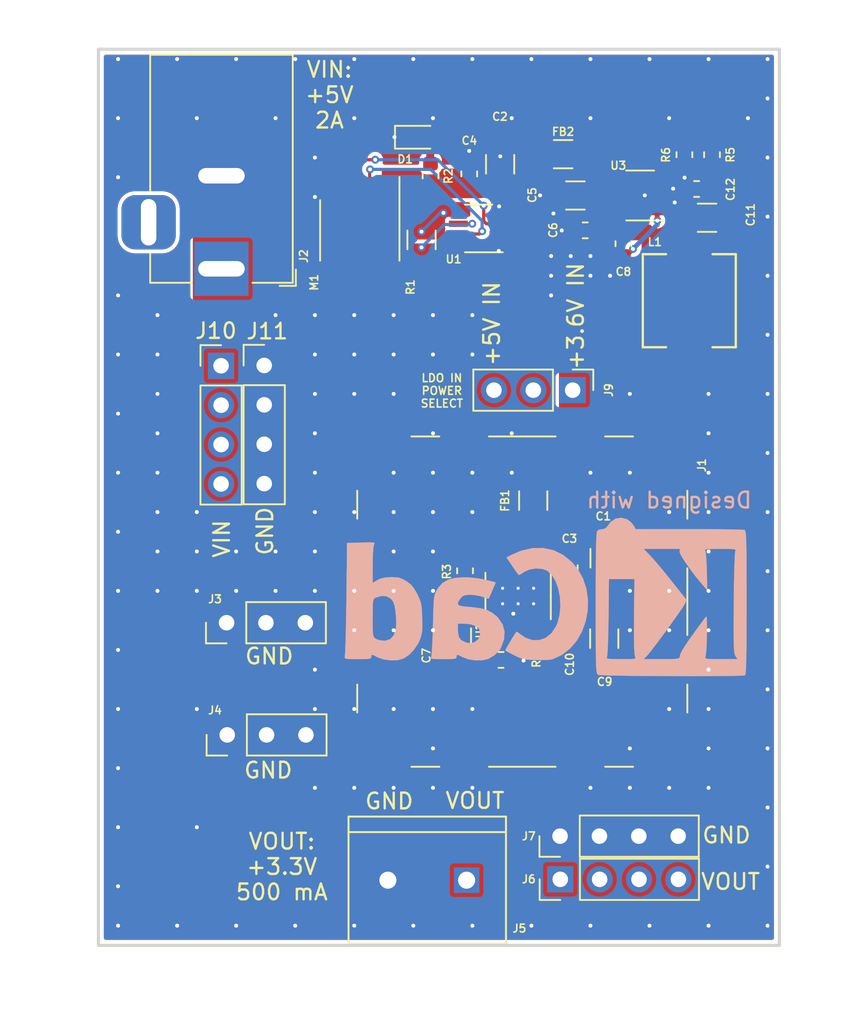
<source format=kicad_pcb>
(kicad_pcb (version 20171130) (host pcbnew "(5.1.6)-1")

  (general
    (thickness 1.6)
    (drawings 18)
    (tracks 255)
    (zones 0)
    (modules 37)
    (nets 19)
  )

  (page A)
  (layers
    (0 F.Cu signal)
    (31 B.Cu signal)
    (32 B.Adhes user)
    (33 F.Adhes user)
    (34 B.Paste user)
    (35 F.Paste user)
    (36 B.SilkS user)
    (37 F.SilkS user)
    (38 B.Mask user)
    (39 F.Mask user)
    (40 Dwgs.User user)
    (41 Cmts.User user)
    (42 Eco1.User user)
    (43 Eco2.User user)
    (44 Edge.Cuts user)
    (45 Margin user)
    (46 B.CrtYd user hide)
    (47 F.CrtYd user hide)
    (48 B.Fab user hide)
    (49 F.Fab user hide)
  )

  (setup
    (last_trace_width 0.2032)
    (user_trace_width 0.254)
    (user_trace_width 0.3048)
    (user_trace_width 0.4064)
    (user_trace_width 0.508)
    (user_trace_width 0.6096)
    (user_trace_width 0.8128)
    (user_trace_width 1.016)
    (user_trace_width 1.524)
    (trace_clearance 0.19939)
    (zone_clearance 0.254)
    (zone_45_only no)
    (trace_min 0.2032)
    (via_size 0.508)
    (via_drill 0.254)
    (via_min_size 0.508)
    (via_min_drill 0.254)
    (user_via 0.6096 0.3048)
    (user_via 0.762 0.508)
    (uvia_size 0.3)
    (uvia_drill 0.1)
    (uvias_allowed no)
    (uvia_min_size 0.2)
    (uvia_min_drill 0.1)
    (edge_width 0.2)
    (segment_width 0.2)
    (pcb_text_width 0.3)
    (pcb_text_size 1.5 1.5)
    (mod_edge_width 0.15)
    (mod_text_size 1 1)
    (mod_text_width 0.15)
    (pad_size 1.7 1.7)
    (pad_drill 1)
    (pad_to_mask_clearance 0.0381)
    (aux_axis_origin 0 0)
    (visible_elements 7FFDFF7F)
    (pcbplotparams
      (layerselection 0x010f0_ffffffff)
      (usegerberextensions false)
      (usegerberattributes false)
      (usegerberadvancedattributes false)
      (creategerberjobfile false)
      (excludeedgelayer true)
      (linewidth 0.100000)
      (plotframeref false)
      (viasonmask false)
      (mode 1)
      (useauxorigin false)
      (hpglpennumber 1)
      (hpglpenspeed 20)
      (hpglpendiameter 15.000000)
      (psnegative false)
      (psa4output false)
      (plotreference true)
      (plotvalue true)
      (plotinvisibletext false)
      (padsonsilk false)
      (subtractmaskfromsilk false)
      (outputformat 1)
      (mirror false)
      (drillshape 0)
      (scaleselection 1)
      (outputdirectory "C:/Users/Vien/Documents/KiCad_Projects/Ultra_Low_Noise_Bias_Supply/Ultra_Low_Noise_Bias_Supply_Gerber/"))
  )

  (net 0 "")
  (net 1 "Net-(M1-Pad2)")
  (net 2 "Net-(M1-Pad7)")
  (net 3 "Net-(M1-Pad3)")
  (net 4 GND)
  (net 5 "Net-(M1-Pad4)")
  (net 6 +5V)
  (net 7 +3V3)
  (net 8 "Net-(D1-Pad2)")
  (net 9 /IN_LDO)
  (net 10 /IN_BUCK)
  (net 11 "Net-(C7-Pad1)")
  (net 12 /VSW_BUCK)
  (net 13 "Net-(C8-Pad1)")
  (net 14 /+3.6V)
  (net 15 /VIN)
  (net 16 "Net-(R3-Pad2)")
  (net 17 /VFB_TPS560430)
  (net 18 "Net-(FB1-Pad2)")

  (net_class Default "This is the default net class."
    (clearance 0.19939)
    (trace_width 0.2032)
    (via_dia 0.508)
    (via_drill 0.254)
    (uvia_dia 0.3)
    (uvia_drill 0.1)
    (diff_pair_width 0.2032)
    (diff_pair_gap 0.2032)
    (add_net +3V3)
    (add_net +5V)
    (add_net /+3.6V)
    (add_net /IN_BUCK)
    (add_net /IN_LDO)
    (add_net /VFB_TPS560430)
    (add_net /VIN)
    (add_net /VSW_BUCK)
    (add_net GND)
    (add_net "Net-(C7-Pad1)")
    (add_net "Net-(C8-Pad1)")
    (add_net "Net-(D1-Pad2)")
    (add_net "Net-(FB1-Pad2)")
    (add_net "Net-(M1-Pad2)")
    (add_net "Net-(M1-Pad3)")
    (add_net "Net-(M1-Pad4)")
    (add_net "Net-(M1-Pad7)")
    (add_net "Net-(R3-Pad2)")
  )

  (module Custom_Logos:made_with_kicad_logo2 (layer B.Cu) (tedit 0) (tstamp 5F421B7A)
    (at 141.986 92.964 180)
    (fp_text reference G*** (at 0 0) (layer B.SilkS) hide
      (effects (font (size 1.524 1.524) (thickness 0.3)) (justify mirror))
    )
    (fp_text value LOGO (at 0.75 0) (layer B.SilkS) hide
      (effects (font (size 1.524 1.524) (thickness 0.3)) (justify mirror))
    )
    (fp_poly (pts (xy 11.765545 3.374235) (xy 11.996964 3.368411) (xy 12.911667 3.344333) (xy 12.954 -0.296333)
      (xy 12.964492 -1.067859) (xy 12.977219 -1.788505) (xy 12.991649 -2.440308) (xy 13.007251 -3.005308)
      (xy 13.023494 -3.465542) (xy 13.039847 -3.803049) (xy 13.055777 -3.999868) (xy 13.06483 -4.042833)
      (xy 13.059658 -4.091529) (xy 12.954898 -4.123531) (xy 12.729217 -4.141574) (xy 12.361279 -4.148394)
      (xy 12.23933 -4.148667) (xy 11.841251 -4.146496) (xy 11.58267 -4.136274) (xy 11.433772 -4.112432)
      (xy 11.364739 -4.069401) (xy 11.345755 -4.001613) (xy 11.345334 -3.981715) (xy 11.335833 -3.889967)
      (xy 11.282624 -3.868653) (xy 11.14864 -3.921759) (xy 10.951723 -4.024049) (xy 10.550399 -4.168538)
      (xy 10.084696 -4.232054) (xy 9.625451 -4.210813) (xy 9.271 -4.113809) (xy 8.920764 -3.885522)
      (xy 8.587632 -3.540131) (xy 8.31516 -3.12779) (xy 8.205563 -2.887006) (xy 8.12444 -2.646177)
      (xy 8.075029 -2.413778) (xy 8.052457 -2.141641) (xy 8.052018 -1.879834) (xy 9.739137 -1.879834)
      (xy 9.767938 -2.214001) (xy 9.770527 -2.228279) (xy 9.902261 -2.613666) (xy 10.126502 -2.857352)
      (xy 10.443658 -2.959731) (xy 10.528306 -2.963333) (xy 10.80257 -2.932058) (xy 11.034102 -2.85458)
      (xy 11.072495 -2.831532) (xy 11.146519 -2.771034) (xy 11.198079 -2.69164) (xy 11.231223 -2.564523)
      (xy 11.249997 -2.360854) (xy 11.25845 -2.051803) (xy 11.260628 -1.608543) (xy 11.260667 -1.491173)
      (xy 11.259512 -1.016027) (xy 11.253322 -0.682229) (xy 11.238008 -0.461795) (xy 11.209482 -0.326743)
      (xy 11.163656 -0.24909) (xy 11.096442 -0.200851) (xy 11.070167 -0.187266) (xy 10.698181 -0.072011)
      (xy 10.356343 -0.097827) (xy 10.077336 -0.257264) (xy 9.936221 -0.445726) (xy 9.851165 -0.699907)
      (xy 9.786279 -1.063306) (xy 9.747094 -1.476442) (xy 9.739137 -1.879834) (xy 8.052018 -1.879834)
      (xy 8.051853 -1.781599) (xy 8.061481 -1.462585) (xy 8.080908 -1.032965) (xy 8.109148 -0.722679)
      (xy 8.156913 -0.481738) (xy 8.234916 -0.260152) (xy 8.35387 -0.007933) (xy 8.387369 0.05814)
      (xy 8.582017 0.402619) (xy 8.7735 0.641585) (xy 9.009669 0.830989) (xy 9.095113 0.885725)
      (xy 9.360061 1.032617) (xy 9.596254 1.109699) (xy 9.881858 1.137107) (xy 10.076023 1.138412)
      (xy 10.475387 1.113626) (xy 10.773799 1.037746) (xy 10.95041 0.950767) (xy 11.260667 0.767711)
      (xy 11.260667 1.913422) (xy 11.254211 2.360152) (xy 11.236457 2.749562) (xy 11.209822 3.04607)
      (xy 11.176725 3.214095) (xy 11.171464 3.22581) (xy 11.139901 3.298849) (xy 11.156871 3.345607)
      (xy 11.249031 3.370687) (xy 11.443037 3.378695) (xy 11.765545 3.374235)) (layer B.SilkS) (width 0.01))
    (fp_poly (pts (xy 5.927271 1.091866) (xy 6.391449 0.973743) (xy 6.751221 0.762873) (xy 7.031274 0.448326)
      (xy 7.093449 0.34928) (xy 7.167874 0.218433) (xy 7.224816 0.095595) (xy 7.267257 -0.044158)
      (xy 7.298176 -0.225746) (xy 7.320554 -0.474092) (xy 7.337371 -0.814117) (xy 7.351606 -1.270745)
      (xy 7.36624 -1.868897) (xy 7.36807 -1.947333) (xy 7.383974 -2.505767) (xy 7.403882 -3.012881)
      (xy 7.426313 -3.442242) (xy 7.44979 -3.767417) (xy 7.472833 -3.961972) (xy 7.482962 -4.0005)
      (xy 7.501602 -4.067542) (xy 7.462394 -4.110691) (xy 7.337845 -4.135136) (xy 7.100462 -4.146064)
      (xy 6.722754 -4.148662) (xy 6.697725 -4.148667) (xy 6.309768 -4.146316) (xy 6.060673 -4.135304)
      (xy 5.919993 -4.109691) (xy 5.857278 -4.063535) (xy 5.842079 -3.990896) (xy 5.842 -3.981715)
      (xy 5.8325 -3.889967) (xy 5.77929 -3.868653) (xy 5.645307 -3.921759) (xy 5.44839 -4.024049)
      (xy 5.073977 -4.15979) (xy 4.629571 -4.228277) (xy 4.187766 -4.22421) (xy 3.82229 -4.142744)
      (xy 3.399889 -3.900717) (xy 3.073877 -3.566943) (xy 2.972864 -3.400703) (xy 2.778977 -2.864287)
      (xy 2.76178 -2.572353) (xy 4.321608 -2.572353) (xy 4.426953 -2.84762) (xy 4.673615 -3.044295)
      (xy 4.741334 -3.072601) (xy 4.92969 -3.119975) (xy 5.121758 -3.101123) (xy 5.323153 -3.039094)
      (xy 5.560692 -2.913416) (xy 5.697037 -2.716971) (xy 5.752891 -2.412097) (xy 5.757334 -2.249233)
      (xy 5.757334 -1.862667) (xy 5.329796 -1.862667) (xy 4.945748 -1.901994) (xy 4.628009 -2.008907)
      (xy 4.417966 -2.166803) (xy 4.370594 -2.24746) (xy 4.321608 -2.572353) (xy 2.76178 -2.572353)
      (xy 2.749199 -2.358807) (xy 2.882627 -1.890796) (xy 3.178362 -1.466788) (xy 3.249758 -1.394684)
      (xy 3.550493 -1.152679) (xy 3.892685 -0.980964) (xy 4.314106 -0.866751) (xy 4.85253 -0.797248)
      (xy 5.058834 -0.782164) (xy 5.445403 -0.745801) (xy 5.676707 -0.685955) (xy 5.76659 -0.587826)
      (xy 5.728897 -0.436615) (xy 5.581855 -0.223085) (xy 5.451451 -0.089215) (xy 5.293903 -0.022362)
      (xy 5.047679 -0.000852) (xy 4.948568 0) (xy 4.607775 -0.027252) (xy 4.271538 -0.096226)
      (xy 4.146868 -0.137598) (xy 3.932286 -0.214455) (xy 3.794648 -0.246844) (xy 3.773144 -0.243432)
      (xy 3.727467 -0.154744) (xy 3.637401 0.04578) (xy 3.530913 0.294711) (xy 3.318513 0.801089)
      (xy 3.966423 0.964108) (xy 4.490534 1.063342) (xy 5.064391 1.120105) (xy 5.334 1.128168)
      (xy 5.927271 1.091866)) (layer B.SilkS) (width 0.01))
    (fp_poly (pts (xy 0.951934 3.010089) (xy 1.680368 2.840769) (xy 2.2617 2.594451) (xy 2.624063 2.410293)
      (xy 2.241582 1.840147) (xy 2.060285 1.576169) (xy 1.915508 1.377034) (xy 1.831801 1.276127)
      (xy 1.82231 1.27) (xy 1.736372 1.313242) (xy 1.562565 1.422307) (xy 1.473612 1.481667)
      (xy 1.128395 1.63451) (xy 0.718274 1.697538) (xy 0.312406 1.667309) (xy 0.003374 1.554859)
      (xy -0.298654 1.28521) (xy -0.540576 0.88882) (xy -0.717069 0.399176) (xy -0.822807 -0.150234)
      (xy -0.852465 -0.725926) (xy -0.80072 -1.29441) (xy -0.662246 -1.822202) (xy -0.568421 -2.041164)
      (xy -0.276966 -2.473032) (xy 0.089267 -2.768195) (xy 0.50551 -2.920867) (xy 0.946991 -2.92526)
      (xy 1.388942 -2.775587) (xy 1.69306 -2.569571) (xy 1.862265 -2.439222) (xy 1.968503 -2.379897)
      (xy 1.981702 -2.381298) (xy 2.068466 -2.503065) (xy 2.200372 -2.71025) (xy 2.353034 -2.961586)
      (xy 2.502062 -3.215807) (xy 2.623069 -3.431648) (xy 2.691666 -3.567842) (xy 2.698281 -3.593793)
      (xy 2.612854 -3.644116) (xy 2.416645 -3.749134) (xy 2.150057 -3.887277) (xy 2.116667 -3.904336)
      (xy 1.841902 -4.036819) (xy 1.609331 -4.121419) (xy 1.362848 -4.17027) (xy 1.046348 -4.195507)
      (xy 0.719667 -4.206483) (xy 0.334271 -4.208915) (xy -0.00736 -4.197908) (xy -0.256485 -4.175662)
      (xy -0.338666 -4.158713) (xy -0.956 -3.87322) (xy -1.484287 -3.463025) (xy -1.919058 -2.950123)
      (xy -2.255846 -2.356511) (xy -2.49018 -1.704185) (xy -2.617591 -1.01514) (xy -2.633612 -0.311373)
      (xy -2.533771 0.385121) (xy -2.313601 1.052344) (xy -1.968632 1.668302) (xy -1.610077 2.098978)
      (xy -1.04515 2.562095) (xy -0.422233 2.869292) (xy 0.247265 3.019111) (xy 0.951934 3.010089)) (layer B.SilkS) (width 0.01))
    (fp_poly (pts (xy -4.408408 4.90645) (xy -4.10351 4.704332) (xy -3.965066 4.524499) (xy -3.803474 4.315243)
      (xy -3.624099 4.236741) (xy -3.56457 4.233333) (xy -3.355535 4.197764) (xy -3.234266 4.131734)
      (xy -3.210596 4.064649) (xy -3.190529 3.907837) (xy -3.173847 3.65133) (xy -3.160334 3.285159)
      (xy -3.14977 2.799356) (xy -3.14194 2.18395) (xy -3.136624 1.428975) (xy -3.133605 0.524461)
      (xy -3.132666 -0.521954) (xy -3.132845 -1.515695) (xy -3.1337 -2.353684) (xy -3.135711 -3.049504)
      (xy -3.139357 -3.616735) (xy -3.145117 -4.068959) (xy -3.153472 -4.419759) (xy -3.1649 -4.682715)
      (xy -3.17988 -4.87141) (xy -3.198893 -4.999425) (xy -3.222418 -5.080342) (xy -3.250933 -5.127743)
      (xy -3.284919 -5.155208) (xy -3.296434 -5.161688) (xy -3.405974 -5.176128) (xy -3.665847 -5.189391)
      (xy -4.057055 -5.201415) (xy -4.560602 -5.212135) (xy -5.157491 -5.221489) (xy -5.828724 -5.229412)
      (xy -6.555304 -5.235842) (xy -7.318234 -5.240716) (xy -8.098518 -5.243969) (xy -8.877158 -5.245539)
      (xy -9.635157 -5.245362) (xy -10.353518 -5.243374) (xy -11.013244 -5.239514) (xy -11.595338 -5.233716)
      (xy -12.080802 -5.225918) (xy -12.450641 -5.216056) (xy -12.685856 -5.204068) (xy -12.7635 -5.19326)
      (xy -12.787419 -5.149202) (xy -12.807711 -5.030544) (xy -12.824624 -4.826308) (xy -12.838405 -4.525517)
      (xy -12.848463 -4.148667) (xy -12.28057 -4.148667) (xy -11.211227 -4.148667) (xy -10.770373 -4.147018)
      (xy -10.473686 -4.13958) (xy -10.296011 -4.122618) (xy -10.212195 -4.092395) (xy -10.197081 -4.045175)
      (xy -10.213671 -4.0005) (xy -10.242746 -3.867804) (xy -10.267779 -3.619247) (xy -10.288164 -3.287838)
      (xy -10.303294 -2.90659) (xy -10.312562 -2.508514) (xy -10.315361 -2.12662) (xy -10.311084 -1.793922)
      (xy -10.299124 -1.543429) (xy -10.278875 -1.408152) (xy -10.261539 -1.397) (xy -10.185504 -1.493828)
      (xy -10.030879 -1.699738) (xy -9.818481 -1.986729) (xy -9.569127 -2.326799) (xy -9.506243 -2.413)
      (xy -9.140132 -2.924557) (xy -8.871718 -3.322506) (xy -8.690896 -3.623824) (xy -8.587561 -3.845487)
      (xy -8.551611 -4.004473) (xy -8.551333 -4.017462) (xy -8.529801 -4.070663) (xy -8.44859 -4.10753)
      (xy -8.282776 -4.130883) (xy -8.007435 -4.143541) (xy -7.597645 -4.148326) (xy -7.391724 -4.148667)
      (xy -6.232116 -4.148667) (xy -6.324888 -4.050738) (xy -5.704002 -4.050738) (xy -5.690282 -4.099194)
      (xy -5.604892 -4.128274) (xy -5.42195 -4.142918) (xy -5.115574 -4.148066) (xy -4.777587 -4.148667)
      (xy -4.357496 -4.146816) (xy -4.080753 -4.138455) (xy -3.921385 -4.119371) (xy -3.853421 -4.085349)
      (xy -3.850892 -4.032175) (xy -3.864365 -4.0005) (xy -3.88386 -3.880139) (xy -3.903111 -3.613336)
      (xy -3.921257 -3.22298) (xy -3.937433 -2.731961) (xy -3.950777 -2.163169) (xy -3.960426 -1.539494)
      (xy -3.961755 -1.418167) (xy -3.986662 1.016) (xy -4.808497 1.016064) (xy -5.630333 1.016128)
      (xy -5.605455 -1.395568) (xy -5.600163 -2.246454) (xy -5.60359 -2.92853) (xy -5.615743 -3.442098)
      (xy -5.636631 -3.787457) (xy -5.66626 -3.964907) (xy -5.671934 -3.977965) (xy -5.704002 -4.050738)
      (xy -6.324888 -4.050738) (xy -6.492794 -3.8735) (xy -6.617327 -3.725825) (xy -6.822219 -3.464102)
      (xy -7.08949 -3.112135) (xy -7.401158 -2.693728) (xy -7.739244 -2.232685) (xy -7.908744 -1.99892)
      (xy -8.279346 -1.483244) (xy -8.55914 -1.086134) (xy -8.758455 -0.79034) (xy -8.88762 -0.578618)
      (xy -8.956965 -0.433719) (xy -8.976819 -0.338397) (xy -8.957512 -0.275404) (xy -8.948261 -0.263253)
      (xy -8.858194 -0.152927) (xy -8.683505 0.064611) (xy -8.444637 0.363776) (xy -8.162034 0.718982)
      (xy -7.95992 0.973667) (xy -7.629015 1.384963) (xy -7.296751 1.787262) (xy -6.993201 2.144872)
      (xy -6.748438 2.422097) (xy -6.658059 2.518833) (xy -6.228784 2.963333) (xy -8.551333 2.963333)
      (xy -8.551333 2.755292) (xy -8.602406 2.610067) (xy -8.742772 2.362362) (xy -8.95315 2.039643)
      (xy -9.21426 1.669376) (xy -9.506822 1.279027) (xy -9.811556 0.896061) (xy -10.069447 0.592667)
      (xy -10.330967 0.296333) (xy -10.305548 1.481667) (xy -10.291521 1.923525) (xy -10.270688 2.3129)
      (xy -10.245569 2.614241) (xy -10.218685 2.791998) (xy -10.211007 2.815167) (xy -10.194249 2.877225)
      (xy -10.229561 2.919095) (xy -10.342507 2.944702) (xy -10.558651 2.95797) (xy -10.903558 2.962826)
      (xy -11.176 2.963333) (xy -11.608195 2.961608) (xy -11.896548 2.953813) (xy -12.066537 2.936023)
      (xy -12.143639 2.904313) (xy -12.153332 2.854756) (xy -12.137558 2.815167) (xy -12.120609 2.699395)
      (xy -12.103798 2.433861) (xy -12.087689 2.038136) (xy -12.072846 1.53179) (xy -12.059833 0.934395)
      (xy -12.049213 0.265521) (xy -12.041551 -0.455261) (xy -12.040893 -0.53954) (xy -12.035345 -1.375501)
      (xy -12.032848 -2.058589) (xy -12.033923 -2.605244) (xy -12.039089 -3.031908) (xy -12.048867 -3.355022)
      (xy -12.063776 -3.591026) (xy -12.084337 -3.756362) (xy -12.111069 -3.86747) (xy -12.144493 -3.940791)
      (xy -12.148678 -3.947374) (xy -12.28057 -4.148667) (xy -12.848463 -4.148667) (xy -12.849304 -4.117192)
      (xy -12.857567 -3.590356) (xy -12.863444 -2.934032) (xy -12.867182 -2.137242) (xy -12.869029 -1.189008)
      (xy -12.869333 -0.510003) (xy -12.868946 0.501531) (xy -12.867536 1.356787) (xy -12.864731 2.068819)
      (xy -12.860157 2.650681) (xy -12.853443 3.115429) (xy -12.844216 3.476115) (xy -12.832103 3.745794)
      (xy -12.816731 3.937521) (xy -12.797729 4.064349) (xy -12.774722 4.139333) (xy -12.74734 4.175527)
      (xy -12.735408 4.181942) (xy -12.623908 4.19312) (xy -12.361782 4.203487) (xy -11.967741 4.212771)
      (xy -11.46049 4.220701) (xy -10.858739 4.227004) (xy -10.181196 4.231409) (xy -9.446568 4.233645)
      (xy -9.158242 4.233869) (xy -5.715 4.234404) (xy -5.571172 4.487169) (xy -5.394589 4.696118)
      (xy -5.155539 4.86888) (xy -5.129608 4.881915) (xy -4.765102 4.970145) (xy -4.408408 4.90645)) (layer B.SilkS) (width 0.01))
  )

  (module Custom_Connector:TE_282837-2 (layer F.Cu) (tedit 5F416975) (tstamp 5F4204FD)
    (at 134.24916 111.3663 180)
    (path /5F5D610D)
    (fp_text reference J5 (at -5.94614 -3.1115 180) (layer F.SilkS)
      (effects (font (size 0.508 0.508) (thickness 0.1016)))
    )
    (fp_text value VAL** (at -1.12848 5.85025 180) (layer Dwgs.User) hide
      (effects (font (size 1.0031 1.0031) (thickness 0.05)))
    )
    (fp_line (start -5.08 3.1) (end 5.08 3.1) (layer F.SilkS) (width 0.127))
    (fp_circle (center -2.54 1.27) (end -2.44 1.27) (layer Dwgs.User) (width 0.2))
    (fp_line (start -5.08 4.1) (end -5.08 -4.1) (layer Dwgs.User) (width 0.127))
    (fp_line (start 5.08 4.1) (end -5.08 4.1) (layer Dwgs.User) (width 0.127))
    (fp_line (start 5.08 -4.1) (end 5.08 4.1) (layer Dwgs.User) (width 0.127))
    (fp_line (start -5.08 -4.1) (end 5.08 -4.1) (layer Dwgs.User) (width 0.127))
    (fp_line (start -5.33 4.35) (end -5.33 -4.35) (layer Eco1.User) (width 0.05))
    (fp_line (start 5.33 4.35) (end -5.33 4.35) (layer Eco1.User) (width 0.05))
    (fp_line (start 5.33 -4.35) (end 5.33 4.35) (layer Eco1.User) (width 0.05))
    (fp_line (start -5.33 -4.35) (end 5.33 -4.35) (layer Eco1.User) (width 0.05))
    (fp_line (start -5.08 3.1) (end -5.08 -4.1) (layer F.SilkS) (width 0.127))
    (fp_line (start -5.08 4.1) (end -5.08 3.1) (layer F.SilkS) (width 0.127))
    (fp_line (start 5.08 4.1) (end -5.08 4.1) (layer F.SilkS) (width 0.127))
    (fp_line (start 5.08 3.1) (end 5.08 4.1) (layer F.SilkS) (width 0.127))
    (fp_line (start 5.08 -4.1) (end 5.08 3.1) (layer F.SilkS) (width 0.127))
    (fp_line (start -5.08 -4.1) (end 5.08 -4.1) (layer F.SilkS) (width 0.127))
    (pad 2 thru_hole circle (at 2.54 0 180) (size 1.65 1.65) (drill 1.1) (layers *.Cu *.Mask)
      (net 4 GND))
    (pad 1 thru_hole rect (at -2.54 0 180) (size 1.65 1.65) (drill 1.1) (layers *.Cu *.Mask)
      (net 7 +3V3))
    (model ${VIEN_KICAD}/282837-2--3DModel-STEP-1.STEP
      (at (xyz 0 0 0))
      (scale (xyz 1 1 1))
      (rotate (xyz 0 0 0))
    )
  )

  (module Capacitor_SMD:C_1206_3216Metric (layer F.Cu) (tedit 5B301BBE) (tstamp 5F420657)
    (at 136.16432 95.73006 90)
    (descr "Capacitor SMD 1206 (3216 Metric), square (rectangular) end terminal, IPC_7351 nominal, (Body size source: http://www.tortai-tech.com/upload/download/2011102023233369053.pdf), generated with kicad-footprint-generator")
    (tags capacitor)
    (path /5F422D54)
    (attr smd)
    (fp_text reference C7 (at -1.15824 -1.97104 90) (layer F.SilkS)
      (effects (font (size 0.508 0.508) (thickness 0.1016)))
    )
    (fp_text value 10uF (at 0 1.82 90) (layer F.Fab)
      (effects (font (size 1 1) (thickness 0.15)))
    )
    (fp_line (start -1.6 0.8) (end -1.6 -0.8) (layer F.Fab) (width 0.1))
    (fp_line (start -1.6 -0.8) (end 1.6 -0.8) (layer F.Fab) (width 0.1))
    (fp_line (start 1.6 -0.8) (end 1.6 0.8) (layer F.Fab) (width 0.1))
    (fp_line (start 1.6 0.8) (end -1.6 0.8) (layer F.Fab) (width 0.1))
    (fp_line (start -0.602064 -0.91) (end 0.602064 -0.91) (layer F.SilkS) (width 0.12))
    (fp_line (start -0.602064 0.91) (end 0.602064 0.91) (layer F.SilkS) (width 0.12))
    (fp_line (start -2.28 1.12) (end -2.28 -1.12) (layer F.CrtYd) (width 0.05))
    (fp_line (start -2.28 -1.12) (end 2.28 -1.12) (layer F.CrtYd) (width 0.05))
    (fp_line (start 2.28 -1.12) (end 2.28 1.12) (layer F.CrtYd) (width 0.05))
    (fp_line (start 2.28 1.12) (end -2.28 1.12) (layer F.CrtYd) (width 0.05))
    (fp_text user %R (at 0 0 90) (layer F.Fab)
      (effects (font (size 0.8 0.8) (thickness 0.12)))
    )
    (pad 2 smd roundrect (at 1.4 0 90) (size 1.25 1.75) (layers F.Cu F.Paste F.Mask) (roundrect_rratio 0.2)
      (net 4 GND))
    (pad 1 smd roundrect (at -1.4 0 90) (size 1.25 1.75) (layers F.Cu F.Paste F.Mask) (roundrect_rratio 0.2)
      (net 11 "Net-(C7-Pad1)"))
    (model ${KISYS3DMOD}/Capacitor_SMD.3dshapes/C_1206_3216Metric.wrl
      (at (xyz 0 0 0))
      (scale (xyz 1 1 1))
      (rotate (xyz 0 0 0))
    )
  )

  (module Connector_PinHeader_2.54mm:PinHeader_1x04_P2.54mm_Vertical (layer F.Cu) (tedit 59FED5CC) (tstamp 5F420703)
    (at 123.72848 78.17612)
    (descr "Through hole straight pin header, 1x04, 2.54mm pitch, single row")
    (tags "Through hole pin header THT 1x04 2.54mm single row")
    (path /5F68CC0E)
    (fp_text reference J11 (at 0.19304 -2.20472) (layer F.SilkS)
      (effects (font (size 1 1) (thickness 0.15)))
    )
    (fp_text value 61300411121 (at 0 9.95) (layer F.Fab)
      (effects (font (size 1 1) (thickness 0.15)))
    )
    (fp_line (start -0.635 -1.27) (end 1.27 -1.27) (layer F.Fab) (width 0.1))
    (fp_line (start 1.27 -1.27) (end 1.27 8.89) (layer F.Fab) (width 0.1))
    (fp_line (start 1.27 8.89) (end -1.27 8.89) (layer F.Fab) (width 0.1))
    (fp_line (start -1.27 8.89) (end -1.27 -0.635) (layer F.Fab) (width 0.1))
    (fp_line (start -1.27 -0.635) (end -0.635 -1.27) (layer F.Fab) (width 0.1))
    (fp_line (start -1.33 8.95) (end 1.33 8.95) (layer F.SilkS) (width 0.12))
    (fp_line (start -1.33 1.27) (end -1.33 8.95) (layer F.SilkS) (width 0.12))
    (fp_line (start 1.33 1.27) (end 1.33 8.95) (layer F.SilkS) (width 0.12))
    (fp_line (start -1.33 1.27) (end 1.33 1.27) (layer F.SilkS) (width 0.12))
    (fp_line (start -1.33 0) (end -1.33 -1.33) (layer F.SilkS) (width 0.12))
    (fp_line (start -1.33 -1.33) (end 0 -1.33) (layer F.SilkS) (width 0.12))
    (fp_line (start -1.8 -1.8) (end -1.8 9.4) (layer F.CrtYd) (width 0.05))
    (fp_line (start -1.8 9.4) (end 1.8 9.4) (layer F.CrtYd) (width 0.05))
    (fp_line (start 1.8 9.4) (end 1.8 -1.8) (layer F.CrtYd) (width 0.05))
    (fp_line (start 1.8 -1.8) (end -1.8 -1.8) (layer F.CrtYd) (width 0.05))
    (fp_text user %R (at 0 3.81 90) (layer F.Fab)
      (effects (font (size 1 1) (thickness 0.15)))
    )
    (pad 4 thru_hole oval (at 0 7.62) (size 1.7 1.7) (drill 1) (layers *.Cu *.Mask)
      (net 4 GND))
    (pad 3 thru_hole oval (at 0 5.08) (size 1.7 1.7) (drill 1) (layers *.Cu *.Mask)
      (net 4 GND))
    (pad 2 thru_hole oval (at 0 2.54) (size 1.7 1.7) (drill 1) (layers *.Cu *.Mask)
      (net 4 GND))
    (pad 1 thru_hole rect (at 0 0) (size 1.7 1.7) (drill 1) (layers *.Cu *.Mask)
      (net 4 GND))
    (model ${KISYS3DMOD}/Connector_PinHeader_2.54mm.3dshapes/PinHeader_1x04_P2.54mm_Vertical.wrl
      (at (xyz 0 0 0))
      (scale (xyz 1 1 1))
      (rotate (xyz 0 0 0))
    )
  )

  (module Connector_PinHeader_2.54mm:PinHeader_1x04_P2.54mm_Vertical (layer F.Cu) (tedit 59FED5CC) (tstamp 5F42068E)
    (at 120.94464 78.19644)
    (descr "Through hole straight pin header, 1x04, 2.54mm pitch, single row")
    (tags "Through hole pin header THT 1x04 2.54mm single row")
    (path /5F68CC02)
    (fp_text reference J10 (at -0.3302 -2.25552 180) (layer F.SilkS)
      (effects (font (size 1 1) (thickness 0.15)))
    )
    (fp_text value 61300411121 (at 0 9.95) (layer F.Fab)
      (effects (font (size 1 1) (thickness 0.15)))
    )
    (fp_line (start -0.635 -1.27) (end 1.27 -1.27) (layer F.Fab) (width 0.1))
    (fp_line (start 1.27 -1.27) (end 1.27 8.89) (layer F.Fab) (width 0.1))
    (fp_line (start 1.27 8.89) (end -1.27 8.89) (layer F.Fab) (width 0.1))
    (fp_line (start -1.27 8.89) (end -1.27 -0.635) (layer F.Fab) (width 0.1))
    (fp_line (start -1.27 -0.635) (end -0.635 -1.27) (layer F.Fab) (width 0.1))
    (fp_line (start -1.33 8.95) (end 1.33 8.95) (layer F.SilkS) (width 0.12))
    (fp_line (start -1.33 1.27) (end -1.33 8.95) (layer F.SilkS) (width 0.12))
    (fp_line (start 1.33 1.27) (end 1.33 8.95) (layer F.SilkS) (width 0.12))
    (fp_line (start -1.33 1.27) (end 1.33 1.27) (layer F.SilkS) (width 0.12))
    (fp_line (start -1.33 0) (end -1.33 -1.33) (layer F.SilkS) (width 0.12))
    (fp_line (start -1.33 -1.33) (end 0 -1.33) (layer F.SilkS) (width 0.12))
    (fp_line (start -1.8 -1.8) (end -1.8 9.4) (layer F.CrtYd) (width 0.05))
    (fp_line (start -1.8 9.4) (end 1.8 9.4) (layer F.CrtYd) (width 0.05))
    (fp_line (start 1.8 9.4) (end 1.8 -1.8) (layer F.CrtYd) (width 0.05))
    (fp_line (start 1.8 -1.8) (end -1.8 -1.8) (layer F.CrtYd) (width 0.05))
    (fp_text user %R (at 0 3.81 90) (layer F.Fab)
      (effects (font (size 1 1) (thickness 0.15)))
    )
    (pad 4 thru_hole oval (at 0 7.62) (size 1.7 1.7) (drill 1) (layers *.Cu *.Mask)
      (net 15 /VIN))
    (pad 3 thru_hole oval (at 0 5.08) (size 1.7 1.7) (drill 1) (layers *.Cu *.Mask)
      (net 15 /VIN))
    (pad 2 thru_hole oval (at 0 2.54) (size 1.7 1.7) (drill 1) (layers *.Cu *.Mask)
      (net 15 /VIN))
    (pad 1 thru_hole rect (at 0 0) (size 1.7 1.7) (drill 1) (layers *.Cu *.Mask)
      (net 15 /VIN))
    (model ${KISYS3DMOD}/Connector_PinHeader_2.54mm.3dshapes/PinHeader_1x04_P2.54mm_Vertical.wrl
      (at (xyz 0 0 0))
      (scale (xyz 1 1 1))
      (rotate (xyz 0 0 0))
    )
  )

  (module Connector_PinHeader_2.54mm:PinHeader_1x03_P2.54mm_Vertical (layer F.Cu) (tedit 59FED5CC) (tstamp 5F42084C)
    (at 143.63192 79.7687 270)
    (descr "Through hole straight pin header, 1x03, 2.54mm pitch, single row")
    (tags "Through hole pin header THT 1x03 2.54mm single row")
    (path /5F455300)
    (fp_text reference J9 (at 0 -2.33 90) (layer F.SilkS)
      (effects (font (size 0.508 0.508) (thickness 0.1016)))
    )
    (fp_text value 61300311121 (at 0 7.41 90) (layer F.Fab)
      (effects (font (size 1 1) (thickness 0.15)))
    )
    (fp_line (start -0.635 -1.27) (end 1.27 -1.27) (layer F.Fab) (width 0.1))
    (fp_line (start 1.27 -1.27) (end 1.27 6.35) (layer F.Fab) (width 0.1))
    (fp_line (start 1.27 6.35) (end -1.27 6.35) (layer F.Fab) (width 0.1))
    (fp_line (start -1.27 6.35) (end -1.27 -0.635) (layer F.Fab) (width 0.1))
    (fp_line (start -1.27 -0.635) (end -0.635 -1.27) (layer F.Fab) (width 0.1))
    (fp_line (start -1.33 6.41) (end 1.33 6.41) (layer F.SilkS) (width 0.12))
    (fp_line (start -1.33 1.27) (end -1.33 6.41) (layer F.SilkS) (width 0.12))
    (fp_line (start 1.33 1.27) (end 1.33 6.41) (layer F.SilkS) (width 0.12))
    (fp_line (start -1.33 1.27) (end 1.33 1.27) (layer F.SilkS) (width 0.12))
    (fp_line (start -1.33 0) (end -1.33 -1.33) (layer F.SilkS) (width 0.12))
    (fp_line (start -1.33 -1.33) (end 0 -1.33) (layer F.SilkS) (width 0.12))
    (fp_line (start -1.8 -1.8) (end -1.8 6.85) (layer F.CrtYd) (width 0.05))
    (fp_line (start -1.8 6.85) (end 1.8 6.85) (layer F.CrtYd) (width 0.05))
    (fp_line (start 1.8 6.85) (end 1.8 -1.8) (layer F.CrtYd) (width 0.05))
    (fp_line (start 1.8 -1.8) (end -1.8 -1.8) (layer F.CrtYd) (width 0.05))
    (fp_text user %R (at 0 2.54) (layer F.Fab)
      (effects (font (size 1 1) (thickness 0.15)))
    )
    (pad 3 thru_hole oval (at 0 5.08 270) (size 1.7 1.7) (drill 1) (layers *.Cu *.Mask)
      (net 6 +5V))
    (pad 2 thru_hole oval (at 0 2.54 270) (size 1.7 1.7) (drill 1) (layers *.Cu *.Mask)
      (net 18 "Net-(FB1-Pad2)"))
    (pad 1 thru_hole rect (at 0 0 270) (size 1.7 1.7) (drill 1) (layers *.Cu *.Mask)
      (net 14 /+3.6V))
    (model ${KISYS3DMOD}/Connector_PinHeader_2.54mm.3dshapes/PinHeader_1x03_P2.54mm_Vertical.wrl
      (at (xyz 0 0 0))
      (scale (xyz 1 1 1))
      (rotate (xyz 0 0 0))
    )
  )

  (module Connector_PinHeader_2.54mm:PinHeader_1x04_P2.54mm_Vertical (layer F.Cu) (tedit 59FED5CC) (tstamp 5F4204BA)
    (at 142.81912 108.52658 90)
    (descr "Through hole straight pin header, 1x04, 2.54mm pitch, single row")
    (tags "Through hole pin header THT 1x04 2.54mm single row")
    (path /5F5D9CDE)
    (fp_text reference J7 (at -0.00508 -2.01676 180) (layer F.SilkS)
      (effects (font (size 0.508 0.508) (thickness 0.1016)))
    )
    (fp_text value 61300411121 (at 0 9.95 90) (layer F.Fab)
      (effects (font (size 1 1) (thickness 0.15)))
    )
    (fp_line (start -0.635 -1.27) (end 1.27 -1.27) (layer F.Fab) (width 0.1))
    (fp_line (start 1.27 -1.27) (end 1.27 8.89) (layer F.Fab) (width 0.1))
    (fp_line (start 1.27 8.89) (end -1.27 8.89) (layer F.Fab) (width 0.1))
    (fp_line (start -1.27 8.89) (end -1.27 -0.635) (layer F.Fab) (width 0.1))
    (fp_line (start -1.27 -0.635) (end -0.635 -1.27) (layer F.Fab) (width 0.1))
    (fp_line (start -1.33 8.95) (end 1.33 8.95) (layer F.SilkS) (width 0.12))
    (fp_line (start -1.33 1.27) (end -1.33 8.95) (layer F.SilkS) (width 0.12))
    (fp_line (start 1.33 1.27) (end 1.33 8.95) (layer F.SilkS) (width 0.12))
    (fp_line (start -1.33 1.27) (end 1.33 1.27) (layer F.SilkS) (width 0.12))
    (fp_line (start -1.33 0) (end -1.33 -1.33) (layer F.SilkS) (width 0.12))
    (fp_line (start -1.33 -1.33) (end 0 -1.33) (layer F.SilkS) (width 0.12))
    (fp_line (start -1.8 -1.8) (end -1.8 9.4) (layer F.CrtYd) (width 0.05))
    (fp_line (start -1.8 9.4) (end 1.8 9.4) (layer F.CrtYd) (width 0.05))
    (fp_line (start 1.8 9.4) (end 1.8 -1.8) (layer F.CrtYd) (width 0.05))
    (fp_line (start 1.8 -1.8) (end -1.8 -1.8) (layer F.CrtYd) (width 0.05))
    (fp_text user %R (at 0 3.81) (layer F.Fab)
      (effects (font (size 1 1) (thickness 0.15)))
    )
    (pad 4 thru_hole oval (at 0 7.62 90) (size 1.7 1.7) (drill 1) (layers *.Cu *.Mask)
      (net 4 GND))
    (pad 3 thru_hole oval (at 0 5.08 90) (size 1.7 1.7) (drill 1) (layers *.Cu *.Mask)
      (net 4 GND))
    (pad 2 thru_hole oval (at 0 2.54 90) (size 1.7 1.7) (drill 1) (layers *.Cu *.Mask)
      (net 4 GND))
    (pad 1 thru_hole rect (at 0 0 90) (size 1.7 1.7) (drill 1) (layers *.Cu *.Mask)
      (net 4 GND))
    (model ${KISYS3DMOD}/Connector_PinHeader_2.54mm.3dshapes/PinHeader_1x04_P2.54mm_Vertical.wrl
      (at (xyz 0 0 0))
      (scale (xyz 1 1 1))
      (rotate (xyz 0 0 0))
    )
  )

  (module Connector_PinHeader_2.54mm:PinHeader_1x04_P2.54mm_Vertical (layer F.Cu) (tedit 59FED5CC) (tstamp 5F4207C3)
    (at 142.83212 111.31182 90)
    (descr "Through hole straight pin header, 1x04, 2.54mm pitch, single row")
    (tags "Through hole pin header THT 1x04 2.54mm single row")
    (path /5F5D7E2B)
    (fp_text reference J6 (at 0.00648 -2.02976 180) (layer F.SilkS)
      (effects (font (size 0.508 0.508) (thickness 0.1016)))
    )
    (fp_text value 61300411121 (at 0 9.95 90) (layer F.Fab)
      (effects (font (size 1 1) (thickness 0.15)))
    )
    (fp_line (start -0.635 -1.27) (end 1.27 -1.27) (layer F.Fab) (width 0.1))
    (fp_line (start 1.27 -1.27) (end 1.27 8.89) (layer F.Fab) (width 0.1))
    (fp_line (start 1.27 8.89) (end -1.27 8.89) (layer F.Fab) (width 0.1))
    (fp_line (start -1.27 8.89) (end -1.27 -0.635) (layer F.Fab) (width 0.1))
    (fp_line (start -1.27 -0.635) (end -0.635 -1.27) (layer F.Fab) (width 0.1))
    (fp_line (start -1.33 8.95) (end 1.33 8.95) (layer F.SilkS) (width 0.12))
    (fp_line (start -1.33 1.27) (end -1.33 8.95) (layer F.SilkS) (width 0.12))
    (fp_line (start 1.33 1.27) (end 1.33 8.95) (layer F.SilkS) (width 0.12))
    (fp_line (start -1.33 1.27) (end 1.33 1.27) (layer F.SilkS) (width 0.12))
    (fp_line (start -1.33 0) (end -1.33 -1.33) (layer F.SilkS) (width 0.12))
    (fp_line (start -1.33 -1.33) (end 0 -1.33) (layer F.SilkS) (width 0.12))
    (fp_line (start -1.8 -1.8) (end -1.8 9.4) (layer F.CrtYd) (width 0.05))
    (fp_line (start -1.8 9.4) (end 1.8 9.4) (layer F.CrtYd) (width 0.05))
    (fp_line (start 1.8 9.4) (end 1.8 -1.8) (layer F.CrtYd) (width 0.05))
    (fp_line (start 1.8 -1.8) (end -1.8 -1.8) (layer F.CrtYd) (width 0.05))
    (fp_text user %R (at 0 3.81) (layer F.Fab)
      (effects (font (size 1 1) (thickness 0.15)))
    )
    (pad 4 thru_hole oval (at 0 7.62 90) (size 1.7 1.7) (drill 1) (layers *.Cu *.Mask)
      (net 7 +3V3))
    (pad 3 thru_hole oval (at 0 5.08 90) (size 1.7 1.7) (drill 1) (layers *.Cu *.Mask)
      (net 7 +3V3))
    (pad 2 thru_hole oval (at 0 2.54 90) (size 1.7 1.7) (drill 1) (layers *.Cu *.Mask)
      (net 7 +3V3))
    (pad 1 thru_hole rect (at 0 0 90) (size 1.7 1.7) (drill 1) (layers *.Cu *.Mask)
      (net 7 +3V3))
    (model ${KISYS3DMOD}/Connector_PinHeader_2.54mm.3dshapes/PinHeader_1x04_P2.54mm_Vertical.wrl
      (at (xyz 0 0 0))
      (scale (xyz 1 1 1))
      (rotate (xyz 0 0 0))
    )
  )

  (module Connector_PinHeader_2.54mm:PinHeader_1x03_P2.54mm_Vertical (layer F.Cu) (tedit 59FED5CC) (tstamp 5F420417)
    (at 121.34088 101.99878 90)
    (descr "Through hole straight pin header, 1x03, 2.54mm pitch, single row")
    (tags "Through hole pin header THT 1x03 2.54mm single row")
    (path /5F4560C6)
    (fp_text reference J4 (at 1.58496 -0.7874 180) (layer F.SilkS)
      (effects (font (size 0.508 0.508) (thickness 0.1016)))
    )
    (fp_text value 61300311121 (at 0 7.41 90) (layer F.Fab)
      (effects (font (size 1 1) (thickness 0.15)))
    )
    (fp_line (start -0.635 -1.27) (end 1.27 -1.27) (layer F.Fab) (width 0.1))
    (fp_line (start 1.27 -1.27) (end 1.27 6.35) (layer F.Fab) (width 0.1))
    (fp_line (start 1.27 6.35) (end -1.27 6.35) (layer F.Fab) (width 0.1))
    (fp_line (start -1.27 6.35) (end -1.27 -0.635) (layer F.Fab) (width 0.1))
    (fp_line (start -1.27 -0.635) (end -0.635 -1.27) (layer F.Fab) (width 0.1))
    (fp_line (start -1.33 6.41) (end 1.33 6.41) (layer F.SilkS) (width 0.12))
    (fp_line (start -1.33 1.27) (end -1.33 6.41) (layer F.SilkS) (width 0.12))
    (fp_line (start 1.33 1.27) (end 1.33 6.41) (layer F.SilkS) (width 0.12))
    (fp_line (start -1.33 1.27) (end 1.33 1.27) (layer F.SilkS) (width 0.12))
    (fp_line (start -1.33 0) (end -1.33 -1.33) (layer F.SilkS) (width 0.12))
    (fp_line (start -1.33 -1.33) (end 0 -1.33) (layer F.SilkS) (width 0.12))
    (fp_line (start -1.8 -1.8) (end -1.8 6.85) (layer F.CrtYd) (width 0.05))
    (fp_line (start -1.8 6.85) (end 1.8 6.85) (layer F.CrtYd) (width 0.05))
    (fp_line (start 1.8 6.85) (end 1.8 -1.8) (layer F.CrtYd) (width 0.05))
    (fp_line (start 1.8 -1.8) (end -1.8 -1.8) (layer F.CrtYd) (width 0.05))
    (fp_text user %R (at 0 2.54) (layer F.Fab)
      (effects (font (size 1 1) (thickness 0.15)))
    )
    (pad 3 thru_hole oval (at 0 5.08 90) (size 1.7 1.7) (drill 1) (layers *.Cu *.Mask)
      (net 4 GND))
    (pad 2 thru_hole oval (at 0 2.54 90) (size 1.7 1.7) (drill 1) (layers *.Cu *.Mask)
      (net 4 GND))
    (pad 1 thru_hole rect (at 0 0 90) (size 1.7 1.7) (drill 1) (layers *.Cu *.Mask)
      (net 4 GND))
    (model ${KISYS3DMOD}/Connector_PinHeader_2.54mm.3dshapes/PinHeader_1x03_P2.54mm_Vertical.wrl
      (at (xyz 0 0 0))
      (scale (xyz 1 1 1))
      (rotate (xyz 0 0 0))
    )
  )

  (module Connector_PinHeader_2.54mm:PinHeader_1x03_P2.54mm_Vertical (layer F.Cu) (tedit 59FED5CC) (tstamp 5F420A20)
    (at 121.30024 94.76486 90)
    (descr "Through hole straight pin header, 1x03, 2.54mm pitch, single row")
    (tags "Through hole pin header THT 1x03 2.54mm single row")
    (path /5F5CEB1B)
    (fp_text reference J3 (at 1.51892 -0.74676 180) (layer F.SilkS)
      (effects (font (size 0.508 0.508) (thickness 0.1016)))
    )
    (fp_text value 61300311121 (at 0 7.41 90) (layer F.Fab)
      (effects (font (size 1 1) (thickness 0.15)))
    )
    (fp_line (start -0.635 -1.27) (end 1.27 -1.27) (layer F.Fab) (width 0.1))
    (fp_line (start 1.27 -1.27) (end 1.27 6.35) (layer F.Fab) (width 0.1))
    (fp_line (start 1.27 6.35) (end -1.27 6.35) (layer F.Fab) (width 0.1))
    (fp_line (start -1.27 6.35) (end -1.27 -0.635) (layer F.Fab) (width 0.1))
    (fp_line (start -1.27 -0.635) (end -0.635 -1.27) (layer F.Fab) (width 0.1))
    (fp_line (start -1.33 6.41) (end 1.33 6.41) (layer F.SilkS) (width 0.12))
    (fp_line (start -1.33 1.27) (end -1.33 6.41) (layer F.SilkS) (width 0.12))
    (fp_line (start 1.33 1.27) (end 1.33 6.41) (layer F.SilkS) (width 0.12))
    (fp_line (start -1.33 1.27) (end 1.33 1.27) (layer F.SilkS) (width 0.12))
    (fp_line (start -1.33 0) (end -1.33 -1.33) (layer F.SilkS) (width 0.12))
    (fp_line (start -1.33 -1.33) (end 0 -1.33) (layer F.SilkS) (width 0.12))
    (fp_line (start -1.8 -1.8) (end -1.8 6.85) (layer F.CrtYd) (width 0.05))
    (fp_line (start -1.8 6.85) (end 1.8 6.85) (layer F.CrtYd) (width 0.05))
    (fp_line (start 1.8 6.85) (end 1.8 -1.8) (layer F.CrtYd) (width 0.05))
    (fp_line (start 1.8 -1.8) (end -1.8 -1.8) (layer F.CrtYd) (width 0.05))
    (fp_text user %R (at 0 2.54) (layer F.Fab)
      (effects (font (size 1 1) (thickness 0.15)))
    )
    (pad 3 thru_hole oval (at 0 5.08 90) (size 1.7 1.7) (drill 1) (layers *.Cu *.Mask)
      (net 4 GND))
    (pad 2 thru_hole oval (at 0 2.54 90) (size 1.7 1.7) (drill 1) (layers *.Cu *.Mask)
      (net 4 GND))
    (pad 1 thru_hole rect (at 0 0 90) (size 1.7 1.7) (drill 1) (layers *.Cu *.Mask)
      (net 4 GND))
    (model ${KISYS3DMOD}/Connector_PinHeader_2.54mm.3dshapes/PinHeader_1x03_P2.54mm_Vertical.wrl
      (at (xyz 0 0 0))
      (scale (xyz 1 1 1))
      (rotate (xyz 0 0 0))
    )
  )

  (module Connector_BarrelJack:BarrelJack_Horizontal (layer F.Cu) (tedit 5A1DBF6A) (tstamp 5F42089A)
    (at 120.97004 71.94296 270)
    (descr "DC Barrel Jack")
    (tags "Power Jack")
    (path /5F470B8D)
    (fp_text reference J2 (at -0.8128 -5.3086 90) (layer F.SilkS)
      (effects (font (size 0.508 0.508) (thickness 0.1016)))
    )
    (fp_text value Barrel_Jack (at -6.2 -5.5 90) (layer F.Fab)
      (effects (font (size 1 1) (thickness 0.15)))
    )
    (fp_line (start -0.003213 -4.505425) (end 0.8 -3.75) (layer F.Fab) (width 0.1))
    (fp_line (start 1.1 -3.75) (end 1.1 -4.8) (layer F.SilkS) (width 0.12))
    (fp_line (start 0.05 -4.8) (end 1.1 -4.8) (layer F.SilkS) (width 0.12))
    (fp_line (start 1 -4.5) (end 1 -4.75) (layer F.CrtYd) (width 0.05))
    (fp_line (start 1 -4.75) (end -14 -4.75) (layer F.CrtYd) (width 0.05))
    (fp_line (start 1 -4.5) (end 1 -2) (layer F.CrtYd) (width 0.05))
    (fp_line (start 1 -2) (end 2 -2) (layer F.CrtYd) (width 0.05))
    (fp_line (start 2 -2) (end 2 2) (layer F.CrtYd) (width 0.05))
    (fp_line (start 2 2) (end 1 2) (layer F.CrtYd) (width 0.05))
    (fp_line (start 1 2) (end 1 4.75) (layer F.CrtYd) (width 0.05))
    (fp_line (start 1 4.75) (end -1 4.75) (layer F.CrtYd) (width 0.05))
    (fp_line (start -1 4.75) (end -1 6.75) (layer F.CrtYd) (width 0.05))
    (fp_line (start -1 6.75) (end -5 6.75) (layer F.CrtYd) (width 0.05))
    (fp_line (start -5 6.75) (end -5 4.75) (layer F.CrtYd) (width 0.05))
    (fp_line (start -5 4.75) (end -14 4.75) (layer F.CrtYd) (width 0.05))
    (fp_line (start -14 4.75) (end -14 -4.75) (layer F.CrtYd) (width 0.05))
    (fp_line (start -5 4.6) (end -13.8 4.6) (layer F.SilkS) (width 0.12))
    (fp_line (start -13.8 4.6) (end -13.8 -4.6) (layer F.SilkS) (width 0.12))
    (fp_line (start 0.9 1.9) (end 0.9 4.6) (layer F.SilkS) (width 0.12))
    (fp_line (start 0.9 4.6) (end -1 4.6) (layer F.SilkS) (width 0.12))
    (fp_line (start -13.8 -4.6) (end 0.9 -4.6) (layer F.SilkS) (width 0.12))
    (fp_line (start 0.9 -4.6) (end 0.9 -2) (layer F.SilkS) (width 0.12))
    (fp_line (start -10.2 -4.5) (end -10.2 4.5) (layer F.Fab) (width 0.1))
    (fp_line (start -13.7 -4.5) (end -13.7 4.5) (layer F.Fab) (width 0.1))
    (fp_line (start -13.7 4.5) (end 0.8 4.5) (layer F.Fab) (width 0.1))
    (fp_line (start 0.8 4.5) (end 0.8 -3.75) (layer F.Fab) (width 0.1))
    (fp_line (start 0 -4.5) (end -13.7 -4.5) (layer F.Fab) (width 0.1))
    (fp_text user %R (at -3 -2.95 90) (layer F.Fab)
      (effects (font (size 1 1) (thickness 0.15)))
    )
    (pad 3 thru_hole roundrect (at -3 4.7 270) (size 3.5 3.5) (drill oval 3 1) (layers *.Cu *.Mask) (roundrect_rratio 0.25))
    (pad 2 thru_hole roundrect (at -6 0 270) (size 3 3.5) (drill oval 1 3) (layers *.Cu *.Mask) (roundrect_rratio 0.25)
      (net 4 GND))
    (pad 1 thru_hole rect (at 0 0 270) (size 3.5 3.5) (drill oval 1 3) (layers *.Cu *.Mask)
      (net 15 /VIN))
    (model ${VIEN_KICAD}/CUI_PJ-002A.step
      (at (xyz 0 0 0))
      (scale (xyz 1 1 1))
      (rotate (xyz 0 0 0))
    )
  )

  (module Capacitor_SMD:C_1206_3216Metric (layer F.Cu) (tedit 5B301BBE) (tstamp 5F420453)
    (at 152.30348 68.65112 180)
    (descr "Capacitor SMD 1206 (3216 Metric), square (rectangular) end terminal, IPC_7351 nominal, (Body size source: http://www.tortai-tech.com/upload/download/2011102023233369053.pdf), generated with kicad-footprint-generator")
    (tags capacitor)
    (path /5F422CCE)
    (attr smd)
    (fp_text reference C11 (at -2.8067 0.1905 90) (layer F.SilkS)
      (effects (font (size 0.508 0.508) (thickness 0.1016)))
    )
    (fp_text value 10uF (at 0 1.82) (layer F.Fab)
      (effects (font (size 1 1) (thickness 0.15)))
    )
    (fp_line (start -1.6 0.8) (end -1.6 -0.8) (layer F.Fab) (width 0.1))
    (fp_line (start -1.6 -0.8) (end 1.6 -0.8) (layer F.Fab) (width 0.1))
    (fp_line (start 1.6 -0.8) (end 1.6 0.8) (layer F.Fab) (width 0.1))
    (fp_line (start 1.6 0.8) (end -1.6 0.8) (layer F.Fab) (width 0.1))
    (fp_line (start -0.602064 -0.91) (end 0.602064 -0.91) (layer F.SilkS) (width 0.12))
    (fp_line (start -0.602064 0.91) (end 0.602064 0.91) (layer F.SilkS) (width 0.12))
    (fp_line (start -2.28 1.12) (end -2.28 -1.12) (layer F.CrtYd) (width 0.05))
    (fp_line (start -2.28 -1.12) (end 2.28 -1.12) (layer F.CrtYd) (width 0.05))
    (fp_line (start 2.28 -1.12) (end 2.28 1.12) (layer F.CrtYd) (width 0.05))
    (fp_line (start 2.28 1.12) (end -2.28 1.12) (layer F.CrtYd) (width 0.05))
    (fp_text user %R (at 0 0) (layer F.Fab)
      (effects (font (size 0.8 0.8) (thickness 0.12)))
    )
    (pad 2 smd roundrect (at 1.4 0 180) (size 1.25 1.75) (layers F.Cu F.Paste F.Mask) (roundrect_rratio 0.2)
      (net 4 GND))
    (pad 1 smd roundrect (at -1.4 0 180) (size 1.25 1.75) (layers F.Cu F.Paste F.Mask) (roundrect_rratio 0.2)
      (net 14 /+3.6V))
    (model ${KISYS3DMOD}/Capacitor_SMD.3dshapes/C_1206_3216Metric.wrl
      (at (xyz 0 0 0))
      (scale (xyz 1 1 1))
      (rotate (xyz 0 0 0))
    )
  )

  (module Capacitor_SMD:C_1206_3216Metric (layer F.Cu) (tedit 5B301BBE) (tstamp 5F420483)
    (at 145.669 95.79102 90)
    (descr "Capacitor SMD 1206 (3216 Metric), square (rectangular) end terminal, IPC_7351 nominal, (Body size source: http://www.tortai-tech.com/upload/download/2011102023233369053.pdf), generated with kicad-footprint-generator")
    (tags capacitor)
    (path /5F422D83)
    (attr smd)
    (fp_text reference C9 (at -2.78384 0.0254) (layer F.SilkS)
      (effects (font (size 0.508 0.508) (thickness 0.1016)))
    )
    (fp_text value 10uF (at 0 1.82 90) (layer F.Fab)
      (effects (font (size 1 1) (thickness 0.15)))
    )
    (fp_line (start -1.6 0.8) (end -1.6 -0.8) (layer F.Fab) (width 0.1))
    (fp_line (start -1.6 -0.8) (end 1.6 -0.8) (layer F.Fab) (width 0.1))
    (fp_line (start 1.6 -0.8) (end 1.6 0.8) (layer F.Fab) (width 0.1))
    (fp_line (start 1.6 0.8) (end -1.6 0.8) (layer F.Fab) (width 0.1))
    (fp_line (start -0.602064 -0.91) (end 0.602064 -0.91) (layer F.SilkS) (width 0.12))
    (fp_line (start -0.602064 0.91) (end 0.602064 0.91) (layer F.SilkS) (width 0.12))
    (fp_line (start -2.28 1.12) (end -2.28 -1.12) (layer F.CrtYd) (width 0.05))
    (fp_line (start -2.28 -1.12) (end 2.28 -1.12) (layer F.CrtYd) (width 0.05))
    (fp_line (start 2.28 -1.12) (end 2.28 1.12) (layer F.CrtYd) (width 0.05))
    (fp_line (start 2.28 1.12) (end -2.28 1.12) (layer F.CrtYd) (width 0.05))
    (fp_text user %R (at 0 0 90) (layer F.Fab)
      (effects (font (size 0.8 0.8) (thickness 0.12)))
    )
    (pad 2 smd roundrect (at 1.4 0 90) (size 1.25 1.75) (layers F.Cu F.Paste F.Mask) (roundrect_rratio 0.2)
      (net 4 GND))
    (pad 1 smd roundrect (at -1.4 0 90) (size 1.25 1.75) (layers F.Cu F.Paste F.Mask) (roundrect_rratio 0.2)
      (net 7 +3V3))
    (model ${KISYS3DMOD}/Capacitor_SMD.3dshapes/C_1206_3216Metric.wrl
      (at (xyz 0 0 0))
      (scale (xyz 1 1 1))
      (rotate (xyz 0 0 0))
    )
  )

  (module Capacitor_SMD:C_1206_3216Metric (layer F.Cu) (tedit 5B301BBE) (tstamp 5F420C12)
    (at 143.80718 67.21602 180)
    (descr "Capacitor SMD 1206 (3216 Metric), square (rectangular) end terminal, IPC_7351 nominal, (Body size source: http://www.tortai-tech.com/upload/download/2011102023233369053.pdf), generated with kicad-footprint-generator")
    (tags capacitor)
    (path /5F422E12)
    (attr smd)
    (fp_text reference C5 (at 2.7813 0.0254 270) (layer F.SilkS)
      (effects (font (size 0.508 0.508) (thickness 0.1016)))
    )
    (fp_text value 10uF (at 0 1.82) (layer F.Fab)
      (effects (font (size 1 1) (thickness 0.15)))
    )
    (fp_line (start -1.6 0.8) (end -1.6 -0.8) (layer F.Fab) (width 0.1))
    (fp_line (start -1.6 -0.8) (end 1.6 -0.8) (layer F.Fab) (width 0.1))
    (fp_line (start 1.6 -0.8) (end 1.6 0.8) (layer F.Fab) (width 0.1))
    (fp_line (start 1.6 0.8) (end -1.6 0.8) (layer F.Fab) (width 0.1))
    (fp_line (start -0.602064 -0.91) (end 0.602064 -0.91) (layer F.SilkS) (width 0.12))
    (fp_line (start -0.602064 0.91) (end 0.602064 0.91) (layer F.SilkS) (width 0.12))
    (fp_line (start -2.28 1.12) (end -2.28 -1.12) (layer F.CrtYd) (width 0.05))
    (fp_line (start -2.28 -1.12) (end 2.28 -1.12) (layer F.CrtYd) (width 0.05))
    (fp_line (start 2.28 -1.12) (end 2.28 1.12) (layer F.CrtYd) (width 0.05))
    (fp_line (start 2.28 1.12) (end -2.28 1.12) (layer F.CrtYd) (width 0.05))
    (fp_text user %R (at 0 0) (layer F.Fab)
      (effects (font (size 0.8 0.8) (thickness 0.12)))
    )
    (pad 2 smd roundrect (at 1.4 0 180) (size 1.25 1.75) (layers F.Cu F.Paste F.Mask) (roundrect_rratio 0.2)
      (net 4 GND))
    (pad 1 smd roundrect (at -1.4 0 180) (size 1.25 1.75) (layers F.Cu F.Paste F.Mask) (roundrect_rratio 0.2)
      (net 10 /IN_BUCK))
    (model ${KISYS3DMOD}/Capacitor_SMD.3dshapes/C_1206_3216Metric.wrl
      (at (xyz 0 0 0))
      (scale (xyz 1 1 1))
      (rotate (xyz 0 0 0))
    )
  )

  (module Capacitor_SMD:C_1206_3216Metric (layer F.Cu) (tedit 5B301BBE) (tstamp 5F4208EE)
    (at 138.9507 65.2018 90)
    (descr "Capacitor SMD 1206 (3216 Metric), square (rectangular) end terminal, IPC_7351 nominal, (Body size source: http://www.tortai-tech.com/upload/download/2011102023233369053.pdf), generated with kicad-footprint-generator")
    (tags capacitor)
    (path /5F422E73)
    (attr smd)
    (fp_text reference C2 (at 3.06832 -0.0127 180) (layer F.SilkS)
      (effects (font (size 0.508 0.508) (thickness 0.1016)))
    )
    (fp_text value 10uF (at 0 1.82 90) (layer F.Fab)
      (effects (font (size 1 1) (thickness 0.15)))
    )
    (fp_line (start -1.6 0.8) (end -1.6 -0.8) (layer F.Fab) (width 0.1))
    (fp_line (start -1.6 -0.8) (end 1.6 -0.8) (layer F.Fab) (width 0.1))
    (fp_line (start 1.6 -0.8) (end 1.6 0.8) (layer F.Fab) (width 0.1))
    (fp_line (start 1.6 0.8) (end -1.6 0.8) (layer F.Fab) (width 0.1))
    (fp_line (start -0.602064 -0.91) (end 0.602064 -0.91) (layer F.SilkS) (width 0.12))
    (fp_line (start -0.602064 0.91) (end 0.602064 0.91) (layer F.SilkS) (width 0.12))
    (fp_line (start -2.28 1.12) (end -2.28 -1.12) (layer F.CrtYd) (width 0.05))
    (fp_line (start -2.28 -1.12) (end 2.28 -1.12) (layer F.CrtYd) (width 0.05))
    (fp_line (start 2.28 -1.12) (end 2.28 1.12) (layer F.CrtYd) (width 0.05))
    (fp_line (start 2.28 1.12) (end -2.28 1.12) (layer F.CrtYd) (width 0.05))
    (fp_text user %R (at 0 0 90) (layer F.Fab)
      (effects (font (size 0.8 0.8) (thickness 0.12)))
    )
    (pad 2 smd roundrect (at 1.4 0 90) (size 1.25 1.75) (layers F.Cu F.Paste F.Mask) (roundrect_rratio 0.2)
      (net 4 GND))
    (pad 1 smd roundrect (at -1.4 0 90) (size 1.25 1.75) (layers F.Cu F.Paste F.Mask) (roundrect_rratio 0.2)
      (net 6 +5V))
    (model ${KISYS3DMOD}/Capacitor_SMD.3dshapes/C_1206_3216Metric.wrl
      (at (xyz 0 0 0))
      (scale (xyz 1 1 1))
      (rotate (xyz 0 0 0))
    )
  )

  (module Capacitor_SMD:C_1206_3216Metric (layer F.Cu) (tedit 5B301BBE) (tstamp 5F4206CC)
    (at 145.68932 90.60434 270)
    (descr "Capacitor SMD 1206 (3216 Metric), square (rectangular) end terminal, IPC_7351 nominal, (Body size source: http://www.tortai-tech.com/upload/download/2011102023233369053.pdf), generated with kicad-footprint-generator")
    (tags capacitor)
    (path /5F422D74)
    (attr smd)
    (fp_text reference C1 (at -2.70256 0.08128) (layer F.SilkS)
      (effects (font (size 0.508 0.508) (thickness 0.1016)))
    )
    (fp_text value 10uF (at 0 1.82 90) (layer F.Fab)
      (effects (font (size 1 1) (thickness 0.15)))
    )
    (fp_line (start -1.6 0.8) (end -1.6 -0.8) (layer F.Fab) (width 0.1))
    (fp_line (start -1.6 -0.8) (end 1.6 -0.8) (layer F.Fab) (width 0.1))
    (fp_line (start 1.6 -0.8) (end 1.6 0.8) (layer F.Fab) (width 0.1))
    (fp_line (start 1.6 0.8) (end -1.6 0.8) (layer F.Fab) (width 0.1))
    (fp_line (start -0.602064 -0.91) (end 0.602064 -0.91) (layer F.SilkS) (width 0.12))
    (fp_line (start -0.602064 0.91) (end 0.602064 0.91) (layer F.SilkS) (width 0.12))
    (fp_line (start -2.28 1.12) (end -2.28 -1.12) (layer F.CrtYd) (width 0.05))
    (fp_line (start -2.28 -1.12) (end 2.28 -1.12) (layer F.CrtYd) (width 0.05))
    (fp_line (start 2.28 -1.12) (end 2.28 1.12) (layer F.CrtYd) (width 0.05))
    (fp_line (start 2.28 1.12) (end -2.28 1.12) (layer F.CrtYd) (width 0.05))
    (fp_text user %R (at 0 0 90) (layer F.Fab)
      (effects (font (size 0.8 0.8) (thickness 0.12)))
    )
    (pad 2 smd roundrect (at 1.4 0 270) (size 1.25 1.75) (layers F.Cu F.Paste F.Mask) (roundrect_rratio 0.2)
      (net 4 GND))
    (pad 1 smd roundrect (at -1.4 0 270) (size 1.25 1.75) (layers F.Cu F.Paste F.Mask) (roundrect_rratio 0.2)
      (net 9 /IN_LDO))
    (model ${KISYS3DMOD}/Capacitor_SMD.3dshapes/C_1206_3216Metric.wrl
      (at (xyz 0 0 0))
      (scale (xyz 1 1 1))
      (rotate (xyz 0 0 0))
    )
  )

  (module RF_Shielding:Wuerth_36103205_20x20mm (layer F.Cu) (tedit 5A143358) (tstamp 5F420557)
    (at 140.38072 93.40342 270)
    (descr "WE-SHC Shielding Cabinet SMD 20x20mm")
    (tags "Shielding Cabinet")
    (path /5F445D51)
    (attr smd)
    (fp_text reference J1 (at -8.7884 -11.5824 90) (layer F.SilkS)
      (effects (font (size 0.508 0.508) (thickness 0.1016)))
    )
    (fp_text value 36103205 (at 0 11.75 90) (layer F.Fab)
      (effects (font (size 1 1) (thickness 0.15)))
    )
    (fp_line (start -11 -11) (end -11 11) (layer F.CrtYd) (width 0.05))
    (fp_line (start -11 11) (end 11 11) (layer F.CrtYd) (width 0.05))
    (fp_line (start 11 11) (end 11 -11) (layer F.CrtYd) (width 0.05))
    (fp_line (start 11 -11) (end -11 -11) (layer F.CrtYd) (width 0.05))
    (fp_line (start -9.5 -9.5) (end -9.5 9.5) (layer F.CrtYd) (width 0.05))
    (fp_line (start -9.5 9.5) (end 9.5 9.5) (layer F.CrtYd) (width 0.05))
    (fp_line (start 9.5 9.5) (end 9.5 -9.5) (layer F.CrtYd) (width 0.05))
    (fp_line (start 9.5 -9.5) (end -9.5 -9.5) (layer F.CrtYd) (width 0.05))
    (fp_line (start -10.5 -10.5) (end -10.5 10.5) (layer F.Fab) (width 0.1))
    (fp_line (start -10.5 10.5) (end 10.5 10.5) (layer F.Fab) (width 0.1))
    (fp_line (start 10.5 10.5) (end 10.5 -10.5) (layer F.Fab) (width 0.1))
    (fp_line (start 10.5 -10.5) (end -10.5 -10.5) (layer F.Fab) (width 0.1))
    (fp_line (start -7.15 -10.65) (end -5.35 -10.65) (layer F.SilkS) (width 0.12))
    (fp_line (start -7.15 10.65) (end -5.35 10.65) (layer F.SilkS) (width 0.12))
    (fp_line (start -2.15 -10.65) (end 2.15 -10.65) (layer F.SilkS) (width 0.12))
    (fp_line (start -2.15 10.65) (end 2.15 10.65) (layer F.SilkS) (width 0.12))
    (fp_line (start 5.35 -10.65) (end 7.15 -10.65) (layer F.SilkS) (width 0.12))
    (fp_line (start 5.35 10.65) (end 7.15 10.65) (layer F.SilkS) (width 0.12))
    (fp_line (start -10.65 -7.15) (end -10.65 -5.35) (layer F.SilkS) (width 0.12))
    (fp_line (start 10.65 -7.15) (end 10.65 -5.35) (layer F.SilkS) (width 0.12))
    (fp_line (start -10.65 -2.15) (end -10.65 2.15) (layer F.SilkS) (width 0.12))
    (fp_line (start 10.65 -2.15) (end 10.65 2.15) (layer F.SilkS) (width 0.12))
    (fp_line (start -10.65 5.35) (end -10.65 7.15) (layer F.SilkS) (width 0.12))
    (fp_line (start 10.65 5.35) (end 10.65 7.15) (layer F.SilkS) (width 0.12))
    (fp_text user %R (at 0 0 90) (layer F.Fab)
      (effects (font (size 1 1) (thickness 0.15)))
    )
    (pad 1 smd rect (at 10.25 8.6 270) (size 1 2.3) (layers F.Cu F.Paste F.Mask)
      (net 4 GND))
    (pad 1 smd rect (at -10.25 8.6 270) (size 1 2.3) (layers F.Cu F.Paste F.Mask)
      (net 4 GND))
    (pad 1 smd rect (at 10.25 3.75 270) (size 1 2.6) (layers F.Cu F.Paste F.Mask)
      (net 4 GND))
    (pad 1 smd rect (at -10.25 3.75 270) (size 1 2.6) (layers F.Cu F.Paste F.Mask)
      (net 4 GND))
    (pad 1 smd rect (at 10.25 -3.75 270) (size 1 2.6) (layers F.Cu F.Paste F.Mask)
      (net 4 GND))
    (pad 1 smd rect (at -10.25 -3.75 270) (size 1 2.6) (layers F.Cu F.Paste F.Mask)
      (net 4 GND))
    (pad 1 smd rect (at 10.25 -8.6 270) (size 1 2.3) (layers F.Cu F.Paste F.Mask)
      (net 4 GND))
    (pad 1 smd rect (at -10.25 -8.6 270) (size 1 2.3) (layers F.Cu F.Paste F.Mask)
      (net 4 GND))
    (pad 1 smd rect (at 8.6 10.25 270) (size 2.3 1) (layers F.Cu F.Paste F.Mask)
      (net 4 GND))
    (pad 1 smd rect (at 8.6 -10.25 270) (size 2.3 1) (layers F.Cu F.Paste F.Mask)
      (net 4 GND))
    (pad 1 smd rect (at 3.75 10.25 270) (size 2.6 1) (layers F.Cu F.Paste F.Mask)
      (net 4 GND))
    (pad 1 smd rect (at 3.75 -10.25 270) (size 2.6 1) (layers F.Cu F.Paste F.Mask)
      (net 4 GND))
    (pad 1 smd rect (at -3.75 10.25 270) (size 2.6 1) (layers F.Cu F.Paste F.Mask)
      (net 4 GND))
    (pad 1 smd rect (at -3.75 -10.25 270) (size 2.6 1) (layers F.Cu F.Paste F.Mask)
      (net 4 GND))
    (pad 1 smd rect (at -8.6 10.25 270) (size 2.3 1) (layers F.Cu F.Paste F.Mask)
      (net 4 GND))
    (pad 1 smd rect (at -8.6 -10.25 270) (size 2.3 1) (layers F.Cu F.Paste F.Mask)
      (net 4 GND))
    (pad 1 smd rect (at -10.25 10.25 270) (size 1 1) (layers F.Cu F.Paste F.Mask)
      (net 4 GND))
    (pad 1 smd rect (at 10.25 10.25 270) (size 1 1) (layers F.Cu F.Paste F.Mask)
      (net 4 GND))
    (pad 1 smd rect (at 10.25 -10.25 270) (size 1 1) (layers F.Cu F.Paste F.Mask)
      (net 4 GND))
    (pad 1 smd rect (at -10.25 -10.25 270) (size 1 1) (layers F.Cu F.Paste F.Mask)
      (net 4 GND))
    (model ${VIEN_KICAD}/36103205_Download_STP_36103205_rev1.stp
      (at (xyz 0 0 0))
      (scale (xyz 1 1 1))
      (rotate (xyz 0 0 0))
    )
  )

  (module Package_TO_SOT_SMD:SOT-23-6 (layer F.Cu) (tedit 5A02FF57) (tstamp 5F420C47)
    (at 147.98548 67.21602 180)
    (descr "6-pin SOT-23 package")
    (tags SOT-23-6)
    (path /5F422CC2)
    (attr smd)
    (fp_text reference U3 (at 1.4097 1.9304) (layer F.SilkS)
      (effects (font (size 0.508 0.508) (thickness 0.1016)))
    )
    (fp_text value TPS560430 (at 0 2.9) (layer F.Fab)
      (effects (font (size 1 1) (thickness 0.15)))
    )
    (fp_line (start -0.9 1.61) (end 0.9 1.61) (layer F.SilkS) (width 0.12))
    (fp_line (start 0.9 -1.61) (end -1.55 -1.61) (layer F.SilkS) (width 0.12))
    (fp_line (start 1.9 -1.8) (end -1.9 -1.8) (layer F.CrtYd) (width 0.05))
    (fp_line (start 1.9 1.8) (end 1.9 -1.8) (layer F.CrtYd) (width 0.05))
    (fp_line (start -1.9 1.8) (end 1.9 1.8) (layer F.CrtYd) (width 0.05))
    (fp_line (start -1.9 -1.8) (end -1.9 1.8) (layer F.CrtYd) (width 0.05))
    (fp_line (start -0.9 -0.9) (end -0.25 -1.55) (layer F.Fab) (width 0.1))
    (fp_line (start 0.9 -1.55) (end -0.25 -1.55) (layer F.Fab) (width 0.1))
    (fp_line (start -0.9 -0.9) (end -0.9 1.55) (layer F.Fab) (width 0.1))
    (fp_line (start 0.9 1.55) (end -0.9 1.55) (layer F.Fab) (width 0.1))
    (fp_line (start 0.9 -1.55) (end 0.9 1.55) (layer F.Fab) (width 0.1))
    (fp_text user %R (at 0 0 90) (layer F.Fab)
      (effects (font (size 0.5 0.5) (thickness 0.075)))
    )
    (pad 5 smd rect (at 1.1 0 180) (size 1.06 0.65) (layers F.Cu F.Paste F.Mask)
      (net 10 /IN_BUCK))
    (pad 6 smd rect (at 1.1 -0.95 180) (size 1.06 0.65) (layers F.Cu F.Paste F.Mask)
      (net 12 /VSW_BUCK))
    (pad 4 smd rect (at 1.1 0.95 180) (size 1.06 0.65) (layers F.Cu F.Paste F.Mask)
      (net 10 /IN_BUCK))
    (pad 3 smd rect (at -1.1 0.95 180) (size 1.06 0.65) (layers F.Cu F.Paste F.Mask)
      (net 17 /VFB_TPS560430))
    (pad 2 smd rect (at -1.1 0 180) (size 1.06 0.65) (layers F.Cu F.Paste F.Mask)
      (net 4 GND))
    (pad 1 smd rect (at -1.1 -0.95 180) (size 1.06 0.65) (layers F.Cu F.Paste F.Mask)
      (net 13 "Net-(C8-Pad1)"))
    (model ${KISYS3DMOD}/Package_TO_SOT_SMD.3dshapes/SOT-23-6.wrl
      (at (xyz 0 0 0))
      (scale (xyz 1 1 1))
      (rotate (xyz 0 0 0))
    )
  )

  (module Package_SO:MSOP-12-1EP_3x4mm_P0.65mm_EP1.65x2.85mm_ThermalVias (layer F.Cu) (tedit 5DC5FE75) (tstamp 5F42075A)
    (at 140.11148 93.04274 270)
    (descr "MSOP, 12 Pin (https://www.analog.com/media/en/technical-documentation/data-sheets/3652fe.pdf#page=24), generated with kicad-footprint-generator ipc_gullwing_generator.py")
    (tags "MSOP SO")
    (path /5F422D22)
    (attr smd)
    (fp_text reference U2 (at 2.22504 2.4384 90) (layer F.SilkS)
      (effects (font (size 0.508 0.508) (thickness 0.1016)))
    )
    (fp_text value LT3045 (at 0 2.95 90) (layer F.Fab)
      (effects (font (size 1 1) (thickness 0.15)))
    )
    (fp_line (start 0 2.11) (end 1.5 2.11) (layer F.SilkS) (width 0.12))
    (fp_line (start 0 2.11) (end -1.5 2.11) (layer F.SilkS) (width 0.12))
    (fp_line (start 0 -2.11) (end 1.5 -2.11) (layer F.SilkS) (width 0.12))
    (fp_line (start 0 -2.11) (end -2.875 -2.11) (layer F.SilkS) (width 0.12))
    (fp_line (start -0.75 -2) (end 1.5 -2) (layer F.Fab) (width 0.1))
    (fp_line (start 1.5 -2) (end 1.5 2) (layer F.Fab) (width 0.1))
    (fp_line (start 1.5 2) (end -1.5 2) (layer F.Fab) (width 0.1))
    (fp_line (start -1.5 2) (end -1.5 -1.25) (layer F.Fab) (width 0.1))
    (fp_line (start -1.5 -1.25) (end -0.75 -2) (layer F.Fab) (width 0.1))
    (fp_line (start -3.12 -2.25) (end -3.12 2.25) (layer F.CrtYd) (width 0.05))
    (fp_line (start -3.12 2.25) (end 3.12 2.25) (layer F.CrtYd) (width 0.05))
    (fp_line (start 3.12 2.25) (end 3.12 -2.25) (layer F.CrtYd) (width 0.05))
    (fp_line (start 3.12 -2.25) (end -3.12 -2.25) (layer F.CrtYd) (width 0.05))
    (fp_text user %R (at 0 0 90) (layer F.Fab)
      (effects (font (size 0.75 0.75) (thickness 0.11)))
    )
    (pad "" smd roundrect (at 0.41 0.71 270) (size 0.69 1.19) (layers F.Paste) (roundrect_rratio 0.25))
    (pad "" smd roundrect (at 0.41 -0.71 270) (size 0.69 1.19) (layers F.Paste) (roundrect_rratio 0.25))
    (pad "" smd roundrect (at -0.41 0.71 270) (size 0.69 1.19) (layers F.Paste) (roundrect_rratio 0.25))
    (pad "" smd roundrect (at -0.41 -0.71 270) (size 0.69 1.19) (layers F.Paste) (roundrect_rratio 0.25))
    (pad 13 smd rect (at 0 0 270) (size 1.5 2.5) (layers B.Cu)
      (net 4 GND))
    (pad 13 thru_hole circle (at 0.5 1 270) (size 0.5 0.5) (drill 0.2) (layers *.Cu)
      (net 4 GND))
    (pad 13 thru_hole circle (at -0.5 1 270) (size 0.5 0.5) (drill 0.2) (layers *.Cu)
      (net 4 GND))
    (pad 13 thru_hole circle (at 0.5 0 270) (size 0.5 0.5) (drill 0.2) (layers *.Cu)
      (net 4 GND))
    (pad 13 thru_hole circle (at -0.5 0 270) (size 0.5 0.5) (drill 0.2) (layers *.Cu)
      (net 4 GND))
    (pad 13 thru_hole circle (at 0.5 -1 270) (size 0.5 0.5) (drill 0.2) (layers *.Cu)
      (net 4 GND))
    (pad 13 thru_hole circle (at -0.5 -1 270) (size 0.5 0.5) (drill 0.2) (layers *.Cu)
      (net 4 GND))
    (pad 13 smd rect (at 0 0 270) (size 1.65 2.85) (layers F.Cu F.Mask)
      (net 4 GND))
    (pad 12 smd roundrect (at 2.15 -1.625 270) (size 1.45 0.4) (layers F.Cu F.Paste F.Mask) (roundrect_rratio 0.25)
      (net 7 +3V3))
    (pad 11 smd roundrect (at 2.15 -0.975 270) (size 1.45 0.4) (layers F.Cu F.Paste F.Mask) (roundrect_rratio 0.25)
      (net 7 +3V3))
    (pad 10 smd roundrect (at 2.15 -0.325 270) (size 1.45 0.4) (layers F.Cu F.Paste F.Mask) (roundrect_rratio 0.25)
      (net 7 +3V3))
    (pad 9 smd roundrect (at 2.15 0.325 270) (size 1.45 0.4) (layers F.Cu F.Paste F.Mask) (roundrect_rratio 0.25)
      (net 4 GND))
    (pad 8 smd roundrect (at 2.15 0.975 270) (size 1.45 0.4) (layers F.Cu F.Paste F.Mask) (roundrect_rratio 0.25)
      (net 11 "Net-(C7-Pad1)"))
    (pad 7 smd roundrect (at 2.15 1.625 270) (size 1.45 0.4) (layers F.Cu F.Paste F.Mask) (roundrect_rratio 0.25))
    (pad 6 smd roundrect (at -2.15 1.625 270) (size 1.45 0.4) (layers F.Cu F.Paste F.Mask) (roundrect_rratio 0.25)
      (net 16 "Net-(R3-Pad2)"))
    (pad 5 smd roundrect (at -2.15 0.975 270) (size 1.45 0.4) (layers F.Cu F.Paste F.Mask) (roundrect_rratio 0.25))
    (pad 4 smd roundrect (at -2.15 0.325 270) (size 1.45 0.4) (layers F.Cu F.Paste F.Mask) (roundrect_rratio 0.25)
      (net 9 /IN_LDO))
    (pad 3 smd roundrect (at -2.15 -0.325 270) (size 1.45 0.4) (layers F.Cu F.Paste F.Mask) (roundrect_rratio 0.25)
      (net 9 /IN_LDO))
    (pad 2 smd roundrect (at -2.15 -0.975 270) (size 1.45 0.4) (layers F.Cu F.Paste F.Mask) (roundrect_rratio 0.25)
      (net 9 /IN_LDO))
    (pad 1 smd roundrect (at -2.15 -1.625 270) (size 1.45 0.4) (layers F.Cu F.Paste F.Mask) (roundrect_rratio 0.25)
      (net 9 /IN_LDO))
    (model ${KISYS3DMOD}/Package_SO.3dshapes/MSOP-12-1EP_3x4mm_P0.65mm_EP1.65x2.85mm.wrl
      (at (xyz 0 0 0))
      (scale (xyz 1 1 1))
      (rotate (xyz 0 0 0))
    )
  )

  (module Package_TO_SOT_SMD:TSOT-23-8 (layer F.Cu) (tedit 5A02FF57) (tstamp 5F420808)
    (at 137.5664 69.3674 180)
    (descr "8-pin TSOT23 package, http://cds.linear.com/docs/en/packaging/SOT_8_05-08-1637.pdf")
    (tags TSOT-23-8)
    (path /5F422D99)
    (attr smd)
    (fp_text reference U1 (at 1.61544 -1.96088) (layer F.SilkS)
      (effects (font (size 0.508 0.508) (thickness 0.1016)))
    )
    (fp_text value LTC4361-2 (at 0 2.5) (layer F.Fab)
      (effects (font (size 1 1) (thickness 0.15)))
    )
    (fp_line (start -0.88 1.56) (end 0.88 1.56) (layer F.SilkS) (width 0.12))
    (fp_line (start 0.88 -1.51) (end -1.55 -1.51) (layer F.SilkS) (width 0.12))
    (fp_line (start -0.88 -1) (end -0.43 -1.45) (layer F.Fab) (width 0.1))
    (fp_line (start 0.88 -1.45) (end -0.43 -1.45) (layer F.Fab) (width 0.1))
    (fp_line (start -0.88 -1) (end -0.88 1.45) (layer F.Fab) (width 0.1))
    (fp_line (start 0.88 1.45) (end -0.88 1.45) (layer F.Fab) (width 0.1))
    (fp_line (start 0.88 -1.45) (end 0.88 1.45) (layer F.Fab) (width 0.1))
    (fp_line (start -2.17 -1.7) (end 2.17 -1.7) (layer F.CrtYd) (width 0.05))
    (fp_line (start -2.17 -1.7) (end -2.17 1.7) (layer F.CrtYd) (width 0.05))
    (fp_line (start 2.17 1.7) (end 2.17 -1.7) (layer F.CrtYd) (width 0.05))
    (fp_line (start 2.17 1.7) (end -2.17 1.7) (layer F.CrtYd) (width 0.05))
    (fp_text user %R (at 0 0 90) (layer F.Fab)
      (effects (font (size 0.5 0.5) (thickness 0.075)))
    )
    (pad 8 smd rect (at 1.31 -0.97 180) (size 1.22 0.4) (layers F.Cu F.Paste F.Mask))
    (pad 7 smd rect (at 1.31 -0.33 180) (size 1.22 0.4) (layers F.Cu F.Paste F.Mask)
      (net 1 "Net-(M1-Pad2)"))
    (pad 6 smd rect (at 1.31 0.33 180) (size 1.22 0.4) (layers F.Cu F.Paste F.Mask)
      (net 2 "Net-(M1-Pad7)"))
    (pad 5 smd rect (at 1.31 0.97 180) (size 1.22 0.4) (layers F.Cu F.Paste F.Mask)
      (net 3 "Net-(M1-Pad3)"))
    (pad 4 smd rect (at -1.31 0.97 180) (size 1.22 0.4) (layers F.Cu F.Paste F.Mask)
      (net 4 GND))
    (pad 3 smd rect (at -1.31 0.33 180) (size 1.22 0.4) (layers F.Cu F.Paste F.Mask)
      (net 5 "Net-(M1-Pad4)"))
    (pad 2 smd rect (at -1.31 -0.33 180) (size 1.22 0.4) (layers F.Cu F.Paste F.Mask)
      (net 6 +5V))
    (pad 1 smd rect (at -1.31 -0.97 180) (size 1.22 0.4) (layers F.Cu F.Paste F.Mask)
      (net 4 GND))
    (model ${KISYS3DMOD}/Package_TO_SOT_SMD.3dshapes/TSOT-23-8.wrl
      (at (xyz 0 0 0))
      (scale (xyz 1 1 1))
      (rotate (xyz 0 0 0))
    )
  )

  (module Resistor_SMD:R_0603_1608Metric (layer F.Cu) (tedit 5B301BBD) (tstamp 5F42094E)
    (at 150.84298 64.58712 90)
    (descr "Resistor SMD 0603 (1608 Metric), square (rectangular) end terminal, IPC_7351 nominal, (Body size source: http://www.tortai-tech.com/upload/download/2011102023233369053.pdf), generated with kicad-footprint-generator")
    (tags resistor)
    (path /5F422CE1)
    (attr smd)
    (fp_text reference R6 (at -0.0127 -1.1938 90) (layer F.SilkS)
      (effects (font (size 0.508 0.508) (thickness 0.1016)))
    )
    (fp_text value 10k (at 0 1.43 90) (layer F.Fab)
      (effects (font (size 1 1) (thickness 0.15)))
    )
    (fp_line (start -0.8 0.4) (end -0.8 -0.4) (layer F.Fab) (width 0.1))
    (fp_line (start -0.8 -0.4) (end 0.8 -0.4) (layer F.Fab) (width 0.1))
    (fp_line (start 0.8 -0.4) (end 0.8 0.4) (layer F.Fab) (width 0.1))
    (fp_line (start 0.8 0.4) (end -0.8 0.4) (layer F.Fab) (width 0.1))
    (fp_line (start -0.162779 -0.51) (end 0.162779 -0.51) (layer F.SilkS) (width 0.12))
    (fp_line (start -0.162779 0.51) (end 0.162779 0.51) (layer F.SilkS) (width 0.12))
    (fp_line (start -1.48 0.73) (end -1.48 -0.73) (layer F.CrtYd) (width 0.05))
    (fp_line (start -1.48 -0.73) (end 1.48 -0.73) (layer F.CrtYd) (width 0.05))
    (fp_line (start 1.48 -0.73) (end 1.48 0.73) (layer F.CrtYd) (width 0.05))
    (fp_line (start 1.48 0.73) (end -1.48 0.73) (layer F.CrtYd) (width 0.05))
    (fp_text user %R (at 0 0 90) (layer F.Fab)
      (effects (font (size 0.4 0.4) (thickness 0.06)))
    )
    (pad 2 smd roundrect (at 0.7875 0 90) (size 0.875 0.95) (layers F.Cu F.Paste F.Mask) (roundrect_rratio 0.25)
      (net 17 /VFB_TPS560430))
    (pad 1 smd roundrect (at -0.7875 0 90) (size 0.875 0.95) (layers F.Cu F.Paste F.Mask) (roundrect_rratio 0.25)
      (net 4 GND))
    (model ${KISYS3DMOD}/Resistor_SMD.3dshapes/R_0603_1608Metric.wrl
      (at (xyz 0 0 0))
      (scale (xyz 1 1 1))
      (rotate (xyz 0 0 0))
    )
  )

  (module Resistor_SMD:R_0603_1608Metric (layer F.Cu) (tedit 5B301BBD) (tstamp 5F420A5C)
    (at 152.62352 64.58712 270)
    (descr "Resistor SMD 0603 (1608 Metric), square (rectangular) end terminal, IPC_7351 nominal, (Body size source: http://www.tortai-tech.com/upload/download/2011102023233369053.pdf), generated with kicad-footprint-generator")
    (tags resistor)
    (path /5F422CD4)
    (attr smd)
    (fp_text reference R5 (at 0.00762 -1.18364 90) (layer F.SilkS)
      (effects (font (size 0.508 0.508) (thickness 0.1016)))
    )
    (fp_text value 26.1k (at 0 1.43 90) (layer F.Fab)
      (effects (font (size 1 1) (thickness 0.15)))
    )
    (fp_line (start -0.8 0.4) (end -0.8 -0.4) (layer F.Fab) (width 0.1))
    (fp_line (start -0.8 -0.4) (end 0.8 -0.4) (layer F.Fab) (width 0.1))
    (fp_line (start 0.8 -0.4) (end 0.8 0.4) (layer F.Fab) (width 0.1))
    (fp_line (start 0.8 0.4) (end -0.8 0.4) (layer F.Fab) (width 0.1))
    (fp_line (start -0.162779 -0.51) (end 0.162779 -0.51) (layer F.SilkS) (width 0.12))
    (fp_line (start -0.162779 0.51) (end 0.162779 0.51) (layer F.SilkS) (width 0.12))
    (fp_line (start -1.48 0.73) (end -1.48 -0.73) (layer F.CrtYd) (width 0.05))
    (fp_line (start -1.48 -0.73) (end 1.48 -0.73) (layer F.CrtYd) (width 0.05))
    (fp_line (start 1.48 -0.73) (end 1.48 0.73) (layer F.CrtYd) (width 0.05))
    (fp_line (start 1.48 0.73) (end -1.48 0.73) (layer F.CrtYd) (width 0.05))
    (fp_text user %R (at 0 0 90) (layer F.Fab)
      (effects (font (size 0.4 0.4) (thickness 0.06)))
    )
    (pad 2 smd roundrect (at 0.7875 0 270) (size 0.875 0.95) (layers F.Cu F.Paste F.Mask) (roundrect_rratio 0.25)
      (net 14 /+3.6V))
    (pad 1 smd roundrect (at -0.7875 0 270) (size 0.875 0.95) (layers F.Cu F.Paste F.Mask) (roundrect_rratio 0.25)
      (net 17 /VFB_TPS560430))
    (model ${KISYS3DMOD}/Resistor_SMD.3dshapes/R_0603_1608Metric.wrl
      (at (xyz 0 0 0))
      (scale (xyz 1 1 1))
      (rotate (xyz 0 0 0))
    )
  )

  (module Resistor_SMD:R_0603_1608Metric (layer F.Cu) (tedit 5B301BBD) (tstamp 5F42097E)
    (at 139.00912 97.16262 180)
    (descr "Resistor SMD 0603 (1608 Metric), square (rectangular) end terminal, IPC_7351 nominal, (Body size source: http://www.tortai-tech.com/upload/download/2011102023233369053.pdf), generated with kicad-footprint-generator")
    (tags resistor)
    (path /5F422D62)
    (attr smd)
    (fp_text reference R4 (at -2.286 -0.01016 270) (layer F.SilkS)
      (effects (font (size 0.508 0.508) (thickness 0.1016)))
    )
    (fp_text value 33k (at 0 1.43) (layer F.Fab)
      (effects (font (size 1 1) (thickness 0.15)))
    )
    (fp_line (start -0.8 0.4) (end -0.8 -0.4) (layer F.Fab) (width 0.1))
    (fp_line (start -0.8 -0.4) (end 0.8 -0.4) (layer F.Fab) (width 0.1))
    (fp_line (start 0.8 -0.4) (end 0.8 0.4) (layer F.Fab) (width 0.1))
    (fp_line (start 0.8 0.4) (end -0.8 0.4) (layer F.Fab) (width 0.1))
    (fp_line (start -0.162779 -0.51) (end 0.162779 -0.51) (layer F.SilkS) (width 0.12))
    (fp_line (start -0.162779 0.51) (end 0.162779 0.51) (layer F.SilkS) (width 0.12))
    (fp_line (start -1.48 0.73) (end -1.48 -0.73) (layer F.CrtYd) (width 0.05))
    (fp_line (start -1.48 -0.73) (end 1.48 -0.73) (layer F.CrtYd) (width 0.05))
    (fp_line (start 1.48 -0.73) (end 1.48 0.73) (layer F.CrtYd) (width 0.05))
    (fp_line (start 1.48 0.73) (end -1.48 0.73) (layer F.CrtYd) (width 0.05))
    (fp_text user %R (at 0 0) (layer F.Fab)
      (effects (font (size 0.4 0.4) (thickness 0.06)))
    )
    (pad 2 smd roundrect (at 0.7875 0 180) (size 0.875 0.95) (layers F.Cu F.Paste F.Mask) (roundrect_rratio 0.25)
      (net 11 "Net-(C7-Pad1)"))
    (pad 1 smd roundrect (at -0.7875 0 180) (size 0.875 0.95) (layers F.Cu F.Paste F.Mask) (roundrect_rratio 0.25)
      (net 4 GND))
    (model ${KISYS3DMOD}/Resistor_SMD.3dshapes/R_0603_1608Metric.wrl
      (at (xyz 0 0 0))
      (scale (xyz 1 1 1))
      (rotate (xyz 0 0 0))
    )
  )

  (module Resistor_SMD:R_0603_1608Metric (layer F.Cu) (tedit 5B301BBD) (tstamp 5F420A8C)
    (at 136.68756 91.41714 90)
    (descr "Resistor SMD 0603 (1608 Metric), square (rectangular) end terminal, IPC_7351 nominal, (Body size source: http://www.tortai-tech.com/upload/download/2011102023233369053.pdf), generated with kicad-footprint-generator")
    (tags resistor)
    (path /5F422D3F)
    (attr smd)
    (fp_text reference R3 (at -0.05588 -1.17856 90) (layer F.SilkS)
      (effects (font (size 0.508 0.508) (thickness 0.1016)))
    )
    (fp_text value 300 (at 0 1.43 90) (layer F.Fab)
      (effects (font (size 1 1) (thickness 0.15)))
    )
    (fp_line (start -0.8 0.4) (end -0.8 -0.4) (layer F.Fab) (width 0.1))
    (fp_line (start -0.8 -0.4) (end 0.8 -0.4) (layer F.Fab) (width 0.1))
    (fp_line (start 0.8 -0.4) (end 0.8 0.4) (layer F.Fab) (width 0.1))
    (fp_line (start 0.8 0.4) (end -0.8 0.4) (layer F.Fab) (width 0.1))
    (fp_line (start -0.162779 -0.51) (end 0.162779 -0.51) (layer F.SilkS) (width 0.12))
    (fp_line (start -0.162779 0.51) (end 0.162779 0.51) (layer F.SilkS) (width 0.12))
    (fp_line (start -1.48 0.73) (end -1.48 -0.73) (layer F.CrtYd) (width 0.05))
    (fp_line (start -1.48 -0.73) (end 1.48 -0.73) (layer F.CrtYd) (width 0.05))
    (fp_line (start 1.48 -0.73) (end 1.48 0.73) (layer F.CrtYd) (width 0.05))
    (fp_line (start 1.48 0.73) (end -1.48 0.73) (layer F.CrtYd) (width 0.05))
    (fp_text user %R (at 0 0 90) (layer F.Fab)
      (effects (font (size 0.4 0.4) (thickness 0.06)))
    )
    (pad 2 smd roundrect (at 0.7875 0 90) (size 0.875 0.95) (layers F.Cu F.Paste F.Mask) (roundrect_rratio 0.25)
      (net 16 "Net-(R3-Pad2)"))
    (pad 1 smd roundrect (at -0.7875 0 90) (size 0.875 0.95) (layers F.Cu F.Paste F.Mask) (roundrect_rratio 0.25)
      (net 4 GND))
    (model ${KISYS3DMOD}/Resistor_SMD.3dshapes/R_0603_1608Metric.wrl
      (at (xyz 0 0 0))
      (scale (xyz 1 1 1))
      (rotate (xyz 0 0 0))
    )
  )

  (module Resistor_SMD:R_0603_1608Metric (layer F.Cu) (tedit 5B301BBD) (tstamp 5F420627)
    (at 134.46252 65.9511 270)
    (descr "Resistor SMD 0603 (1608 Metric), square (rectangular) end terminal, IPC_7351 nominal, (Body size source: http://www.tortai-tech.com/upload/download/2011102023233369053.pdf), generated with kicad-footprint-generator")
    (tags resistor)
    (path /5F422DD8)
    (attr smd)
    (fp_text reference R2 (at 0.02032 -1.15316 90) (layer F.SilkS)
      (effects (font (size 0.508 0.508) (thickness 0.1016)))
    )
    (fp_text value 300 (at 0 1.43 90) (layer F.Fab)
      (effects (font (size 1 1) (thickness 0.15)))
    )
    (fp_line (start -0.8 0.4) (end -0.8 -0.4) (layer F.Fab) (width 0.1))
    (fp_line (start -0.8 -0.4) (end 0.8 -0.4) (layer F.Fab) (width 0.1))
    (fp_line (start 0.8 -0.4) (end 0.8 0.4) (layer F.Fab) (width 0.1))
    (fp_line (start 0.8 0.4) (end -0.8 0.4) (layer F.Fab) (width 0.1))
    (fp_line (start -0.162779 -0.51) (end 0.162779 -0.51) (layer F.SilkS) (width 0.12))
    (fp_line (start -0.162779 0.51) (end 0.162779 0.51) (layer F.SilkS) (width 0.12))
    (fp_line (start -1.48 0.73) (end -1.48 -0.73) (layer F.CrtYd) (width 0.05))
    (fp_line (start -1.48 -0.73) (end 1.48 -0.73) (layer F.CrtYd) (width 0.05))
    (fp_line (start 1.48 -0.73) (end 1.48 0.73) (layer F.CrtYd) (width 0.05))
    (fp_line (start 1.48 0.73) (end -1.48 0.73) (layer F.CrtYd) (width 0.05))
    (fp_text user %R (at 0 0 90) (layer F.Fab)
      (effects (font (size 0.4 0.4) (thickness 0.06)))
    )
    (pad 2 smd roundrect (at 0.7875 0 270) (size 0.875 0.95) (layers F.Cu F.Paste F.Mask) (roundrect_rratio 0.25)
      (net 6 +5V))
    (pad 1 smd roundrect (at -0.7875 0 270) (size 0.875 0.95) (layers F.Cu F.Paste F.Mask) (roundrect_rratio 0.25)
      (net 8 "Net-(D1-Pad2)"))
    (model ${KISYS3DMOD}/Resistor_SMD.3dshapes/R_0603_1608Metric.wrl
      (at (xyz 0 0 0))
      (scale (xyz 1 1 1))
      (rotate (xyz 0 0 0))
    )
  )

  (module Resistor_SMD:R_1206_3216Metric (layer F.Cu) (tedit 5B301BBD) (tstamp 5F4205F7)
    (at 133.87832 70.0786 270)
    (descr "Resistor SMD 1206 (3216 Metric), square (rectangular) end terminal, IPC_7351 nominal, (Body size source: http://www.tortai-tech.com/upload/download/2011102023233369053.pdf), generated with kicad-footprint-generator")
    (tags resistor)
    (path /5F422DA5)
    (attr smd)
    (fp_text reference R1 (at 3.048 0.7112 90) (layer F.SilkS)
      (effects (font (size 0.508 0.508) (thickness 0.1016)))
    )
    (fp_text value 25m (at 0 1.82 90) (layer F.Fab)
      (effects (font (size 1 1) (thickness 0.15)))
    )
    (fp_line (start -1.6 0.8) (end -1.6 -0.8) (layer F.Fab) (width 0.1))
    (fp_line (start -1.6 -0.8) (end 1.6 -0.8) (layer F.Fab) (width 0.1))
    (fp_line (start 1.6 -0.8) (end 1.6 0.8) (layer F.Fab) (width 0.1))
    (fp_line (start 1.6 0.8) (end -1.6 0.8) (layer F.Fab) (width 0.1))
    (fp_line (start -0.602064 -0.91) (end 0.602064 -0.91) (layer F.SilkS) (width 0.12))
    (fp_line (start -0.602064 0.91) (end 0.602064 0.91) (layer F.SilkS) (width 0.12))
    (fp_line (start -2.28 1.12) (end -2.28 -1.12) (layer F.CrtYd) (width 0.05))
    (fp_line (start -2.28 -1.12) (end 2.28 -1.12) (layer F.CrtYd) (width 0.05))
    (fp_line (start 2.28 -1.12) (end 2.28 1.12) (layer F.CrtYd) (width 0.05))
    (fp_line (start 2.28 1.12) (end -2.28 1.12) (layer F.CrtYd) (width 0.05))
    (fp_text user %R (at 0 0 90) (layer F.Fab)
      (effects (font (size 0.8 0.8) (thickness 0.12)))
    )
    (pad 2 smd roundrect (at 1.4 0 270) (size 1.25 1.75) (layers F.Cu F.Paste F.Mask) (roundrect_rratio 0.2)
      (net 2 "Net-(M1-Pad7)"))
    (pad 1 smd roundrect (at -1.4 0 270) (size 1.25 1.75) (layers F.Cu F.Paste F.Mask) (roundrect_rratio 0.2)
      (net 3 "Net-(M1-Pad3)"))
    (model ${KISYS3DMOD}/Resistor_SMD.3dshapes/R_1206_3216Metric.wrl
      (at (xyz 0 0 0))
      (scale (xyz 1 1 1))
      (rotate (xyz 0 0 0))
    )
  )

  (module Package_SO:SOIC-8_3.9x4.9mm_P1.27mm (layer F.Cu) (tedit 5D9F72B1) (tstamp 5F4209B7)
    (at 129.8956 69.469 270)
    (descr "SOIC, 8 Pin (JEDEC MS-012AA, https://www.analog.com/media/en/package-pcb-resources/package/pkg_pdf/soic_narrow-r/r_8.pdf), generated with kicad-footprint-generator ipc_gullwing_generator.py")
    (tags "SOIC SO")
    (path /5F422D9F)
    (attr smd)
    (fp_text reference M1 (at 3.3528 2.9464 90) (layer F.SilkS)
      (effects (font (size 0.508 0.508) (thickness 0.1016)))
    )
    (fp_text value SI4559ADY-T1-GE3 (at 0 3.4 90) (layer F.Fab)
      (effects (font (size 1 1) (thickness 0.15)))
    )
    (fp_line (start 0 2.56) (end 1.95 2.56) (layer F.SilkS) (width 0.12))
    (fp_line (start 0 2.56) (end -1.95 2.56) (layer F.SilkS) (width 0.12))
    (fp_line (start 0 -2.56) (end 1.95 -2.56) (layer F.SilkS) (width 0.12))
    (fp_line (start 0 -2.56) (end -3.45 -2.56) (layer F.SilkS) (width 0.12))
    (fp_line (start -0.975 -2.45) (end 1.95 -2.45) (layer F.Fab) (width 0.1))
    (fp_line (start 1.95 -2.45) (end 1.95 2.45) (layer F.Fab) (width 0.1))
    (fp_line (start 1.95 2.45) (end -1.95 2.45) (layer F.Fab) (width 0.1))
    (fp_line (start -1.95 2.45) (end -1.95 -1.475) (layer F.Fab) (width 0.1))
    (fp_line (start -1.95 -1.475) (end -0.975 -2.45) (layer F.Fab) (width 0.1))
    (fp_line (start -3.7 -2.7) (end -3.7 2.7) (layer F.CrtYd) (width 0.05))
    (fp_line (start -3.7 2.7) (end 3.7 2.7) (layer F.CrtYd) (width 0.05))
    (fp_line (start 3.7 2.7) (end 3.7 -2.7) (layer F.CrtYd) (width 0.05))
    (fp_line (start 3.7 -2.7) (end -3.7 -2.7) (layer F.CrtYd) (width 0.05))
    (fp_text user %R (at 0 0 90) (layer F.Fab)
      (effects (font (size 0.98 0.98) (thickness 0.15)))
    )
    (pad 8 smd roundrect (at 2.475 -1.905 270) (size 1.95 0.6) (layers F.Cu F.Paste F.Mask) (roundrect_rratio 0.25)
      (net 2 "Net-(M1-Pad7)"))
    (pad 7 smd roundrect (at 2.475 -0.635 270) (size 1.95 0.6) (layers F.Cu F.Paste F.Mask) (roundrect_rratio 0.25)
      (net 2 "Net-(M1-Pad7)"))
    (pad 6 smd roundrect (at 2.475 0.635 270) (size 1.95 0.6) (layers F.Cu F.Paste F.Mask) (roundrect_rratio 0.25)
      (net 15 /VIN))
    (pad 5 smd roundrect (at 2.475 1.905 270) (size 1.95 0.6) (layers F.Cu F.Paste F.Mask) (roundrect_rratio 0.25)
      (net 15 /VIN))
    (pad 4 smd roundrect (at -2.475 1.905 270) (size 1.95 0.6) (layers F.Cu F.Paste F.Mask) (roundrect_rratio 0.25)
      (net 5 "Net-(M1-Pad4)"))
    (pad 3 smd roundrect (at -2.475 0.635 270) (size 1.95 0.6) (layers F.Cu F.Paste F.Mask) (roundrect_rratio 0.25)
      (net 3 "Net-(M1-Pad3)"))
    (pad 2 smd roundrect (at -2.475 -0.635 270) (size 1.95 0.6) (layers F.Cu F.Paste F.Mask) (roundrect_rratio 0.25)
      (net 1 "Net-(M1-Pad2)"))
    (pad 1 smd roundrect (at -2.475 -1.905 270) (size 1.95 0.6) (layers F.Cu F.Paste F.Mask) (roundrect_rratio 0.25)
      (net 6 +5V))
    (model ${KISYS3DMOD}/Package_SO.3dshapes/SOIC-8_3.9x4.9mm_P1.27mm.wrl
      (at (xyz 0 0 0))
      (scale (xyz 1 1 1))
      (rotate (xyz 0 0 0))
    )
  )

  (module Custom_Inductor_SMD:Inductor_SMD_6MM_BY_6MM (layer F.Cu) (tedit 5B712241) (tstamp 5F4209F4)
    (at 151.15794 74.00036 90)
    (path /5F422D06)
    (fp_text reference L1 (at 3.7846 -2.22504 180) (layer F.SilkS)
      (effects (font (size 0.508 0.508) (thickness 0.1016)))
    )
    (fp_text value 10uH (at 0 -5.08 90) (layer F.Fab)
      (effects (font (size 1 1) (thickness 0.15)))
    )
    (fp_line (start -3 -1.5) (end -3 -3) (layer F.SilkS) (width 0.15))
    (fp_line (start -3 -3) (end 3 -3) (layer F.SilkS) (width 0.15))
    (fp_line (start 3 -3) (end 3 -1.5) (layer F.SilkS) (width 0.15))
    (fp_line (start -3 3) (end -3 1.5) (layer F.SilkS) (width 0.15))
    (fp_line (start 3 1.5) (end 3 3) (layer F.SilkS) (width 0.15))
    (fp_line (start -3 3) (end 3 3) (layer F.SilkS) (width 0.15))
    (pad 2 smd rect (at 2.75 0 90) (size 1.5 2.2) (layers F.Cu F.Paste F.Mask)
      (net 12 /VSW_BUCK))
    (pad 1 smd rect (at -2.75 0 90) (size 1.5 2.2) (layers F.Cu F.Paste F.Mask)
      (net 14 /+3.6V))
    (model ${VIEN_KICAD}/SLF7045_Inductor.step
      (at (xyz 0 0 0))
      (scale (xyz 1 1 1))
      (rotate (xyz 0 0 0))
    )
  )

  (module Inductor_SMD:L_1206_3216Metric (layer F.Cu) (tedit 5B301BBE) (tstamp 5F420ABC)
    (at 143.0147 64.55156 180)
    (descr "Inductor SMD 1206 (3216 Metric), square (rectangular) end terminal, IPC_7351 nominal, (Body size source: http://www.tortai-tech.com/upload/download/2011102023233369053.pdf), generated with kicad-footprint-generator")
    (tags inductor)
    (path /5F422E5D)
    (attr smd)
    (fp_text reference FB2 (at 0 1.4478) (layer F.SilkS)
      (effects (font (size 0.508 0.508) (thickness 0.1016)))
    )
    (fp_text value 74279218 (at 0 1.82) (layer F.Fab)
      (effects (font (size 1 1) (thickness 0.15)))
    )
    (fp_line (start -1.6 0.8) (end -1.6 -0.8) (layer F.Fab) (width 0.1))
    (fp_line (start -1.6 -0.8) (end 1.6 -0.8) (layer F.Fab) (width 0.1))
    (fp_line (start 1.6 -0.8) (end 1.6 0.8) (layer F.Fab) (width 0.1))
    (fp_line (start 1.6 0.8) (end -1.6 0.8) (layer F.Fab) (width 0.1))
    (fp_line (start -0.602064 -0.91) (end 0.602064 -0.91) (layer F.SilkS) (width 0.12))
    (fp_line (start -0.602064 0.91) (end 0.602064 0.91) (layer F.SilkS) (width 0.12))
    (fp_line (start -2.28 1.12) (end -2.28 -1.12) (layer F.CrtYd) (width 0.05))
    (fp_line (start -2.28 -1.12) (end 2.28 -1.12) (layer F.CrtYd) (width 0.05))
    (fp_line (start 2.28 -1.12) (end 2.28 1.12) (layer F.CrtYd) (width 0.05))
    (fp_line (start 2.28 1.12) (end -2.28 1.12) (layer F.CrtYd) (width 0.05))
    (fp_text user %R (at 0 0) (layer F.Fab)
      (effects (font (size 0.8 0.8) (thickness 0.12)))
    )
    (pad 2 smd roundrect (at 1.4 0 180) (size 1.25 1.75) (layers F.Cu F.Paste F.Mask) (roundrect_rratio 0.2)
      (net 6 +5V))
    (pad 1 smd roundrect (at -1.4 0 180) (size 1.25 1.75) (layers F.Cu F.Paste F.Mask) (roundrect_rratio 0.2)
      (net 10 /IN_BUCK))
    (model ${KISYS3DMOD}/Inductor_SMD.3dshapes/L_1206_3216Metric.wrl
      (at (xyz 0 0 0))
      (scale (xyz 1 1 1))
      (rotate (xyz 0 0 0))
    )
  )

  (module Inductor_SMD:L_1206_3216Metric (layer F.Cu) (tedit 5B301BBE) (tstamp 5F420AEC)
    (at 141.08684 86.89086 90)
    (descr "Inductor SMD 1206 (3216 Metric), square (rectangular) end terminal, IPC_7351 nominal, (Body size source: http://www.tortai-tech.com/upload/download/2011102023233369053.pdf), generated with kicad-footprint-generator")
    (tags inductor)
    (path /5F422E52)
    (attr smd)
    (fp_text reference FB1 (at 0 -1.82 90) (layer F.SilkS)
      (effects (font (size 0.508 0.508) (thickness 0.1016)))
    )
    (fp_text value 74279218 (at 0 1.82 90) (layer F.Fab)
      (effects (font (size 1 1) (thickness 0.15)))
    )
    (fp_line (start -1.6 0.8) (end -1.6 -0.8) (layer F.Fab) (width 0.1))
    (fp_line (start -1.6 -0.8) (end 1.6 -0.8) (layer F.Fab) (width 0.1))
    (fp_line (start 1.6 -0.8) (end 1.6 0.8) (layer F.Fab) (width 0.1))
    (fp_line (start 1.6 0.8) (end -1.6 0.8) (layer F.Fab) (width 0.1))
    (fp_line (start -0.602064 -0.91) (end 0.602064 -0.91) (layer F.SilkS) (width 0.12))
    (fp_line (start -0.602064 0.91) (end 0.602064 0.91) (layer F.SilkS) (width 0.12))
    (fp_line (start -2.28 1.12) (end -2.28 -1.12) (layer F.CrtYd) (width 0.05))
    (fp_line (start -2.28 -1.12) (end 2.28 -1.12) (layer F.CrtYd) (width 0.05))
    (fp_line (start 2.28 -1.12) (end 2.28 1.12) (layer F.CrtYd) (width 0.05))
    (fp_line (start 2.28 1.12) (end -2.28 1.12) (layer F.CrtYd) (width 0.05))
    (fp_text user %R (at 0 0 90) (layer F.Fab)
      (effects (font (size 0.8 0.8) (thickness 0.12)))
    )
    (pad 2 smd roundrect (at 1.4 0 90) (size 1.25 1.75) (layers F.Cu F.Paste F.Mask) (roundrect_rratio 0.2)
      (net 18 "Net-(FB1-Pad2)"))
    (pad 1 smd roundrect (at -1.4 0 90) (size 1.25 1.75) (layers F.Cu F.Paste F.Mask) (roundrect_rratio 0.2)
      (net 9 /IN_LDO))
    (model ${KISYS3DMOD}/Inductor_SMD.3dshapes/L_1206_3216Metric.wrl
      (at (xyz 0 0 0))
      (scale (xyz 1 1 1))
      (rotate (xyz 0 0 0))
    )
  )

  (module Diode_SMD:D_0603_1608Metric (layer F.Cu) (tedit 5B301BBE) (tstamp 5F420B1E)
    (at 133.65226 63.45936)
    (descr "Diode SMD 0603 (1608 Metric), square (rectangular) end terminal, IPC_7351 nominal, (Body size source: http://www.tortai-tech.com/upload/download/2011102023233369053.pdf), generated with kicad-footprint-generator")
    (tags diode)
    (path /5F422DDE)
    (attr smd)
    (fp_text reference D1 (at -0.83058 1.41986) (layer F.SilkS)
      (effects (font (size 0.508 0.508) (thickness 0.1016)))
    )
    (fp_text value LED_ALT (at 0 1.43) (layer F.Fab)
      (effects (font (size 1 1) (thickness 0.15)))
    )
    (fp_line (start 0.8 -0.4) (end -0.5 -0.4) (layer F.Fab) (width 0.1))
    (fp_line (start -0.5 -0.4) (end -0.8 -0.1) (layer F.Fab) (width 0.1))
    (fp_line (start -0.8 -0.1) (end -0.8 0.4) (layer F.Fab) (width 0.1))
    (fp_line (start -0.8 0.4) (end 0.8 0.4) (layer F.Fab) (width 0.1))
    (fp_line (start 0.8 0.4) (end 0.8 -0.4) (layer F.Fab) (width 0.1))
    (fp_line (start 0.8 -0.735) (end -1.485 -0.735) (layer F.SilkS) (width 0.12))
    (fp_line (start -1.485 -0.735) (end -1.485 0.735) (layer F.SilkS) (width 0.12))
    (fp_line (start -1.485 0.735) (end 0.8 0.735) (layer F.SilkS) (width 0.12))
    (fp_line (start -1.48 0.73) (end -1.48 -0.73) (layer F.CrtYd) (width 0.05))
    (fp_line (start -1.48 -0.73) (end 1.48 -0.73) (layer F.CrtYd) (width 0.05))
    (fp_line (start 1.48 -0.73) (end 1.48 0.73) (layer F.CrtYd) (width 0.05))
    (fp_line (start 1.48 0.73) (end -1.48 0.73) (layer F.CrtYd) (width 0.05))
    (fp_text user %R (at 0 0) (layer F.Fab)
      (effects (font (size 0.4 0.4) (thickness 0.06)))
    )
    (pad 2 smd roundrect (at 0.7875 0) (size 0.875 0.95) (layers F.Cu F.Paste F.Mask) (roundrect_rratio 0.25)
      (net 8 "Net-(D1-Pad2)"))
    (pad 1 smd roundrect (at -0.7875 0) (size 0.875 0.95) (layers F.Cu F.Paste F.Mask) (roundrect_rratio 0.25)
      (net 4 GND))
    (model ${KISYS3DMOD}/Diode_SMD.3dshapes/D_0603_1608Metric.wrl
      (at (xyz 0 0 0))
      (scale (xyz 1 1 1))
      (rotate (xyz 0 0 0))
    )
  )

  (module Capacitor_SMD:C_0603_1608Metric (layer F.Cu) (tedit 5B301BBE) (tstamp 5F420BB2)
    (at 151.63038 66.79692 180)
    (descr "Capacitor SMD 0603 (1608 Metric), square (rectangular) end terminal, IPC_7351 nominal, (Body size source: http://www.tortai-tech.com/upload/download/2011102023233369053.pdf), generated with kicad-footprint-generator")
    (tags capacitor)
    (path /5F422E21)
    (attr smd)
    (fp_text reference C12 (at -2.1844 -0.0254 90) (layer F.SilkS)
      (effects (font (size 0.508 0.508) (thickness 0.1016)))
    )
    (fp_text value 0.1uF (at 0 1.43) (layer F.Fab)
      (effects (font (size 1 1) (thickness 0.15)))
    )
    (fp_line (start -0.8 0.4) (end -0.8 -0.4) (layer F.Fab) (width 0.1))
    (fp_line (start -0.8 -0.4) (end 0.8 -0.4) (layer F.Fab) (width 0.1))
    (fp_line (start 0.8 -0.4) (end 0.8 0.4) (layer F.Fab) (width 0.1))
    (fp_line (start 0.8 0.4) (end -0.8 0.4) (layer F.Fab) (width 0.1))
    (fp_line (start -0.162779 -0.51) (end 0.162779 -0.51) (layer F.SilkS) (width 0.12))
    (fp_line (start -0.162779 0.51) (end 0.162779 0.51) (layer F.SilkS) (width 0.12))
    (fp_line (start -1.48 0.73) (end -1.48 -0.73) (layer F.CrtYd) (width 0.05))
    (fp_line (start -1.48 -0.73) (end 1.48 -0.73) (layer F.CrtYd) (width 0.05))
    (fp_line (start 1.48 -0.73) (end 1.48 0.73) (layer F.CrtYd) (width 0.05))
    (fp_line (start 1.48 0.73) (end -1.48 0.73) (layer F.CrtYd) (width 0.05))
    (fp_text user %R (at 0 0) (layer F.Fab)
      (effects (font (size 0.4 0.4) (thickness 0.06)))
    )
    (pad 2 smd roundrect (at 0.7875 0 180) (size 0.875 0.95) (layers F.Cu F.Paste F.Mask) (roundrect_rratio 0.25)
      (net 4 GND))
    (pad 1 smd roundrect (at -0.7875 0 180) (size 0.875 0.95) (layers F.Cu F.Paste F.Mask) (roundrect_rratio 0.25)
      (net 14 /+3.6V))
    (model ${KISYS3DMOD}/Capacitor_SMD.3dshapes/C_0603_1608Metric.wrl
      (at (xyz 0 0 0))
      (scale (xyz 1 1 1))
      (rotate (xyz 0 0 0))
    )
  )

  (module Capacitor_SMD:C_0603_1608Metric (layer F.Cu) (tedit 5B301BBE) (tstamp 5F42091E)
    (at 143.44396 95.17126 90)
    (descr "Capacitor SMD 0603 (1608 Metric), square (rectangular) end terminal, IPC_7351 nominal, (Body size source: http://www.tortai-tech.com/upload/download/2011102023233369053.pdf), generated with kicad-footprint-generator")
    (tags capacitor)
    (path /5F422E31)
    (attr smd)
    (fp_text reference C10 (at -2.27584 0 90) (layer F.SilkS)
      (effects (font (size 0.508 0.508) (thickness 0.1016)))
    )
    (fp_text value 0.1uF (at 0 1.43 90) (layer F.Fab)
      (effects (font (size 1 1) (thickness 0.15)))
    )
    (fp_line (start -0.8 0.4) (end -0.8 -0.4) (layer F.Fab) (width 0.1))
    (fp_line (start -0.8 -0.4) (end 0.8 -0.4) (layer F.Fab) (width 0.1))
    (fp_line (start 0.8 -0.4) (end 0.8 0.4) (layer F.Fab) (width 0.1))
    (fp_line (start 0.8 0.4) (end -0.8 0.4) (layer F.Fab) (width 0.1))
    (fp_line (start -0.162779 -0.51) (end 0.162779 -0.51) (layer F.SilkS) (width 0.12))
    (fp_line (start -0.162779 0.51) (end 0.162779 0.51) (layer F.SilkS) (width 0.12))
    (fp_line (start -1.48 0.73) (end -1.48 -0.73) (layer F.CrtYd) (width 0.05))
    (fp_line (start -1.48 -0.73) (end 1.48 -0.73) (layer F.CrtYd) (width 0.05))
    (fp_line (start 1.48 -0.73) (end 1.48 0.73) (layer F.CrtYd) (width 0.05))
    (fp_line (start 1.48 0.73) (end -1.48 0.73) (layer F.CrtYd) (width 0.05))
    (fp_text user %R (at 0 0 90) (layer F.Fab)
      (effects (font (size 0.4 0.4) (thickness 0.06)))
    )
    (pad 2 smd roundrect (at 0.7875 0 90) (size 0.875 0.95) (layers F.Cu F.Paste F.Mask) (roundrect_rratio 0.25)
      (net 4 GND))
    (pad 1 smd roundrect (at -0.7875 0 90) (size 0.875 0.95) (layers F.Cu F.Paste F.Mask) (roundrect_rratio 0.25)
      (net 7 +3V3))
    (model ${KISYS3DMOD}/Capacitor_SMD.3dshapes/C_0603_1608Metric.wrl
      (at (xyz 0 0 0))
      (scale (xyz 1 1 1))
      (rotate (xyz 0 0 0))
    )
  )

  (module Capacitor_SMD:C_0603_1608Metric (layer F.Cu) (tedit 5B301BBE) (tstamp 5F420B52)
    (at 146.90598 70.32752 90)
    (descr "Capacitor SMD 0603 (1608 Metric), square (rectangular) end terminal, IPC_7351 nominal, (Body size source: http://www.tortai-tech.com/upload/download/2011102023233369053.pdf), generated with kicad-footprint-generator")
    (tags capacitor)
    (path /5F422CC8)
    (attr smd)
    (fp_text reference C8 (at -1.8034 0 180) (layer F.SilkS)
      (effects (font (size 0.508 0.508) (thickness 0.1016)))
    )
    (fp_text value 0.1uF (at 0 1.43 90) (layer F.Fab)
      (effects (font (size 1 1) (thickness 0.15)))
    )
    (fp_line (start -0.8 0.4) (end -0.8 -0.4) (layer F.Fab) (width 0.1))
    (fp_line (start -0.8 -0.4) (end 0.8 -0.4) (layer F.Fab) (width 0.1))
    (fp_line (start 0.8 -0.4) (end 0.8 0.4) (layer F.Fab) (width 0.1))
    (fp_line (start 0.8 0.4) (end -0.8 0.4) (layer F.Fab) (width 0.1))
    (fp_line (start -0.162779 -0.51) (end 0.162779 -0.51) (layer F.SilkS) (width 0.12))
    (fp_line (start -0.162779 0.51) (end 0.162779 0.51) (layer F.SilkS) (width 0.12))
    (fp_line (start -1.48 0.73) (end -1.48 -0.73) (layer F.CrtYd) (width 0.05))
    (fp_line (start -1.48 -0.73) (end 1.48 -0.73) (layer F.CrtYd) (width 0.05))
    (fp_line (start 1.48 -0.73) (end 1.48 0.73) (layer F.CrtYd) (width 0.05))
    (fp_line (start 1.48 0.73) (end -1.48 0.73) (layer F.CrtYd) (width 0.05))
    (fp_text user %R (at 0 0 90) (layer F.Fab)
      (effects (font (size 0.4 0.4) (thickness 0.06)))
    )
    (pad 2 smd roundrect (at 0.7875 0 90) (size 0.875 0.95) (layers F.Cu F.Paste F.Mask) (roundrect_rratio 0.25)
      (net 12 /VSW_BUCK))
    (pad 1 smd roundrect (at -0.7875 0 90) (size 0.875 0.95) (layers F.Cu F.Paste F.Mask) (roundrect_rratio 0.25)
      (net 13 "Net-(C8-Pad1)"))
    (model ${KISYS3DMOD}/Capacitor_SMD.3dshapes/C_0603_1608Metric.wrl
      (at (xyz 0 0 0))
      (scale (xyz 1 1 1))
      (rotate (xyz 0 0 0))
    )
  )

  (module Capacitor_SMD:C_0603_1608Metric (layer F.Cu) (tedit 5B301BBE) (tstamp 5F420B82)
    (at 144.44218 69.46392 180)
    (descr "Capacitor SMD 0603 (1608 Metric), square (rectangular) end terminal, IPC_7351 nominal, (Body size source: http://www.tortai-tech.com/upload/download/2011102023233369053.pdf), generated with kicad-footprint-generator")
    (tags capacitor)
    (path /5F422CF9)
    (attr smd)
    (fp_text reference C6 (at 2.0701 0.0127 270) (layer F.SilkS)
      (effects (font (size 0.508 0.508) (thickness 0.1016)))
    )
    (fp_text value 0.1uF (at 0 1.43) (layer F.Fab)
      (effects (font (size 1 1) (thickness 0.15)))
    )
    (fp_line (start -0.8 0.4) (end -0.8 -0.4) (layer F.Fab) (width 0.1))
    (fp_line (start -0.8 -0.4) (end 0.8 -0.4) (layer F.Fab) (width 0.1))
    (fp_line (start 0.8 -0.4) (end 0.8 0.4) (layer F.Fab) (width 0.1))
    (fp_line (start 0.8 0.4) (end -0.8 0.4) (layer F.Fab) (width 0.1))
    (fp_line (start -0.162779 -0.51) (end 0.162779 -0.51) (layer F.SilkS) (width 0.12))
    (fp_line (start -0.162779 0.51) (end 0.162779 0.51) (layer F.SilkS) (width 0.12))
    (fp_line (start -1.48 0.73) (end -1.48 -0.73) (layer F.CrtYd) (width 0.05))
    (fp_line (start -1.48 -0.73) (end 1.48 -0.73) (layer F.CrtYd) (width 0.05))
    (fp_line (start 1.48 -0.73) (end 1.48 0.73) (layer F.CrtYd) (width 0.05))
    (fp_line (start 1.48 0.73) (end -1.48 0.73) (layer F.CrtYd) (width 0.05))
    (fp_text user %R (at 0 0) (layer F.Fab)
      (effects (font (size 0.4 0.4) (thickness 0.06)))
    )
    (pad 2 smd roundrect (at 0.7875 0 180) (size 0.875 0.95) (layers F.Cu F.Paste F.Mask) (roundrect_rratio 0.25)
      (net 4 GND))
    (pad 1 smd roundrect (at -0.7875 0 180) (size 0.875 0.95) (layers F.Cu F.Paste F.Mask) (roundrect_rratio 0.25)
      (net 10 /IN_BUCK))
    (model ${KISYS3DMOD}/Capacitor_SMD.3dshapes/C_0603_1608Metric.wrl
      (at (xyz 0 0 0))
      (scale (xyz 1 1 1))
      (rotate (xyz 0 0 0))
    )
  )

  (module Capacitor_SMD:C_0603_1608Metric (layer F.Cu) (tedit 5B301BBE) (tstamp 5F420BE2)
    (at 136.9568 65.82156 90)
    (descr "Capacitor SMD 0603 (1608 Metric), square (rectangular) end terminal, IPC_7351 nominal, (Body size source: http://www.tortai-tech.com/upload/download/2011102023233369053.pdf), generated with kicad-footprint-generator")
    (tags capacitor)
    (path /5F422E66)
    (attr smd)
    (fp_text reference C4 (at 2.14376 0.01016) (layer F.SilkS)
      (effects (font (size 0.508 0.508) (thickness 0.1016)))
    )
    (fp_text value 0.1uF (at 0 1.43 90) (layer F.Fab)
      (effects (font (size 1 1) (thickness 0.15)))
    )
    (fp_line (start -0.8 0.4) (end -0.8 -0.4) (layer F.Fab) (width 0.1))
    (fp_line (start -0.8 -0.4) (end 0.8 -0.4) (layer F.Fab) (width 0.1))
    (fp_line (start 0.8 -0.4) (end 0.8 0.4) (layer F.Fab) (width 0.1))
    (fp_line (start 0.8 0.4) (end -0.8 0.4) (layer F.Fab) (width 0.1))
    (fp_line (start -0.162779 -0.51) (end 0.162779 -0.51) (layer F.SilkS) (width 0.12))
    (fp_line (start -0.162779 0.51) (end 0.162779 0.51) (layer F.SilkS) (width 0.12))
    (fp_line (start -1.48 0.73) (end -1.48 -0.73) (layer F.CrtYd) (width 0.05))
    (fp_line (start -1.48 -0.73) (end 1.48 -0.73) (layer F.CrtYd) (width 0.05))
    (fp_line (start 1.48 -0.73) (end 1.48 0.73) (layer F.CrtYd) (width 0.05))
    (fp_line (start 1.48 0.73) (end -1.48 0.73) (layer F.CrtYd) (width 0.05))
    (fp_text user %R (at 0 0 90) (layer F.Fab)
      (effects (font (size 0.4 0.4) (thickness 0.06)))
    )
    (pad 2 smd roundrect (at 0.7875 0 90) (size 0.875 0.95) (layers F.Cu F.Paste F.Mask) (roundrect_rratio 0.25)
      (net 4 GND))
    (pad 1 smd roundrect (at -0.7875 0 90) (size 0.875 0.95) (layers F.Cu F.Paste F.Mask) (roundrect_rratio 0.25)
      (net 6 +5V))
    (model ${KISYS3DMOD}/Capacitor_SMD.3dshapes/C_0603_1608Metric.wrl
      (at (xyz 0 0 0))
      (scale (xyz 1 1 1))
      (rotate (xyz 0 0 0))
    )
  )

  (module Capacitor_SMD:C_0603_1608Metric (layer F.Cu) (tedit 5B301BBE) (tstamp 5F4205C7)
    (at 143.44396 91.2241 270)
    (descr "Capacitor SMD 0603 (1608 Metric), square (rectangular) end terminal, IPC_7351 nominal, (Body size source: http://www.tortai-tech.com/upload/download/2011102023233369053.pdf), generated with kicad-footprint-generator")
    (tags capacitor)
    (path /5F422E42)
    (attr smd)
    (fp_text reference C3 (at -1.8796 0.02032) (layer F.SilkS)
      (effects (font (size 0.508 0.508) (thickness 0.1016)))
    )
    (fp_text value 0.1uF (at 0 1.43 90) (layer F.Fab)
      (effects (font (size 1 1) (thickness 0.15)))
    )
    (fp_line (start -0.8 0.4) (end -0.8 -0.4) (layer F.Fab) (width 0.1))
    (fp_line (start -0.8 -0.4) (end 0.8 -0.4) (layer F.Fab) (width 0.1))
    (fp_line (start 0.8 -0.4) (end 0.8 0.4) (layer F.Fab) (width 0.1))
    (fp_line (start 0.8 0.4) (end -0.8 0.4) (layer F.Fab) (width 0.1))
    (fp_line (start -0.162779 -0.51) (end 0.162779 -0.51) (layer F.SilkS) (width 0.12))
    (fp_line (start -0.162779 0.51) (end 0.162779 0.51) (layer F.SilkS) (width 0.12))
    (fp_line (start -1.48 0.73) (end -1.48 -0.73) (layer F.CrtYd) (width 0.05))
    (fp_line (start -1.48 -0.73) (end 1.48 -0.73) (layer F.CrtYd) (width 0.05))
    (fp_line (start 1.48 -0.73) (end 1.48 0.73) (layer F.CrtYd) (width 0.05))
    (fp_line (start 1.48 0.73) (end -1.48 0.73) (layer F.CrtYd) (width 0.05))
    (fp_text user %R (at 0 0 90) (layer F.Fab)
      (effects (font (size 0.4 0.4) (thickness 0.06)))
    )
    (pad 2 smd roundrect (at 0.7875 0 270) (size 0.875 0.95) (layers F.Cu F.Paste F.Mask) (roundrect_rratio 0.25)
      (net 4 GND))
    (pad 1 smd roundrect (at -0.7875 0 270) (size 0.875 0.95) (layers F.Cu F.Paste F.Mask) (roundrect_rratio 0.25)
      (net 9 /IN_LDO))
    (model ${KISYS3DMOD}/Capacitor_SMD.3dshapes/C_0603_1608Metric.wrl
      (at (xyz 0 0 0))
      (scale (xyz 1 1 1))
      (rotate (xyz 0 0 0))
    )
  )

  (gr_text "Designed with" (at 149.86 86.868) (layer B.SilkS) (tstamp 5F421403)
    (effects (font (size 1.016 1.016) (thickness 0.1524)) (justify mirror))
  )
  (gr_line (start 113.03 115.57) (end 113.03 57.785) (layer Edge.Cuts) (width 0.2) (tstamp 5F420C75))
  (gr_line (start 156.972 115.57) (end 113.03 115.57) (layer Edge.Cuts) (width 0.2) (tstamp 5F420C7B))
  (gr_line (start 156.972 57.785) (end 156.972 115.57) (layer Edge.Cuts) (width 0.2) (tstamp 5F420C72))
  (gr_line (start 113.03 57.785) (end 156.972 57.785) (layer Edge.Cuts) (width 0.2) (tstamp 5F420C78))
  (gr_text "+3.6V IN" (at 143.8275 74.9935 90) (layer F.SilkS) (tstamp 5F420CFC)
    (effects (font (size 1.016 1.016) (thickness 0.1524)))
  )
  (gr_text "+5V IN" (at 138.41222 75.48118 90) (layer F.SilkS) (tstamp 5F420CFF)
    (effects (font (size 1.016 1.016) (thickness 0.1524)))
  )
  (gr_text "LDO IN\nPOWER\nSELECT" (at 135.1915 79.8068) (layer F.SilkS) (tstamp 5F420CEA)
    (effects (font (size 0.508 0.508) (thickness 0.1016)))
  )
  (gr_text "VIN:\n+5V\n2A" (at 127.93726 60.7314) (layer F.SilkS) (tstamp 5F420D05)
    (effects (font (size 1.016 1.016) (thickness 0.1524)))
  )
  (gr_text "VOUT:\n+3.3V\n500 mA" (at 124.8664 110.50016) (layer F.SilkS) (tstamp 5F420D0B)
    (effects (font (size 1.016 1.016) (thickness 0.1524)))
  )
  (gr_text VIN (at 120.99036 89.34958 90) (layer F.SilkS) (tstamp 5F420D08)
    (effects (font (size 1.016 1.016) (thickness 0.1524)))
  )
  (gr_text GND (at 123.77928 88.85682 90) (layer F.SilkS) (tstamp 5F420CE7)
    (effects (font (size 1.016 1.016) (thickness 0.1524)))
  )
  (gr_text GND (at 124.0536 96.9264) (layer F.SilkS) (tstamp 5F420D02)
    (effects (font (size 1.016 1.016) (thickness 0.1524)))
  )
  (gr_text GND (at 123.9901 104.28224) (layer F.SilkS) (tstamp 5F420CF9)
    (effects (font (size 1.016 1.016) (thickness 0.1524)))
  )
  (gr_text GND (at 131.79552 106.2736) (layer F.SilkS) (tstamp 5F420CED)
    (effects (font (size 1.016 1.016) (thickness 0.1524)))
  )
  (gr_text VOUT (at 137.33018 106.23804) (layer F.SilkS) (tstamp 5F420CF3)
    (effects (font (size 1.016 1.016) (thickness 0.1524)))
  )
  (gr_text GND (at 153.55824 108.46816) (layer F.SilkS) (tstamp 5F420CF6)
    (effects (font (size 1.016 1.016) (thickness 0.1524)))
  )
  (gr_text VOUT (at 153.81986 111.46028) (layer F.SilkS) (tstamp 5F420CF0)
    (effects (font (size 1.016 1.016) (thickness 0.1524)))
  )

  (segment (start 137.0696 69.6974) (end 137.07234 69.70014) (width 0.2032) (layer F.Cu) (net 1) (tstamp 5F4203F9))
  (segment (start 136.2564 69.6974) (end 137.0696 69.6974) (width 0.2032) (layer F.Cu) (net 1) (tstamp 5F4203FF))
  (via (at 137.78992 69.52234) (size 0.508) (drill 0.254) (layers F.Cu B.Cu) (net 1) (tstamp 5F420309))
  (segment (start 137.0696 69.6974) (end 137.61486 69.6974) (width 0.2032) (layer F.Cu) (net 1) (tstamp 5F4203F6))
  (segment (start 137.61486 69.6974) (end 137.78992 69.52234) (width 0.2032) (layer F.Cu) (net 1) (tstamp 5F4203F3))
  (segment (start 130.5306 65.5574) (end 130.556 65.532) (width 0.2032) (layer F.Cu) (net 1) (tstamp 5F420CD5))
  (segment (start 134.468558 65.532) (end 130.556 65.532) (width 0.2032) (layer B.Cu) (net 1) (tstamp 5F420CC9))
  (segment (start 137.78992 69.52234) (end 137.78992 68.853362) (width 0.2032) (layer B.Cu) (net 1) (tstamp 5F420CDB))
  (via (at 130.556 65.532) (size 0.508) (drill 0.254) (layers F.Cu B.Cu) (net 1) (tstamp 5F420CC6))
  (segment (start 130.5306 66.994) (end 130.5306 65.5574) (width 0.2032) (layer F.Cu) (net 1) (tstamp 5F420CCF))
  (segment (start 137.78992 68.853362) (end 134.468558 65.532) (width 0.2032) (layer B.Cu) (net 1) (tstamp 5F420CE1))
  (via (at 133.87832 70.56374) (size 0.508) (drill 0.254) (layers F.Cu B.Cu) (net 2) (tstamp 5F4202F4))
  (segment (start 133.87832 71.4786) (end 133.87832 70.56374) (width 0.2032) (layer F.Cu) (net 2) (tstamp 5F4203F0))
  (via (at 137.15257 69.0374) (size 0.508) (drill 0.254) (layers F.Cu B.Cu) (net 2) (tstamp 5F4202F1))
  (segment (start 136.2564 69.0374) (end 137.15257 69.0374) (width 0.2032) (layer F.Cu) (net 2) (tstamp 5F4203ED))
  (segment (start 133.87832 70.56374) (end 135.35406 69.088) (width 0.2032) (layer B.Cu) (net 2) (tstamp 5F4203EA))
  (segment (start 137.10197 69.088) (end 137.15257 69.0374) (width 0.2032) (layer B.Cu) (net 2) (tstamp 5F4203FC))
  (segment (start 135.35406 69.088) (end 137.10197 69.088) (width 0.2032) (layer B.Cu) (net 2) (tstamp 5F4203A5))
  (via (at 133.87832 69.54774) (size 0.508) (drill 0.254) (layers F.Cu B.Cu) (net 3) (tstamp 5F42031E))
  (via (at 135.295109 68.334601) (size 0.508) (drill 0.254) (layers F.Cu B.Cu) (net 3) (tstamp 5F420306))
  (segment (start 133.87832 69.54774) (end 135.091459 68.334601) (width 0.2032) (layer B.Cu) (net 3) (tstamp 5F4203E1))
  (segment (start 135.091459 68.334601) (end 135.295109 68.334601) (width 0.2032) (layer B.Cu) (net 3) (tstamp 5F420399))
  (segment (start 135.357908 68.3974) (end 135.295109 68.334601) (width 0.2032) (layer F.Cu) (net 3) (tstamp 5F4203DE))
  (segment (start 136.2564 68.3974) (end 135.357908 68.3974) (width 0.2032) (layer F.Cu) (net 3) (tstamp 5F4203C3))
  (segment (start 133.87832 68.6786) (end 133.87832 69.54774) (width 0.2032) (layer F.Cu) (net 3) (tstamp 5F4203B7))
  (via (at 132.1308 63.4492) (size 0.508) (drill 0.254) (layers F.Cu B.Cu) (net 4) (tstamp 5F4202EE))
  (segment (start 132.86476 63.45936) (end 132.14096 63.45936) (width 0.508) (layer F.Cu) (net 4) (tstamp 5F4203D5))
  (segment (start 132.14096 63.45936) (end 132.1308 63.4492) (width 0.508) (layer F.Cu) (net 4) (tstamp 5F420396))
  (via (at 136.9568 64.3382) (size 0.508) (drill 0.254) (layers F.Cu B.Cu) (net 4) (tstamp 5F420315))
  (segment (start 136.9568 65.03406) (end 136.9568 64.3382) (width 0.508) (layer F.Cu) (net 4) (tstamp 5F4203B1))
  (via (at 138.9634 64.6938) (size 0.508) (drill 0.254) (layers F.Cu B.Cu) (net 4) (tstamp 5F420300))
  (segment (start 138.9507 63.8018) (end 138.9507 64.6811) (width 0.508) (layer F.Cu) (net 4) (tstamp 5F4203AB))
  (segment (start 138.9507 64.6811) (end 138.9634 64.6938) (width 0.508) (layer F.Cu) (net 4) (tstamp 5F4203C0))
  (via (at 138.8872 67.9196) (size 0.508) (drill 0.254) (layers F.Cu B.Cu) (net 4) (tstamp 5F420312))
  (segment (start 138.8764 68.3974) (end 138.8764 67.9304) (width 0.2032) (layer F.Cu) (net 4) (tstamp 5F420390))
  (segment (start 138.8764 67.9304) (end 138.8872 67.9196) (width 0.2032) (layer F.Cu) (net 4) (tstamp 5F4203B4))
  (segment (start 138.8764 70.3374) (end 138.8764 70.7752) (width 0.2032) (layer F.Cu) (net 4) (tstamp 5F42039C))
  (via (at 138.8618 70.7898) (size 0.508) (drill 0.254) (layers F.Cu B.Cu) (net 4) (tstamp 5F42031B))
  (segment (start 138.8764 70.7752) (end 138.8618 70.7898) (width 0.2032) (layer F.Cu) (net 4) (tstamp 5F4203DB))
  (via (at 142.3924 68.3768) (size 0.508) (drill 0.254) (layers F.Cu B.Cu) (net 4) (tstamp 5F4202FD))
  (segment (start 142.40718 67.21602) (end 142.40718 68.36202) (width 0.508) (layer F.Cu) (net 4) (tstamp 5F4203A8))
  (segment (start 142.40718 68.36202) (end 142.3924 68.3768) (width 0.508) (layer F.Cu) (net 4) (tstamp 5F4203D8))
  (via (at 142.9258 69.469) (size 0.508) (drill 0.254) (layers F.Cu B.Cu) (net 4) (tstamp 5F42030F))
  (segment (start 143.65468 69.46392) (end 142.93088 69.46392) (width 0.508) (layer F.Cu) (net 4) (tstamp 5F4203BD))
  (segment (start 142.93088 69.46392) (end 142.9258 69.469) (width 0.508) (layer F.Cu) (net 4) (tstamp 5F420393))
  (via (at 141.5288 67.2084) (size 0.508) (drill 0.254) (layers F.Cu B.Cu) (net 4) (tstamp 5F420303))
  (segment (start 142.40718 67.21602) (end 141.53642 67.21602) (width 0.508) (layer F.Cu) (net 4) (tstamp 5F4203D2))
  (segment (start 141.53642 67.21602) (end 141.5288 67.2084) (width 0.508) (layer F.Cu) (net 4) (tstamp 5F42038D))
  (via (at 148.2852 67.2084) (size 0.508) (drill 0.254) (layers F.Cu B.Cu) (net 4) (tstamp 5F4202FA))
  (segment (start 149.08548 67.21602) (end 148.29282 67.21602) (width 0.508) (layer F.Cu) (net 4) (tstamp 5F42038A))
  (segment (start 148.29282 67.21602) (end 148.2852 67.2084) (width 0.508) (layer F.Cu) (net 4) (tstamp 5F4203CF))
  (via (at 150.114 66.7766) (size 0.508) (drill 0.254) (layers F.Cu B.Cu) (net 4) (tstamp 5F420318))
  (segment (start 150.84288 66.79692) (end 150.13432 66.79692) (width 0.508) (layer F.Cu) (net 4) (tstamp 5F4203E7))
  (segment (start 150.13432 66.79692) (end 150.114 66.7766) (width 0.508) (layer F.Cu) (net 4) (tstamp 5F4203BA))
  (via (at 150.8506 66.0654) (size 0.508) (drill 0.254) (layers F.Cu B.Cu) (net 4) (tstamp 5F42030C))
  (segment (start 150.84298 65.37462) (end 150.84298 66.05778) (width 0.508) (layer F.Cu) (net 4) (tstamp 5F4203CC))
  (segment (start 150.84298 66.05778) (end 150.8506 66.0654) (width 0.508) (layer F.Cu) (net 4) (tstamp 5F4203C9))
  (via (at 150.2156 67.6656) (size 0.508) (drill 0.254) (layers F.Cu B.Cu) (net 4) (tstamp 5F4202F7))
  (segment (start 150.90348 68.65112) (end 150.90348 68.35348) (width 0.508) (layer F.Cu) (net 4) (tstamp 5F4203C6))
  (segment (start 150.90348 68.35348) (end 150.2156 67.6656) (width 0.508) (layer F.Cu) (net 4) (tstamp 5F4203AE))
  (via (at 140.462 97.2058) (size 0.508) (drill 0.254) (layers F.Cu B.Cu) (net 4) (tstamp 5F420342))
  (segment (start 139.79662 97.16262) (end 140.41882 97.16262) (width 0.3048) (layer F.Cu) (net 4) (tstamp 5F4203E4))
  (segment (start 140.41882 97.16262) (end 140.462 97.2058) (width 0.3048) (layer F.Cu) (net 4) (tstamp 5F4203A2))
  (via (at 139.8016 94.1832) (size 0.508) (drill 0.254) (layers F.Cu B.Cu) (net 4) (tstamp 5F42033F))
  (segment (start 139.78648 95.19274) (end 139.78648 94.19832) (width 0.3048) (layer F.Cu) (net 4) (tstamp 5F42039F))
  (segment (start 139.78648 94.19832) (end 139.8016 94.1832) (width 0.3048) (layer F.Cu) (net 4) (tstamp 5F420384))
  (via (at 114.3 114.3) (size 0.508) (drill 0.254) (layers F.Cu B.Cu) (net 4) (tstamp 5F4202E5))
  (via (at 118.11 114.3) (size 0.508) (drill 0.254) (layers F.Cu B.Cu) (net 4) (tstamp 5F42029A))
  (via (at 121.92 114.3) (size 0.508) (drill 0.254) (layers F.Cu B.Cu) (net 4) (tstamp 5F420270))
  (via (at 125.73 114.3) (size 0.508) (drill 0.254) (layers F.Cu B.Cu) (net 4) (tstamp 5F4202C1))
  (via (at 129.54 114.3) (size 0.508) (drill 0.254) (layers F.Cu B.Cu) (net 4) (tstamp 5F4202A9))
  (via (at 133.35 114.3) (size 0.508) (drill 0.254) (layers F.Cu B.Cu) (net 4) (tstamp 5F420276))
  (via (at 137.16 114.3) (size 0.508) (drill 0.254) (layers F.Cu B.Cu) (net 4) (tstamp 5F4202E2))
  (via (at 140.97 114.3) (size 0.508) (drill 0.254) (layers F.Cu B.Cu) (net 4) (tstamp 5F4202D9))
  (via (at 144.78 114.3) (size 0.508) (drill 0.254) (layers F.Cu B.Cu) (net 4) (tstamp 5F4202DF))
  (via (at 148.59 114.3) (size 0.508) (drill 0.254) (layers F.Cu B.Cu) (net 4) (tstamp 5F4202CA))
  (via (at 152.4 114.3) (size 0.508) (drill 0.254) (layers F.Cu B.Cu) (net 4) (tstamp 5F4202B2))
  (via (at 156.21 114.3) (size 0.508) (drill 0.254) (layers F.Cu B.Cu) (net 4) (tstamp 5F42026D))
  (via (at 156.21 110.49) (size 0.508) (drill 0.254) (layers F.Cu B.Cu) (net 4) (tstamp 5F4202DC))
  (via (at 156.21 106.68) (size 0.508) (drill 0.254) (layers F.Cu B.Cu) (net 4) (tstamp 5F4202D0))
  (via (at 156.21 102.87) (size 0.508) (drill 0.254) (layers F.Cu B.Cu) (net 4) (tstamp 5F420285))
  (via (at 156.21 99.06) (size 0.508) (drill 0.254) (layers F.Cu B.Cu) (net 4) (tstamp 5F4202E8))
  (via (at 156.21 95.25) (size 0.508) (drill 0.254) (layers F.Cu B.Cu) (net 4) (tstamp 5F4202B5))
  (via (at 156.21 91.44) (size 0.508) (drill 0.254) (layers F.Cu B.Cu) (net 4) (tstamp 5F42027C))
  (via (at 156.21 87.63) (size 0.508) (drill 0.254) (layers F.Cu B.Cu) (net 4) (tstamp 5F4202AF))
  (via (at 156.21 83.82) (size 0.508) (drill 0.254) (layers F.Cu B.Cu) (net 4) (tstamp 5F42027F))
  (via (at 156.21 80.01) (size 0.508) (drill 0.254) (layers F.Cu B.Cu) (net 4) (tstamp 5F4202C4))
  (via (at 156.21 76.2) (size 0.508) (drill 0.254) (layers F.Cu B.Cu) (net 4) (tstamp 5F4202EB))
  (via (at 156.21 72.39) (size 0.508) (drill 0.254) (layers F.Cu B.Cu) (net 4) (tstamp 5F4202BE))
  (via (at 156.21 68.58) (size 0.508) (drill 0.254) (layers F.Cu B.Cu) (net 4) (tstamp 5F4202BB))
  (via (at 156.21 64.77) (size 0.508) (drill 0.254) (layers F.Cu B.Cu) (net 4) (tstamp 5F4202D6))
  (via (at 156.21 60.96) (size 0.508) (drill 0.254) (layers F.Cu B.Cu) (net 4) (tstamp 5F42028B))
  (via (at 156.21 58.42) (size 0.508) (drill 0.254) (layers F.Cu B.Cu) (net 4) (tstamp 5F4202A6))
  (via (at 152.4 58.42) (size 0.508) (drill 0.254) (layers F.Cu B.Cu) (net 4) (tstamp 5F420294))
  (via (at 148.59 58.42) (size 0.508) (drill 0.254) (layers F.Cu B.Cu) (net 4) (tstamp 5F4202AC))
  (via (at 144.78 58.42) (size 0.508) (drill 0.254) (layers F.Cu B.Cu) (net 4) (tstamp 5F42029D))
  (via (at 140.97 58.42) (size 0.508) (drill 0.254) (layers F.Cu B.Cu) (net 4) (tstamp 5F420279))
  (via (at 137.16 58.42) (size 0.508) (drill 0.254) (layers F.Cu B.Cu) (net 4) (tstamp 5F420297))
  (via (at 133.35 58.42) (size 0.508) (drill 0.254) (layers F.Cu B.Cu) (net 4) (tstamp 5F4202A3))
  (via (at 129.54 58.42) (size 0.508) (drill 0.254) (layers F.Cu B.Cu) (net 4) (tstamp 5F42028E))
  (via (at 125.73 58.42) (size 0.508) (drill 0.254) (layers F.Cu B.Cu) (net 4) (tstamp 5F4202B8))
  (via (at 121.92 58.42) (size 0.508) (drill 0.254) (layers F.Cu B.Cu) (net 4) (tstamp 5F4202A0))
  (via (at 118.11 58.42) (size 0.508) (drill 0.254) (layers F.Cu B.Cu) (net 4) (tstamp 5F4202CD))
  (via (at 114.3 58.42) (size 0.508) (drill 0.254) (layers F.Cu B.Cu) (net 4) (tstamp 5F4202C7))
  (via (at 114.3 62.23) (size 0.508) (drill 0.254) (layers F.Cu B.Cu) (net 4) (tstamp 5F420273))
  (via (at 114.3 66.04) (size 0.508) (drill 0.254) (layers F.Cu B.Cu) (net 4) (tstamp 5F420261))
  (via (at 114.3 73.66) (size 0.508) (drill 0.254) (layers F.Cu B.Cu) (net 4) (tstamp 5F420249))
  (via (at 114.3 77.47) (size 0.508) (drill 0.254) (layers F.Cu B.Cu) (net 4) (tstamp 5F420222))
  (via (at 114.3 81.28) (size 0.508) (drill 0.254) (layers F.Cu B.Cu) (net 4) (tstamp 5F42024C))
  (via (at 114.3 85.09) (size 0.508) (drill 0.254) (layers F.Cu B.Cu) (net 4) (tstamp 5F420231))
  (via (at 114.3 88.9) (size 0.508) (drill 0.254) (layers F.Cu B.Cu) (net 4) (tstamp 5F420246))
  (via (at 114.3 92.71) (size 0.508) (drill 0.254) (layers F.Cu B.Cu) (net 4) (tstamp 5F420243))
  (via (at 114.3 96.52) (size 0.508) (drill 0.254) (layers F.Cu B.Cu) (net 4) (tstamp 5F420228))
  (via (at 114.3 100.33) (size 0.508) (drill 0.254) (layers F.Cu B.Cu) (net 4) (tstamp 5F420255))
  (via (at 114.3 104.14) (size 0.508) (drill 0.254) (layers F.Cu B.Cu) (net 4) (tstamp 5F42021F))
  (via (at 114.3 107.95) (size 0.508) (drill 0.254) (layers F.Cu B.Cu) (net 4) (tstamp 5F42025B))
  (via (at 114.3 111.76) (size 0.508) (drill 0.254) (layers F.Cu B.Cu) (net 4) (tstamp 5F420258))
  (via (at 119.38 107.95) (size 0.508) (drill 0.254) (layers F.Cu B.Cu) (net 4) (tstamp 5F420219))
  (via (at 119.38 100.33) (size 0.508) (drill 0.254) (layers F.Cu B.Cu) (net 4) (tstamp 5F42026A))
  (via (at 119.38 92.71) (size 0.508) (drill 0.254) (layers F.Cu B.Cu) (net 4) (tstamp 5F42023D))
  (via (at 119.38 62.23) (size 0.508) (drill 0.254) (layers F.Cu B.Cu) (net 4) (tstamp 5F4201FE))
  (via (at 124.46 62.23) (size 0.508) (drill 0.254) (layers F.Cu B.Cu) (net 4) (tstamp 5F4201F5))
  (via (at 129.54 62.23) (size 0.508) (drill 0.254) (layers F.Cu B.Cu) (net 4) (tstamp 5F42023A))
  (via (at 134.62 62.23) (size 0.508) (drill 0.254) (layers F.Cu B.Cu) (net 4) (tstamp 5F420237))
  (via (at 139.7 62.23) (size 0.508) (drill 0.254) (layers F.Cu B.Cu) (net 4) (tstamp 5F420252))
  (via (at 144.78 62.23) (size 0.508) (drill 0.254) (layers F.Cu B.Cu) (net 4) (tstamp 5F42024F))
  (via (at 149.86 62.23) (size 0.508) (drill 0.254) (layers F.Cu B.Cu) (net 4) (tstamp 5F420204))
  (via (at 154.94 62.23) (size 0.508) (drill 0.254) (layers F.Cu B.Cu) (net 4) (tstamp 5F42020D))
  (via (at 152.4 80.01) (size 0.508) (drill 0.254) (layers F.Cu B.Cu) (net 4) (tstamp 5F42025E))
  (via (at 147.32 80.01) (size 0.508) (drill 0.254) (layers F.Cu B.Cu) (net 4) (tstamp 5F420213))
  (via (at 132.08 80.01) (size 0.508) (drill 0.254) (layers F.Cu B.Cu) (net 4) (tstamp 5F420210))
  (via (at 127 80.01) (size 0.508) (drill 0.254) (layers F.Cu B.Cu) (net 4) (tstamp 5F4201FB))
  (via (at 127 74.93) (size 0.508) (drill 0.254) (layers F.Cu B.Cu) (net 4) (tstamp 5F4201F8))
  (via (at 132.08 74.93) (size 0.508) (drill 0.254) (layers F.Cu B.Cu) (net 4) (tstamp 5F420207))
  (via (at 127 85.09) (size 0.508) (drill 0.254) (layers F.Cu B.Cu) (net 4) (tstamp 5F420234))
  (via (at 127 90.17) (size 0.508) (drill 0.254) (layers F.Cu B.Cu) (net 4) (tstamp 5F4201F2))
  (via (at 119.38 87.63) (size 0.508) (drill 0.254) (layers F.Cu B.Cu) (net 4) (tstamp 5F420267))
  (via (at 144.78 105.41) (size 0.508) (drill 0.254) (layers F.Cu B.Cu) (net 4) (tstamp 5F420201))
  (via (at 149.86 105.41) (size 0.508) (drill 0.254) (layers F.Cu B.Cu) (net 4) (tstamp 5F420264))
  (via (at 152.4 105.41) (size 0.508) (drill 0.254) (layers F.Cu B.Cu) (net 4) (tstamp 5F42022B))
  (via (at 152.4 97.79) (size 0.508) (drill 0.254) (layers F.Cu B.Cu) (net 4) (tstamp 5F42021C))
  (via (at 152.4 90.17) (size 0.508) (drill 0.254) (layers F.Cu B.Cu) (net 4) (tstamp 5F42020A))
  (via (at 152.4 82.55) (size 0.508) (drill 0.254) (layers F.Cu B.Cu) (net 4) (tstamp 5F420240))
  (via (at 132.08 85.09) (size 0.508) (drill 0.254) (layers F.Cu B.Cu) (net 4) (tstamp 5F4201EF))
  (via (at 137.16 85.09) (size 0.508) (drill 0.254) (layers F.Cu B.Cu) (net 4) (tstamp 5F4201E3))
  (via (at 144.78 85.09) (size 0.508) (drill 0.254) (layers F.Cu B.Cu) (net 4) (tstamp 5F4201E9))
  (via (at 132.08 92.71) (size 0.508) (drill 0.254) (layers F.Cu B.Cu) (net 4) (tstamp 5F4201DA))
  (via (at 132.08 100.33) (size 0.508) (drill 0.254) (layers F.Cu B.Cu) (net 4) (tstamp 5F4201C2))
  (via (at 137.16 100.33) (size 0.508) (drill 0.254) (layers F.Cu B.Cu) (net 4) (tstamp 5F4201B9))
  (via (at 147.32 92.71) (size 0.508) (drill 0.254) (layers F.Cu B.Cu) (net 4) (tstamp 5F4201A7))
  (via (at 149.86 92.71) (size 0.508) (drill 0.254) (layers F.Cu B.Cu) (net 4) (tstamp 5F4201BF))
  (via (at 147.32 85.09) (size 0.508) (drill 0.254) (layers F.Cu B.Cu) (net 4) (tstamp 5F420180))
  (via (at 149.86 87.63) (size 0.508) (drill 0.254) (layers F.Cu B.Cu) (net 4) (tstamp 5F4201D1))
  (via (at 132.08 87.63) (size 0.508) (drill 0.254) (layers F.Cu B.Cu) (net 4) (tstamp 5F420192))
  (via (at 132.08 90.17) (size 0.508) (drill 0.254) (layers F.Cu B.Cu) (net 4) (tstamp 5F4201B6))
  (via (at 134.62 90.17) (size 0.508) (drill 0.254) (layers F.Cu B.Cu) (net 4) (tstamp 5F42019B))
  (via (at 134.62 87.63) (size 0.508) (drill 0.254) (layers F.Cu B.Cu) (net 4) (tstamp 5F42018F))
  (via (at 137.16 87.63) (size 0.508) (drill 0.254) (layers F.Cu B.Cu) (net 4) (tstamp 5F420183))
  (via (at 132.08 95.25) (size 0.508) (drill 0.254) (layers F.Cu B.Cu) (net 4) (tstamp 5F420189))
  (via (at 134.62 92.71) (size 0.508) (drill 0.254) (layers F.Cu B.Cu) (net 4) (tstamp 5F42017A))
  (via (at 134.62 95.25) (size 0.508) (drill 0.254) (layers F.Cu B.Cu) (net 4) (tstamp 5F420198))
  (via (at 134.62 100.33) (size 0.508) (drill 0.254) (layers F.Cu B.Cu) (net 4) (tstamp 5F42017D))
  (via (at 134.62 102.87) (size 0.508) (drill 0.254) (layers F.Cu B.Cu) (net 4) (tstamp 5F42018C))
  (via (at 149.86 95.25) (size 0.508) (drill 0.254) (layers F.Cu B.Cu) (net 4) (tstamp 5F420186))
  (via (at 149.86 100.33) (size 0.508) (drill 0.254) (layers F.Cu B.Cu) (net 4) (tstamp 5F4201CB))
  (via (at 147.32 102.87) (size 0.508) (drill 0.254) (layers F.Cu B.Cu) (net 4) (tstamp 5F4201C8))
  (via (at 147.32 95.25) (size 0.508) (drill 0.254) (layers F.Cu B.Cu) (net 4) (tstamp 5F4201BC))
  (via (at 152.4 92.71) (size 0.508) (drill 0.254) (layers F.Cu B.Cu) (net 4) (tstamp 5F4201B3))
  (via (at 152.4 95.25) (size 0.508) (drill 0.254) (layers F.Cu B.Cu) (net 4) (tstamp 5F4201AA))
  (via (at 152.4 87.63) (size 0.508) (drill 0.254) (layers F.Cu B.Cu) (net 4) (tstamp 5F4201A4))
  (via (at 152.4 85.09) (size 0.508) (drill 0.254) (layers F.Cu B.Cu) (net 4) (tstamp 5F4201B0))
  (via (at 152.4 102.87) (size 0.508) (drill 0.254) (layers F.Cu B.Cu) (net 4) (tstamp 5F4201A1))
  (via (at 152.4 100.33) (size 0.508) (drill 0.254) (layers F.Cu B.Cu) (net 4) (tstamp 5F4201AD))
  (via (at 147.32 105.41) (size 0.508) (drill 0.254) (layers F.Cu B.Cu) (net 4) (tstamp 5F42019E))
  (via (at 137.16 105.41) (size 0.508) (drill 0.254) (layers F.Cu B.Cu) (net 4) (tstamp 5F420177))
  (via (at 134.62 105.41) (size 0.508) (drill 0.254) (layers F.Cu B.Cu) (net 4) (tstamp 5F420288))
  (via (at 132.08 105.41) (size 0.508) (drill 0.254) (layers F.Cu B.Cu) (net 4) (tstamp 5F420216))
  (via (at 129.54 105.41) (size 0.508) (drill 0.254) (layers F.Cu B.Cu) (net 4) (tstamp 5F4201EC))
  (via (at 127 105.41) (size 0.508) (drill 0.254) (layers F.Cu B.Cu) (net 4) (tstamp 5F4201D4))
  (via (at 127 100.33) (size 0.508) (drill 0.254) (layers F.Cu B.Cu) (net 4) (tstamp 5F420195))
  (via (at 127 97.79) (size 0.508) (drill 0.254) (layers F.Cu B.Cu) (net 4) (tstamp 5F420171))
  (via (at 129.54 100.33) (size 0.508) (drill 0.254) (layers F.Cu B.Cu) (net 4) (tstamp 5F420291))
  (via (at 129.54 95.25) (size 0.508) (drill 0.254) (layers F.Cu B.Cu) (net 4) (tstamp 5F42022E))
  (via (at 129.54 92.71) (size 0.508) (drill 0.254) (layers F.Cu B.Cu) (net 4) (tstamp 5F4201E6))
  (via (at 127 92.71) (size 0.508) (drill 0.254) (layers F.Cu B.Cu) (net 4) (tstamp 5F4201DD))
  (via (at 127 87.63) (size 0.508) (drill 0.254) (layers F.Cu B.Cu) (net 4) (tstamp 5F4201C5))
  (via (at 129.54 87.63) (size 0.508) (drill 0.254) (layers F.Cu B.Cu) (net 4) (tstamp 5F42016E))
  (via (at 127 82.55) (size 0.508) (drill 0.254) (layers F.Cu B.Cu) (net 4) (tstamp 5F420282))
  (via (at 129.54 80.01) (size 0.508) (drill 0.254) (layers F.Cu B.Cu) (net 4) (tstamp 5F420225))
  (via (at 134.62 82.55) (size 0.508) (drill 0.254) (layers F.Cu B.Cu) (net 4) (tstamp 5F4201E0))
  (via (at 134.62 85.09) (size 0.508) (drill 0.254) (layers F.Cu B.Cu) (net 4) (tstamp 5F4201D7))
  (via (at 139.7 82.55) (size 0.508) (drill 0.254) (layers F.Cu B.Cu) (net 4) (tstamp 5F4201CE))
  (via (at 139.7 85.09) (size 0.508) (drill 0.254) (layers F.Cu B.Cu) (net 4) (tstamp 5F420174))
  (via (at 127 77.47) (size 0.508) (drill 0.254) (layers F.Cu B.Cu) (net 4) (tstamp 5F4202D3))
  (via (at 129.54 77.47) (size 0.508) (drill 0.254) (layers F.Cu B.Cu) (net 4) (tstamp 5F420C8D))
  (via (at 132.08 77.47) (size 0.508) (drill 0.254) (layers F.Cu B.Cu) (net 4) (tstamp 5F420C84))
  (via (at 134.62 77.47) (size 0.508) (drill 0.254) (layers F.Cu B.Cu) (net 4) (tstamp 5F420C9C))
  (via (at 137.16 77.47) (size 0.508) (drill 0.254) (layers F.Cu B.Cu) (net 4) (tstamp 5F420CB4))
  (via (at 137.16 74.93) (size 0.508) (drill 0.254) (layers F.Cu B.Cu) (net 4) (tstamp 5F420CC0))
  (via (at 134.62 74.93) (size 0.508) (drill 0.254) (layers F.Cu B.Cu) (net 4) (tstamp 5F420C87))
  (via (at 129.54 74.93) (size 0.508) (drill 0.254) (layers F.Cu B.Cu) (net 4) (tstamp 5F420C90))
  (via (at 116.84 74.93) (size 0.508) (drill 0.254) (layers F.Cu B.Cu) (net 4) (tstamp 5F420CA5))
  (via (at 116.84 77.47) (size 0.508) (drill 0.254) (layers F.Cu B.Cu) (net 4) (tstamp 5F420CB1))
  (via (at 116.84 80.01) (size 0.508) (drill 0.254) (layers F.Cu B.Cu) (net 4) (tstamp 5F420CA8))
  (via (at 116.84 82.55) (size 0.508) (drill 0.254) (layers F.Cu B.Cu) (net 4) (tstamp 5F420C96))
  (via (at 116.84 87.63) (size 0.508) (drill 0.254) (layers F.Cu B.Cu) (net 4) (tstamp 5F420CB7))
  (via (at 116.84 85.09) (size 0.508) (drill 0.254) (layers F.Cu B.Cu) (net 4) (tstamp 5F420C93))
  (via (at 116.84 90.17) (size 0.508) (drill 0.254) (layers F.Cu B.Cu) (net 4) (tstamp 5F420CBA))
  (via (at 119.38 90.17) (size 0.508) (drill 0.254) (layers F.Cu B.Cu) (net 4) (tstamp 5F420CAE))
  (via (at 121.92 92.71) (size 0.508) (drill 0.254) (layers F.Cu B.Cu) (net 4) (tstamp 5F420C9F))
  (via (at 121.92 90.17) (size 0.508) (drill 0.254) (layers F.Cu B.Cu) (net 4) (tstamp 5F420C99))
  (via (at 124.46 90.17) (size 0.508) (drill 0.254) (layers F.Cu B.Cu) (net 4) (tstamp 5F420C8A))
  (via (at 124.46 92.71) (size 0.508) (drill 0.254) (layers F.Cu B.Cu) (net 4) (tstamp 5F420C81))
  (via (at 116.84 92.71) (size 0.508) (drill 0.254) (layers F.Cu B.Cu) (net 4) (tstamp 5F420CA2))
  (via (at 124.46 74.93) (size 0.508) (drill 0.254) (layers F.Cu B.Cu) (net 4) (tstamp 5F420C7E))
  (via (at 127 67.31) (size 0.508) (drill 0.254) (layers F.Cu B.Cu) (net 4) (tstamp 5F420CBD))
  (via (at 127 64.77) (size 0.508) (drill 0.254) (layers F.Cu B.Cu) (net 4) (tstamp 5F420CAB))
  (via (at 142.24 73.66) (size 0.508) (drill 0.254) (layers F.Cu B.Cu) (net 4) (tstamp 5F42032A))
  (via (at 142.24 71.12) (size 0.508) (drill 0.254) (layers F.Cu B.Cu) (net 4) (tstamp 5F420333))
  (via (at 142.24 72.39) (size 0.508) (drill 0.254) (layers F.Cu B.Cu) (net 4) (tstamp 5F42032D))
  (via (at 143.51 71.12) (size 0.508) (drill 0.254) (layers F.Cu B.Cu) (net 4) (tstamp 5F420327))
  (via (at 144.78 71.12) (size 0.508) (drill 0.254) (layers F.Cu B.Cu) (net 4) (tstamp 5F420324))
  (via (at 144.78 72.39) (size 0.508) (drill 0.254) (layers F.Cu B.Cu) (net 4) (tstamp 5F420321))
  (via (at 146.05 72.39) (size 0.508) (drill 0.254) (layers F.Cu B.Cu) (net 4) (tstamp 5F420330))
  (segment (start 138.8764 69.0374) (end 138.0632 69.0374) (width 0.2032) (layer F.Cu) (net 5) (tstamp 5F42037E))
  (via (at 137.89152 67.87134) (size 0.508) (drill 0.254) (layers F.Cu B.Cu) (net 5) (tstamp 5F420339))
  (segment (start 138.0632 69.0374) (end 137.89152 68.86572) (width 0.2032) (layer F.Cu) (net 5) (tstamp 5F420351))
  (segment (start 137.89152 68.86572) (end 137.89152 67.87134) (width 0.2032) (layer F.Cu) (net 5) (tstamp 5F420372))
  (segment (start 127.9906 65.786) (end 128.86747 64.90913) (width 0.2032) (layer F.Cu) (net 5) (tstamp 5F420CE4))
  (segment (start 134.92931 64.90913) (end 130.891337 64.90913) (width 0.2032) (layer B.Cu) (net 5) (tstamp 5F420CD2))
  (segment (start 127.9906 66.994) (end 127.9906 65.786) (width 0.2032) (layer F.Cu) (net 5) (tstamp 5F420CCC))
  (segment (start 128.86747 64.90913) (end 130.891337 64.90913) (width 0.2032) (layer F.Cu) (net 5) (tstamp 5F420CDE))
  (segment (start 137.89152 67.87134) (end 134.92931 64.90913) (width 0.2032) (layer B.Cu) (net 5) (tstamp 5F420CD8))
  (via (at 130.891337 64.90913) (size 0.508) (drill 0.254) (layers F.Cu B.Cu) (net 5) (tstamp 5F420CC3))
  (segment (start 134.43976 65.14084) (end 134.46252 65.1636) (width 0.508) (layer F.Cu) (net 8) (tstamp 5F420357))
  (segment (start 134.43976 63.45936) (end 134.43976 65.14084) (width 0.508) (layer F.Cu) (net 8) (tstamp 5F42035D))
  (segment (start 136.19688 97.16262) (end 136.16432 97.13006) (width 0.3048) (layer F.Cu) (net 11) (tstamp 5F42036F))
  (segment (start 138.22162 97.16262) (end 136.19688 97.16262) (width 0.3048) (layer F.Cu) (net 11) (tstamp 5F42036C))
  (segment (start 138.22162 97.16262) (end 138.22162 97.16018) (width 0.3048) (layer F.Cu) (net 11) (tstamp 5F420345))
  (segment (start 139.13648 96.24532) (end 139.13648 95.19274) (width 0.3048) (layer F.Cu) (net 11) (tstamp 5F420369))
  (segment (start 138.22162 97.16018) (end 139.13648 96.24532) (width 0.3048) (layer F.Cu) (net 11) (tstamp 5F420366))
  (via (at 147.5232 70.6628) (size 0.508) (drill 0.254) (layers F.Cu B.Cu) (net 13) (tstamp 5F420336))
  (segment (start 146.90598 71.11502) (end 147.07098 71.11502) (width 0.3048) (layer F.Cu) (net 13) (tstamp 5F420363))
  (segment (start 147.07098 71.11502) (end 147.5232 70.6628) (width 0.3048) (layer F.Cu) (net 13) (tstamp 5F420360))
  (via (at 149.098 68.83401) (size 0.508) (drill 0.254) (layers F.Cu B.Cu) (net 13) (tstamp 5F42033C))
  (segment (start 147.5232 70.6628) (end 149.098 69.088) (width 0.3048) (layer B.Cu) (net 13) (tstamp 5F420375))
  (segment (start 149.08548 68.82149) (end 149.098 68.83401) (width 0.3048) (layer F.Cu) (net 13) (tstamp 5F420378))
  (segment (start 149.08548 68.16602) (end 149.08548 68.82149) (width 0.3048) (layer F.Cu) (net 13) (tstamp 5F42037B))
  (segment (start 149.098 69.088) (end 149.098 68.83401) (width 0.3048) (layer B.Cu) (net 13) (tstamp 5F420387))
  (segment (start 136.95066 90.89274) (end 136.68756 90.62964) (width 0.3048) (layer F.Cu) (net 16) (tstamp 5F420381))
  (segment (start 138.48648 90.89274) (end 136.95066 90.89274) (width 0.3048) (layer F.Cu) (net 16) (tstamp 5F420354))
  (segment (start 152.62352 63.79962) (end 150.84298 63.79962) (width 0.3048) (layer F.Cu) (net 17) (tstamp 5F420348))
  (segment (start 150.84298 63.79962) (end 150.57638 63.79962) (width 0.3048) (layer F.Cu) (net 17) (tstamp 5F42034B))
  (segment (start 149.08548 65.29052) (end 149.08548 66.26602) (width 0.3048) (layer F.Cu) (net 17) (tstamp 5F42034E))
  (segment (start 150.57638 63.79962) (end 149.08548 65.29052) (width 0.3048) (layer F.Cu) (net 17) (tstamp 5F42035A))

  (zone (net 15) (net_name /VIN) (layer F.Cu) (tstamp 5F421FC8) (hatch edge 0.508)
    (priority 2)
    (connect_pads yes (clearance 0.254))
    (min_thickness 0.254)
    (fill yes (arc_segments 32) (thermal_gap 0.508) (thermal_bridge_width 0.508))
    (polygon
      (pts
        (xy 124.20092 70.56374) (xy 129.7686 70.5612) (xy 129.7686 74.3712) (xy 122.93092 74.37374) (xy 122.93092 87.07374)
        (xy 119.12092 87.07374) (xy 119.12092 69.29374) (xy 124.20092 69.29374)
      )
    )
    (filled_polygon
      (pts
        (xy 124.07392 70.56374) (xy 124.07636 70.588516) (xy 124.083587 70.612341) (xy 124.095323 70.634297) (xy 124.111117 70.653543)
        (xy 124.130363 70.669337) (xy 124.152319 70.681073) (xy 124.176144 70.6883) (xy 124.200978 70.69074) (xy 129.6416 70.688258)
        (xy 129.6416 74.244247) (xy 122.930873 74.24674) (xy 122.906097 74.249189) (xy 122.882276 74.256425) (xy 122.860323 74.26817)
        (xy 122.841084 74.283971) (xy 122.825297 74.303222) (xy 122.813569 74.325183) (xy 122.806351 74.34901) (xy 122.80392 74.37374)
        (xy 122.80392 76.95062) (xy 122.803791 76.950633) (xy 122.731972 76.972419) (xy 122.665784 77.007798) (xy 122.607769 77.055409)
        (xy 122.560158 77.113424) (xy 122.524779 77.179612) (xy 122.502993 77.251431) (xy 122.495637 77.32612) (xy 122.495637 79.02612)
        (xy 122.502993 79.100809) (xy 122.524779 79.172628) (xy 122.560158 79.238816) (xy 122.607769 79.296831) (xy 122.665784 79.344442)
        (xy 122.731972 79.379821) (xy 122.803791 79.401607) (xy 122.80392 79.40162) (xy 122.80392 79.899783) (xy 122.7723 79.931403)
        (xy 122.637582 80.133023) (xy 122.544787 80.357051) (xy 122.49748 80.594877) (xy 122.49748 80.837363) (xy 122.544787 81.075189)
        (xy 122.637582 81.299217) (xy 122.7723 81.500837) (xy 122.80392 81.532457) (xy 122.80392 82.439783) (xy 122.7723 82.471403)
        (xy 122.637582 82.673023) (xy 122.544787 82.897051) (xy 122.49748 83.134877) (xy 122.49748 83.377363) (xy 122.544787 83.615189)
        (xy 122.637582 83.839217) (xy 122.7723 84.040837) (xy 122.80392 84.072457) (xy 122.80392 84.979783) (xy 122.7723 85.011403)
        (xy 122.637582 85.213023) (xy 122.544787 85.437051) (xy 122.49748 85.674877) (xy 122.49748 85.917363) (xy 122.544787 86.155189)
        (xy 122.637582 86.379217) (xy 122.7723 86.580837) (xy 122.80392 86.612457) (xy 122.80392 86.94674) (xy 119.24792 86.94674)
        (xy 119.24792 69.42074) (xy 124.07392 69.42074)
      )
    )
  )
  (zone (net 3) (net_name "Net-(M1-Pad3)") (layer F.Cu) (tstamp 5F421FC5) (hatch edge 0.508)
    (priority 2)
    (connect_pads yes (clearance 0.254))
    (min_thickness 0.254)
    (fill yes (arc_segments 32) (thermal_gap 0.508) (thermal_bridge_width 0.508))
    (polygon
      (pts
        (xy 130.9116 69.54774) (xy 132.715 69.54774) (xy 132.715 67.64274) (xy 137.02792 67.64274) (xy 137.02792 68.65874)
        (xy 135.63092 68.65874) (xy 135.63092 70.05574) (xy 128.77292 70.05574) (xy 128.77292 66.04) (xy 130.9116 66.04)
      )
    )
    (filled_polygon
      (pts
        (xy 129.847757 66.169) (xy 129.847757 67.819) (xy 129.857995 67.922953) (xy 129.888317 68.02291) (xy 129.937557 68.115032)
        (xy 130.003823 68.195777) (xy 130.084568 68.262043) (xy 130.17669 68.311283) (xy 130.276647 68.341605) (xy 130.3806 68.351843)
        (xy 130.6806 68.351843) (xy 130.784553 68.341605) (xy 130.7846 68.341591) (xy 130.7846 69.54774) (xy 130.78704 69.572516)
        (xy 130.794267 69.596341) (xy 130.806003 69.618297) (xy 130.821797 69.637543) (xy 130.841043 69.653337) (xy 130.862999 69.665073)
        (xy 130.886824 69.6723) (xy 130.9116 69.67474) (xy 132.715 69.67474) (xy 132.739776 69.6723) (xy 132.763601 69.665073)
        (xy 132.785557 69.653337) (xy 132.804803 69.637543) (xy 132.820597 69.618297) (xy 132.832333 69.596341) (xy 132.83956 69.572516)
        (xy 132.842 69.54774) (xy 132.842 67.76974) (xy 136.90092 67.76974) (xy 136.90092 68.454318) (xy 136.893823 68.457258)
        (xy 136.8664 68.454557) (xy 135.6464 68.454557) (xy 135.571711 68.461913) (xy 135.499892 68.483699) (xy 135.433704 68.519078)
        (xy 135.375689 68.566689) (xy 135.328078 68.624704) (xy 135.292699 68.690892) (xy 135.270913 68.762711) (xy 135.263557 68.8374)
        (xy 135.263557 69.2374) (xy 135.270913 69.312089) (xy 135.287691 69.3674) (xy 135.270913 69.422711) (xy 135.263557 69.4974)
        (xy 135.263557 69.8974) (xy 135.266644 69.92874) (xy 128.89992 69.92874) (xy 128.89992 66.167) (xy 129.847954 66.167)
      )
    )
  )
  (zone (net 6) (net_name +5V) (layer F.Cu) (tstamp 5F421FC2) (hatch edge 0.508)
    (priority 2)
    (connect_pads yes (clearance 0.254))
    (min_thickness 0.254)
    (fill yes (arc_segments 32) (thermal_gap 0.508) (thermal_bridge_width 0.508))
    (polygon
      (pts
        (xy 142.74292 65.99174) (xy 141.21892 65.99174) (xy 141.21892 69.85) (xy 141.224 69.85) (xy 141.224 73.914)
        (xy 139.7 73.914) (xy 139.7 81.534) (xy 137.414 81.534) (xy 137.414 71.374) (xy 139.7 71.374)
        (xy 139.7 70.05574) (xy 137.91692 70.05574) (xy 137.91692 69.29374) (xy 139.94892 69.29374) (xy 139.94892 67.38747)
        (xy 132.207 67.38493) (xy 132.207 69.06133) (xy 131.31292 69.06387) (xy 131.31292 65.48374) (xy 140.20292 65.48374)
        (xy 140.20292 63.19774) (xy 142.74292 63.19774)
      )
    )
    (filled_polygon
      (pts
        (xy 142.61592 65.86474) (xy 141.21892 65.86474) (xy 141.194144 65.86718) (xy 141.170319 65.874407) (xy 141.148363 65.886143)
        (xy 141.129117 65.901937) (xy 141.113323 65.921183) (xy 141.101587 65.943139) (xy 141.09436 65.966964) (xy 141.09192 65.99174)
        (xy 141.09192 66.745475) (xy 141.077615 66.757215) (xy 141.057731 66.781444) (xy 141.035564 66.803611) (xy 141.018145 66.82968)
        (xy 140.998263 66.853907) (xy 140.983488 66.881548) (xy 140.966071 66.907615) (xy 140.954075 66.936576) (xy 140.939298 66.964221)
        (xy 140.9302 66.994215) (xy 140.918203 67.023177) (xy 140.912086 67.05393) (xy 140.902989 67.083919) (xy 140.899918 67.115102)
        (xy 140.8938 67.145858) (xy 140.8938 67.177219) (xy 140.890729 67.2084) (xy 140.8938 67.239581) (xy 140.8938 67.270942)
        (xy 140.899918 67.301698) (xy 140.902989 67.332881) (xy 140.912086 67.36287) (xy 140.918203 67.393623) (xy 140.9302 67.422585)
        (xy 140.939298 67.452579) (xy 140.954075 67.480224) (xy 140.966071 67.509185) (xy 140.983488 67.535252) (xy 140.998263 67.562893)
        (xy 141.018144 67.587118) (xy 141.035564 67.613189) (xy 141.06535 67.642975) (xy 141.085235 67.667205) (xy 141.09192 67.672691)
        (xy 141.09192 69.85) (xy 141.09436 69.874776) (xy 141.097 69.883479) (xy 141.097 73.787) (xy 139.7 73.787)
        (xy 139.675224 73.78944) (xy 139.651399 73.796667) (xy 139.629443 73.808403) (xy 139.610197 73.824197) (xy 139.594403 73.843443)
        (xy 139.582667 73.865399) (xy 139.57544 73.889224) (xy 139.573 73.914) (xy 139.573 81.407) (xy 137.541 81.407)
        (xy 137.541 77.979131) (xy 137.564789 77.963236) (xy 137.653236 77.874789) (xy 137.722729 77.770785) (xy 137.770597 77.655223)
        (xy 137.795 77.532542) (xy 137.795 77.407458) (xy 137.770597 77.284777) (xy 137.722729 77.169215) (xy 137.653236 77.065211)
        (xy 137.564789 76.976764) (xy 137.541 76.960869) (xy 137.541 75.439131) (xy 137.564789 75.423236) (xy 137.653236 75.334789)
        (xy 137.722729 75.230785) (xy 137.770597 75.115223) (xy 137.795 74.992542) (xy 137.795 74.867458) (xy 137.770597 74.744777)
        (xy 137.722729 74.629215) (xy 137.653236 74.525211) (xy 137.564789 74.436764) (xy 137.541 74.420869) (xy 137.541 71.501)
        (xy 139.7 71.501) (xy 139.724776 71.49856) (xy 139.748601 71.491333) (xy 139.770557 71.479597) (xy 139.789803 71.463803)
        (xy 139.805597 71.444557) (xy 139.817333 71.422601) (xy 139.82456 71.398776) (xy 139.827 71.374) (xy 139.827 70.708418)
        (xy 139.840101 70.683908) (xy 139.861887 70.612089) (xy 139.869243 70.5374) (xy 139.869243 70.1374) (xy 139.861887 70.062711)
        (xy 139.840101 69.990892) (xy 139.804722 69.924704) (xy 139.757111 69.866689) (xy 139.699096 69.819078) (xy 139.632908 69.783699)
        (xy 139.561089 69.761913) (xy 139.4864 69.754557) (xy 138.381051 69.754557) (xy 138.400517 69.707563) (xy 138.417886 69.620243)
        (xy 139.4864 69.620243) (xy 139.561089 69.612887) (xy 139.632908 69.591101) (xy 139.699096 69.555722) (xy 139.757111 69.508111)
        (xy 139.804722 69.450096) (xy 139.820413 69.42074) (xy 139.94892 69.42074) (xy 139.973696 69.4183) (xy 139.997521 69.411073)
        (xy 140.019477 69.399337) (xy 140.038723 69.383543) (xy 140.054517 69.364297) (xy 140.066253 69.342341) (xy 140.07348 69.318516)
        (xy 140.07592 69.29374) (xy 140.07592 67.38747) (xy 140.07348 67.362694) (xy 140.066253 67.338869) (xy 140.054517 67.316913)
        (xy 140.038723 67.297667) (xy 140.019477 67.281873) (xy 139.997521 67.270137) (xy 139.973696 67.26291) (xy 139.948962 67.26047)
        (xy 138.072275 67.259854) (xy 137.954062 67.23634) (xy 137.828978 67.23634) (xy 137.71136 67.259736) (xy 132.207042 67.25793)
        (xy 132.182264 67.260362) (xy 132.158438 67.267581) (xy 132.136477 67.27931) (xy 132.117227 67.295098) (xy 132.101427 67.314338)
        (xy 132.089683 67.336291) (xy 132.082448 67.360113) (xy 132.08 67.38493) (xy 132.08 68.934691) (xy 131.43992 68.936509)
        (xy 131.43992 65.61074) (xy 133.649916 65.61074) (xy 133.650471 65.61257) (xy 133.706064 65.716577) (xy 133.78088 65.80774)
        (xy 133.872043 65.882556) (xy 133.97605 65.938149) (xy 134.088905 65.972384) (xy 134.20627 65.983943) (xy 134.71877 65.983943)
        (xy 134.836135 65.972384) (xy 134.94899 65.938149) (xy 135.052997 65.882556) (xy 135.14416 65.80774) (xy 135.218976 65.716577)
        (xy 135.274569 65.61257) (xy 135.275124 65.61074) (xy 136.219797 65.61074) (xy 136.27516 65.6782) (xy 136.366323 65.753016)
        (xy 136.47033 65.808609) (xy 136.583185 65.842844) (xy 136.70055 65.854403) (xy 137.21305 65.854403) (xy 137.330415 65.842844)
        (xy 137.44327 65.808609) (xy 137.547277 65.753016) (xy 137.63844 65.6782) (xy 137.693803 65.61074) (xy 140.20292 65.61074)
        (xy 140.227696 65.6083) (xy 140.251521 65.601073) (xy 140.273477 65.589337) (xy 140.292723 65.573543) (xy 140.308517 65.554297)
        (xy 140.320253 65.532341) (xy 140.32748 65.508516) (xy 140.32992 65.48374) (xy 140.32992 63.32474) (xy 142.61592 63.32474)
      )
    )
  )
  (zone (net 2) (net_name "Net-(M1-Pad7)") (layer F.Cu) (tstamp 5F421FBF) (hatch edge 0.508)
    (priority 2)
    (connect_pads yes (clearance 0.254))
    (min_thickness 0.254)
    (fill yes (arc_segments 32) (thermal_gap 0.508) (thermal_bridge_width 0.508))
    (polygon
      (pts
        (xy 135.12292 74.37374) (xy 130.80492 74.37374) (xy 130.80492 73.10374) (xy 130.29692 73.10374) (xy 130.29692 70.30974)
        (xy 135.12292 70.30974)
      )
    )
    (filled_polygon
      (pts
        (xy 134.99592 74.24674) (xy 130.93192 74.24674) (xy 130.93192 73.10374) (xy 130.92948 73.078964) (xy 130.922253 73.055139)
        (xy 130.910517 73.033183) (xy 130.894723 73.013937) (xy 130.875477 72.998143) (xy 130.853521 72.986407) (xy 130.829696 72.97918)
        (xy 130.80492 72.97674) (xy 130.42392 72.97674) (xy 130.42392 70.43674) (xy 134.99592 70.43674)
      )
    )
  )
  (zone (net 12) (net_name /VSW_BUCK) (layer F.Cu) (tstamp 5F421FBC) (hatch edge 0.508)
    (priority 2)
    (connect_pads yes (clearance 0.254))
    (min_thickness 0.254)
    (fill yes (arc_segments 32) (thermal_gap 0.508) (thermal_bridge_width 0.508))
    (polygon
      (pts
        (xy 148.082 69.088) (xy 149.86 69.088) (xy 149.86 69.85) (xy 152.654 69.85) (xy 152.654 72.39)
        (xy 148.082 72.39) (xy 148.082 70.104) (xy 146.304 70.104) (xy 146.304 67.818) (xy 148.082 67.818)
      )
    )
    (filled_polygon
      (pts
        (xy 147.955 69.088) (xy 147.95744 69.112776) (xy 147.964667 69.136601) (xy 147.976403 69.158557) (xy 147.992197 69.177803)
        (xy 148.011443 69.193597) (xy 148.033399 69.205333) (xy 148.057224 69.21256) (xy 148.082 69.215) (xy 148.588862 69.215)
        (xy 148.604764 69.238799) (xy 148.693211 69.327246) (xy 148.797215 69.396739) (xy 148.912777 69.444607) (xy 149.035458 69.46901)
        (xy 149.160542 69.46901) (xy 149.283223 69.444607) (xy 149.398785 69.396739) (xy 149.502789 69.327246) (xy 149.591236 69.238799)
        (xy 149.607138 69.215) (xy 149.733 69.215) (xy 149.733 69.85) (xy 149.73544 69.874776) (xy 149.742667 69.898601)
        (xy 149.754403 69.920557) (xy 149.770197 69.939803) (xy 149.789443 69.955597) (xy 149.811399 69.967333) (xy 149.835224 69.97456)
        (xy 149.86 69.977) (xy 152.527 69.977) (xy 152.527 72.263) (xy 148.209 72.263) (xy 148.209 70.104)
        (xy 148.20656 70.079224) (xy 148.199333 70.055399) (xy 148.187597 70.033443) (xy 148.171803 70.014197) (xy 148.152557 69.998403)
        (xy 148.130601 69.986667) (xy 148.106776 69.97944) (xy 148.082 69.977) (xy 146.431 69.977) (xy 146.431 67.945)
        (xy 147.955 67.945)
      )
    )
  )
  (zone (net 10) (net_name /IN_BUCK) (layer F.Cu) (tstamp 5F421FB9) (hatch edge 0.508)
    (priority 2)
    (connect_pads yes (clearance 0.254))
    (min_thickness 0.254)
    (fill yes (arc_segments 32) (thermal_gap 0.508) (thermal_bridge_width 0.508))
    (polygon
      (pts
        (xy 147.828 67.564) (xy 146.05 67.564) (xy 146.05 70.358) (xy 144.526 70.358) (xy 144.526 68.072)
        (xy 143.51 68.072) (xy 143.51 63.246) (xy 147.828 63.246)
      )
    )
    (filled_polygon
      (pts
        (xy 147.701 66.954302) (xy 147.695698 66.964221) (xy 147.6866 66.994215) (xy 147.674603 67.023177) (xy 147.668486 67.05393)
        (xy 147.659389 67.083919) (xy 147.656318 67.115102) (xy 147.6502 67.145858) (xy 147.6502 67.177219) (xy 147.647129 67.2084)
        (xy 147.6502 67.239581) (xy 147.6502 67.270942) (xy 147.656318 67.301698) (xy 147.659389 67.332881) (xy 147.668486 67.36287)
        (xy 147.674603 67.393623) (xy 147.6866 67.422585) (xy 147.690972 67.437) (xy 146.05 67.437) (xy 146.025224 67.43944)
        (xy 146.001399 67.446667) (xy 145.979443 67.458403) (xy 145.960197 67.474197) (xy 145.944403 67.493443) (xy 145.932667 67.515399)
        (xy 145.92544 67.539224) (xy 145.923 67.564) (xy 145.923 70.231) (xy 144.653 70.231) (xy 144.653 68.072)
        (xy 144.65056 68.047224) (xy 144.643333 68.023399) (xy 144.631597 68.001443) (xy 144.615803 67.982197) (xy 144.596557 67.966403)
        (xy 144.574601 67.954667) (xy 144.550776 67.94744) (xy 144.526 67.945) (xy 143.637 67.945) (xy 143.637 63.373)
        (xy 147.701 63.373)
      )
    )
  )
  (zone (net 14) (net_name /+3.6V) (layer F.Cu) (tstamp 5F421FB6) (hatch edge 0.508)
    (priority 2)
    (connect_pads yes (clearance 0.254))
    (min_thickness 0.254)
    (fill yes (arc_segments 32) (thermal_gap 0.508) (thermal_bridge_width 0.508))
    (polygon
      (pts
        (xy 154.432 77.978) (xy 145.034 77.978) (xy 145.034 81.534) (xy 142.748 81.534) (xy 142.748 72.898)
        (xy 152.908 72.898) (xy 152.908 69.596) (xy 152.146 69.596) (xy 152.146 67.564) (xy 151.638 67.564)
        (xy 151.638 64.77) (xy 154.432 64.77)
      )
    )
    (filled_polygon
      (pts
        (xy 154.305 77.851) (xy 145.034 77.851) (xy 145.009224 77.85344) (xy 144.985399 77.860667) (xy 144.963443 77.872403)
        (xy 144.944197 77.888197) (xy 144.928403 77.907443) (xy 144.916667 77.929399) (xy 144.90944 77.953224) (xy 144.907 77.978)
        (xy 144.907 81.407) (xy 142.875 81.407) (xy 142.875 73.025) (xy 152.908 73.025) (xy 152.932776 73.02256)
        (xy 152.956601 73.015333) (xy 152.978557 73.003597) (xy 152.997803 72.987803) (xy 153.013597 72.968557) (xy 153.025333 72.946601)
        (xy 153.03256 72.922776) (xy 153.035 72.898) (xy 153.035 69.596) (xy 153.03256 69.571224) (xy 153.025333 69.547399)
        (xy 153.013597 69.525443) (xy 152.997803 69.506197) (xy 152.978557 69.490403) (xy 152.956601 69.478667) (xy 152.932776 69.47144)
        (xy 152.908 69.469) (xy 152.273 69.469) (xy 152.273 67.564) (xy 152.27056 67.539224) (xy 152.263333 67.515399)
        (xy 152.251597 67.493443) (xy 152.235803 67.474197) (xy 152.216557 67.458403) (xy 152.194601 67.446667) (xy 152.170776 67.43944)
        (xy 152.146 67.437) (xy 151.765 67.437) (xy 151.765 64.897) (xy 154.305 64.897)
      )
    )
  )
  (zone (net 18) (net_name "Net-(FB1-Pad2)") (layer F.Cu) (tstamp 5F421FB3) (hatch edge 0.508)
    (priority 2)
    (connect_pads yes (clearance 0.254))
    (min_thickness 0.254)
    (fill yes (arc_segments 32) (thermal_gap 0.508) (thermal_bridge_width 0.508))
    (polygon
      (pts
        (xy 142.494 86.614) (xy 139.954 86.614) (xy 139.954 74.676) (xy 142.494 74.676)
      )
    )
    (filled_polygon
      (pts
        (xy 142.367 86.487) (xy 140.081 86.487) (xy 140.081 85.599131) (xy 140.104789 85.583236) (xy 140.193236 85.494789)
        (xy 140.262729 85.390785) (xy 140.310597 85.275223) (xy 140.335 85.152542) (xy 140.335 85.027458) (xy 140.310597 84.904777)
        (xy 140.262729 84.789215) (xy 140.193236 84.685211) (xy 140.104789 84.596764) (xy 140.081 84.580869) (xy 140.081 83.059131)
        (xy 140.104789 83.043236) (xy 140.193236 82.954789) (xy 140.262729 82.850785) (xy 140.310597 82.735223) (xy 140.335 82.612542)
        (xy 140.335 82.487458) (xy 140.310597 82.364777) (xy 140.262729 82.249215) (xy 140.193236 82.145211) (xy 140.104789 82.056764)
        (xy 140.081 82.040869) (xy 140.081 74.803) (xy 142.367 74.803)
      )
    )
  )
  (zone (net 9) (net_name /IN_LDO) (layer F.Cu) (tstamp 5F421FB0) (hatch edge 0.508)
    (priority 2)
    (connect_pads yes (clearance 0.254))
    (min_thickness 0.254)
    (fill yes (arc_segments 32) (thermal_gap 0.508) (thermal_bridge_width 0.508))
    (polygon
      (pts
        (xy 147.32 90.424) (xy 144.526 90.424) (xy 144.526 91.186) (xy 142.494 91.186) (xy 142.494 91.948)
        (xy 139.446 91.948) (xy 139.446 87.122) (xy 147.32 87.122)
      )
    )
    (filled_polygon
      (pts
        (xy 147.193 90.297) (xy 144.526 90.297) (xy 144.501224 90.29944) (xy 144.477399 90.306667) (xy 144.455443 90.318403)
        (xy 144.436197 90.334197) (xy 144.420403 90.353443) (xy 144.408667 90.375399) (xy 144.40144 90.399224) (xy 144.399 90.424)
        (xy 144.399 91.059) (xy 142.494 91.059) (xy 142.469224 91.06144) (xy 142.445399 91.068667) (xy 142.423443 91.080403)
        (xy 142.404197 91.096197) (xy 142.388403 91.115443) (xy 142.376667 91.137399) (xy 142.36944 91.161224) (xy 142.367 91.186)
        (xy 142.367 91.821) (xy 139.60922 91.821) (xy 139.637949 91.785993) (xy 139.682569 91.702516) (xy 139.710045 91.611938)
        (xy 139.719323 91.51774) (xy 139.719323 90.26774) (xy 139.710045 90.173542) (xy 139.682569 90.082964) (xy 139.637949 89.999487)
        (xy 139.577902 89.926318) (xy 139.573 89.922295) (xy 139.573 87.249) (xy 147.193 87.249)
      )
    )
  )
  (zone (net 7) (net_name +3V3) (layer F.Cu) (tstamp 5F421FAD) (hatch edge 0.508)
    (priority 2)
    (connect_pads yes (clearance 0.254))
    (min_thickness 0.254)
    (fill yes (arc_segments 32) (thermal_gap 0.508) (thermal_bridge_width 0.508))
    (polygon
      (pts
        (xy 142.494 95.504) (xy 147.32 95.504) (xy 147.32 102.108) (xy 142.494 102.108) (xy 142.494 106.426)
        (xy 141.478 106.426) (xy 141.478 109.982) (xy 152.908 109.982) (xy 152.908 113.03) (xy 134.366 113.03)
        (xy 134.366 108.204) (xy 138.43 108.204) (xy 138.43 98.552) (xy 141.1732 98.552) (xy 141.1732 96.266)
        (xy 140.208 96.266) (xy 140.208 94.234) (xy 142.494 94.234)
      )
    )
    (filled_polygon
      (pts
        (xy 142.367 95.504) (xy 142.36944 95.528776) (xy 142.376667 95.552601) (xy 142.388403 95.574557) (xy 142.404197 95.593803)
        (xy 142.423443 95.609597) (xy 142.445399 95.621333) (xy 142.469224 95.62856) (xy 142.494 95.631) (xy 146.810869 95.631)
        (xy 146.826764 95.654789) (xy 146.915211 95.743236) (xy 147.019215 95.812729) (xy 147.134777 95.860597) (xy 147.193 95.872178)
        (xy 147.193 101.981) (xy 142.494 101.981) (xy 142.469224 101.98344) (xy 142.445399 101.990667) (xy 142.423443 102.002403)
        (xy 142.404197 102.018197) (xy 142.388403 102.037443) (xy 142.376667 102.059399) (xy 142.36944 102.083224) (xy 142.367 102.108)
        (xy 142.367 106.299) (xy 141.478 106.299) (xy 141.453224 106.30144) (xy 141.429399 106.308667) (xy 141.407443 106.320403)
        (xy 141.388197 106.336197) (xy 141.372403 106.355443) (xy 141.360667 106.377399) (xy 141.35344 106.401224) (xy 141.351 106.426)
        (xy 141.351 109.982) (xy 141.35344 110.006776) (xy 141.360667 110.030601) (xy 141.372403 110.052557) (xy 141.388197 110.071803)
        (xy 141.407443 110.087597) (xy 141.429399 110.099333) (xy 141.453224 110.10656) (xy 141.478 110.109) (xy 152.781 110.109)
        (xy 152.781 112.903) (xy 134.493 112.903) (xy 134.493 108.331) (xy 138.43 108.331) (xy 138.454776 108.32856)
        (xy 138.478601 108.321333) (xy 138.500557 108.309597) (xy 138.519803 108.293803) (xy 138.535597 108.274557) (xy 138.547333 108.252601)
        (xy 138.55456 108.228776) (xy 138.557 108.204) (xy 138.557 98.679) (xy 141.1732 98.679) (xy 141.197976 98.67656)
        (xy 141.221801 98.669333) (xy 141.243757 98.657597) (xy 141.263003 98.641803) (xy 141.278797 98.622557) (xy 141.290533 98.600601)
        (xy 141.29776 98.576776) (xy 141.3002 98.552) (xy 141.3002 96.266) (xy 141.29776 96.241224) (xy 141.290533 96.217399)
        (xy 141.278797 96.195443) (xy 141.263003 96.176197) (xy 141.243757 96.160403) (xy 141.221801 96.148667) (xy 141.197976 96.14144)
        (xy 141.1732 96.139) (xy 140.335 96.139) (xy 140.335 95.994502) (xy 140.360045 95.911938) (xy 140.369323 95.81774)
        (xy 140.369323 94.56774) (xy 140.361492 94.488231) (xy 140.364329 94.483985) (xy 140.412197 94.368423) (xy 140.413674 94.361)
        (xy 142.367 94.361)
      )
    )
  )
  (zone (net 4) (net_name GND) (layer F.Cu) (tstamp 5F421FAA) (hatch edge 0.508)
    (priority 1)
    (connect_pads yes (clearance 0.254))
    (min_thickness 0.254)
    (fill yes (arc_segments 32) (thermal_gap 0.508) (thermal_bridge_width 0.508))
    (polygon
      (pts
        (xy 157.48 118.11) (xy 111.76 118.11) (xy 111.76 57.15) (xy 157.48 57.15)
      )
    )
    (filled_polygon
      (pts
        (xy 156.491001 115.089) (xy 113.511 115.089) (xy 113.511 108.204) (xy 133.985 108.204) (xy 133.985 113.03)
        (xy 133.992321 113.104329) (xy 134.014002 113.175802) (xy 134.04921 113.241672) (xy 134.096592 113.299408) (xy 134.154328 113.34679)
        (xy 134.220198 113.381998) (xy 134.291671 113.403679) (xy 134.366 113.411) (xy 152.908 113.411) (xy 152.982329 113.403679)
        (xy 153.053802 113.381998) (xy 153.119672 113.34679) (xy 153.177408 113.299408) (xy 153.22479 113.241672) (xy 153.259998 113.175802)
        (xy 153.281679 113.104329) (xy 153.289 113.03) (xy 153.289 109.982) (xy 153.281679 109.907671) (xy 153.259998 109.836198)
        (xy 153.22479 109.770328) (xy 153.177408 109.712592) (xy 153.119672 109.66521) (xy 153.053802 109.630002) (xy 152.982329 109.608321)
        (xy 152.908 109.601) (xy 141.859 109.601) (xy 141.859 106.807) (xy 142.494 106.807) (xy 142.568329 106.799679)
        (xy 142.639802 106.777998) (xy 142.705672 106.74279) (xy 142.763408 106.695408) (xy 142.81079 106.637672) (xy 142.845998 106.571802)
        (xy 142.867679 106.500329) (xy 142.875 106.426) (xy 142.875 102.489) (xy 147.32 102.489) (xy 147.394329 102.481679)
        (xy 147.465802 102.459998) (xy 147.531672 102.42479) (xy 147.589408 102.377408) (xy 147.63679 102.319672) (xy 147.671998 102.253802)
        (xy 147.693679 102.182329) (xy 147.701 102.108) (xy 147.701 95.504) (xy 147.693679 95.429671) (xy 147.671998 95.358198)
        (xy 147.63679 95.292328) (xy 147.589408 95.234592) (xy 147.531672 95.18721) (xy 147.465802 95.152002) (xy 147.394329 95.130321)
        (xy 147.32 95.123) (xy 142.875 95.123) (xy 142.875 94.234) (xy 142.867679 94.159671) (xy 142.845998 94.088198)
        (xy 142.81079 94.022328) (xy 142.763408 93.964592) (xy 142.705672 93.91721) (xy 142.639802 93.882002) (xy 142.568329 93.860321)
        (xy 142.494 93.853) (xy 140.208 93.853) (xy 140.133671 93.860321) (xy 140.062198 93.882002) (xy 139.996328 93.91721)
        (xy 139.938592 93.964592) (xy 139.89121 94.022328) (xy 139.856002 94.088198) (xy 139.834321 94.159671) (xy 139.827 94.234)
        (xy 139.827 96.266) (xy 139.834321 96.340329) (xy 139.856002 96.411802) (xy 139.89121 96.477672) (xy 139.938592 96.535408)
        (xy 139.996328 96.58279) (xy 140.062198 96.617998) (xy 140.133671 96.639679) (xy 140.208 96.647) (xy 140.7922 96.647)
        (xy 140.7922 98.171) (xy 138.43 98.171) (xy 138.355671 98.178321) (xy 138.284198 98.200002) (xy 138.218328 98.23521)
        (xy 138.160592 98.282592) (xy 138.11321 98.340328) (xy 138.078002 98.406198) (xy 138.056321 98.477671) (xy 138.049 98.552)
        (xy 138.049 107.823) (xy 134.366 107.823) (xy 134.291671 107.830321) (xy 134.220198 107.852002) (xy 134.154328 107.88721)
        (xy 134.096592 107.934592) (xy 134.04921 107.992328) (xy 134.014002 108.058198) (xy 133.992321 108.129671) (xy 133.985 108.204)
        (xy 113.511 108.204) (xy 113.511 96.75506) (xy 134.906477 96.75506) (xy 134.906477 97.50506) (xy 134.918637 97.628522)
        (xy 134.954649 97.747239) (xy 135.01313 97.856649) (xy 135.091832 97.952548) (xy 135.187731 98.03125) (xy 135.297141 98.089731)
        (xy 135.415858 98.125743) (xy 135.53932 98.137903) (xy 136.78932 98.137903) (xy 136.912782 98.125743) (xy 137.031499 98.089731)
        (xy 137.140909 98.03125) (xy 137.236808 97.952548) (xy 137.31551 97.856649) (xy 137.373991 97.747239) (xy 137.389528 97.69602)
        (xy 137.472156 97.69602) (xy 137.502664 97.753097) (xy 137.57748 97.84426) (xy 137.668643 97.919076) (xy 137.77265 97.974669)
        (xy 137.885505 98.008904) (xy 138.00287 98.020463) (xy 138.44037 98.020463) (xy 138.557735 98.008904) (xy 138.67059 97.974669)
        (xy 138.774597 97.919076) (xy 138.86576 97.84426) (xy 138.940576 97.753097) (xy 138.996169 97.64909) (xy 139.030404 97.536235)
        (xy 139.041963 97.41887) (xy 139.041963 97.094178) (xy 139.495131 96.641011) (xy 139.515475 96.624315) (xy 139.582131 96.543095)
        (xy 139.631661 96.450431) (xy 139.662161 96.349885) (xy 139.66988 96.271515) (xy 139.66988 96.271508) (xy 139.672459 96.245321)
        (xy 139.66988 96.219134) (xy 139.66988 96.026255) (xy 139.682569 96.002516) (xy 139.710045 95.911938) (xy 139.719323 95.81774)
        (xy 139.719323 94.56774) (xy 139.710045 94.473542) (xy 139.682569 94.382964) (xy 139.637949 94.299487) (xy 139.577902 94.226318)
        (xy 139.504733 94.166271) (xy 139.421256 94.121651) (xy 139.330678 94.094175) (xy 139.23648 94.084897) (xy 139.03648 94.084897)
        (xy 138.942282 94.094175) (xy 138.851704 94.121651) (xy 138.81148 94.143151) (xy 138.771256 94.121651) (xy 138.680678 94.094175)
        (xy 138.58648 94.084897) (xy 138.38648 94.084897) (xy 138.292282 94.094175) (xy 138.201704 94.121651) (xy 138.118227 94.166271)
        (xy 138.045058 94.226318) (xy 137.985011 94.299487) (xy 137.940391 94.382964) (xy 137.912915 94.473542) (xy 137.903637 94.56774)
        (xy 137.903637 95.81774) (xy 137.912915 95.911938) (xy 137.940391 96.002516) (xy 137.985011 96.085993) (xy 138.045058 96.159162)
        (xy 138.118227 96.219209) (xy 138.201704 96.263829) (xy 138.292282 96.291305) (xy 138.33222 96.295239) (xy 138.322681 96.304777)
        (xy 138.00287 96.304777) (xy 137.885505 96.316336) (xy 137.77265 96.350571) (xy 137.668643 96.406164) (xy 137.57748 96.48098)
        (xy 137.502664 96.572143) (xy 137.472156 96.62922) (xy 137.409282 96.62922) (xy 137.373991 96.512881) (xy 137.31551 96.403471)
        (xy 137.236808 96.307572) (xy 137.140909 96.22887) (xy 137.031499 96.170389) (xy 136.912782 96.134377) (xy 136.78932 96.122217)
        (xy 135.53932 96.122217) (xy 135.415858 96.134377) (xy 135.297141 96.170389) (xy 135.187731 96.22887) (xy 135.091832 96.307572)
        (xy 135.01313 96.403471) (xy 134.954649 96.512881) (xy 134.918637 96.631598) (xy 134.906477 96.75506) (xy 113.511 96.75506)
        (xy 113.511 68.06796) (xy 114.137197 68.06796) (xy 114.137197 69.81796) (xy 114.161366 70.063353) (xy 114.232945 70.299316)
        (xy 114.349182 70.51678) (xy 114.505611 70.707389) (xy 114.69622 70.863818) (xy 114.913684 70.980055) (xy 115.149647 71.051634)
        (xy 115.39504 71.075803) (xy 117.14504 71.075803) (xy 117.390433 71.051634) (xy 117.626396 70.980055) (xy 117.84386 70.863818)
        (xy 118.034469 70.707389) (xy 118.190898 70.51678) (xy 118.307135 70.299316) (xy 118.378714 70.063353) (xy 118.402883 69.81796)
        (xy 118.402883 69.29374) (xy 118.73992 69.29374) (xy 118.73992 87.07374) (xy 118.747241 87.148069) (xy 118.768922 87.219542)
        (xy 118.80413 87.285412) (xy 118.851512 87.343148) (xy 118.909248 87.39053) (xy 118.975118 87.425738) (xy 119.046591 87.447419)
        (xy 119.12092 87.45474) (xy 122.93092 87.45474) (xy 123.005249 87.447419) (xy 123.076722 87.425738) (xy 123.142592 87.39053)
        (xy 123.200328 87.343148) (xy 123.24771 87.285412) (xy 123.282918 87.219542) (xy 123.304599 87.148069) (xy 123.31192 87.07374)
        (xy 123.31192 74.754599) (xy 129.768742 74.7522) (xy 129.842929 74.744879) (xy 129.914402 74.723198) (xy 129.980272 74.68799)
        (xy 130.038008 74.640608) (xy 130.08539 74.582872) (xy 130.120598 74.517002) (xy 130.142279 74.445529) (xy 130.1496 74.3712)
        (xy 130.1496 73.454927) (xy 130.151118 73.455738) (xy 130.222591 73.477419) (xy 130.29692 73.48474) (xy 130.42392 73.48474)
        (xy 130.42392 74.37374) (xy 130.431241 74.448069) (xy 130.452922 74.519542) (xy 130.48813 74.585412) (xy 130.535512 74.643148)
        (xy 130.593248 74.69053) (xy 130.659118 74.725738) (xy 130.730591 74.747419) (xy 130.80492 74.75474) (xy 135.12292 74.75474)
        (xy 135.197249 74.747419) (xy 135.268722 74.725738) (xy 135.334592 74.69053) (xy 135.392328 74.643148) (xy 135.43971 74.585412)
        (xy 135.474918 74.519542) (xy 135.496599 74.448069) (xy 135.50392 74.37374) (xy 135.50392 70.892323) (xy 135.571711 70.912887)
        (xy 135.6464 70.920243) (xy 136.8664 70.920243) (xy 136.941089 70.912887) (xy 137.012908 70.891101) (xy 137.079096 70.855722)
        (xy 137.137111 70.808111) (xy 137.184722 70.750096) (xy 137.220101 70.683908) (xy 137.241887 70.612089) (xy 137.249243 70.5374)
        (xy 137.249243 70.18) (xy 137.558387 70.18) (xy 137.564922 70.201542) (xy 137.60013 70.267412) (xy 137.647512 70.325148)
        (xy 137.705248 70.37253) (xy 137.771118 70.407738) (xy 137.842591 70.429419) (xy 137.91692 70.43674) (xy 139.319 70.43674)
        (xy 139.319 70.993) (xy 137.414 70.993) (xy 137.339671 71.000321) (xy 137.268198 71.022002) (xy 137.202328 71.05721)
        (xy 137.144592 71.104592) (xy 137.09721 71.162328) (xy 137.062002 71.228198) (xy 137.040321 71.299671) (xy 137.033 71.374)
        (xy 137.033 81.534) (xy 137.040321 81.608329) (xy 137.062002 81.679802) (xy 137.09721 81.745672) (xy 137.144592 81.803408)
        (xy 137.202328 81.85079) (xy 137.268198 81.885998) (xy 137.339671 81.907679) (xy 137.414 81.915) (xy 139.573 81.915)
        (xy 139.573 86.614) (xy 139.580321 86.688329) (xy 139.596299 86.741) (xy 139.446 86.741) (xy 139.371671 86.748321)
        (xy 139.300198 86.770002) (xy 139.234328 86.80521) (xy 139.176592 86.852592) (xy 139.12921 86.910328) (xy 139.094002 86.976198)
        (xy 139.072321 87.047671) (xy 139.065 87.122) (xy 139.065 89.784897) (xy 139.03648 89.784897) (xy 138.942282 89.794175)
        (xy 138.851704 89.821651) (xy 138.81148 89.843151) (xy 138.771256 89.821651) (xy 138.680678 89.794175) (xy 138.58648 89.784897)
        (xy 138.38648 89.784897) (xy 138.292282 89.794175) (xy 138.201704 89.821651) (xy 138.118227 89.866271) (xy 138.045058 89.926318)
        (xy 137.985011 89.999487) (xy 137.940391 90.082964) (xy 137.912915 90.173542) (xy 137.903637 90.26774) (xy 137.903637 90.35934)
        (xy 137.540326 90.35934) (xy 137.533844 90.293525) (xy 137.499609 90.18067) (xy 137.444016 90.076663) (xy 137.3692 89.9855)
        (xy 137.278037 89.910684) (xy 137.17403 89.855091) (xy 137.061175 89.820856) (xy 136.94381 89.809297) (xy 136.43131 89.809297)
        (xy 136.313945 89.820856) (xy 136.20109 89.855091) (xy 136.097083 89.910684) (xy 136.00592 89.9855) (xy 135.931104 90.076663)
        (xy 135.875511 90.18067) (xy 135.841276 90.293525) (xy 135.829717 90.41089) (xy 135.829717 90.84839) (xy 135.841276 90.965755)
        (xy 135.875511 91.07861) (xy 135.931104 91.182617) (xy 136.00592 91.27378) (xy 136.097083 91.348596) (xy 136.20109 91.404189)
        (xy 136.313945 91.438424) (xy 136.43131 91.449983) (xy 136.94381 91.449983) (xy 137.061175 91.438424) (xy 137.101669 91.42614)
        (xy 137.903637 91.42614) (xy 137.903637 91.51774) (xy 137.912915 91.611938) (xy 137.940391 91.702516) (xy 137.985011 91.785993)
        (xy 138.045058 91.859162) (xy 138.118227 91.919209) (xy 138.201704 91.963829) (xy 138.292282 91.991305) (xy 138.38648 92.000583)
        (xy 138.58648 92.000583) (xy 138.680678 91.991305) (xy 138.771256 91.963829) (xy 138.81148 91.942329) (xy 138.851704 91.963829)
        (xy 138.942282 91.991305) (xy 139.03648 92.000583) (xy 139.070179 92.000583) (xy 139.072321 92.022329) (xy 139.094002 92.093802)
        (xy 139.12921 92.159672) (xy 139.176592 92.217408) (xy 139.234328 92.26479) (xy 139.300198 92.299998) (xy 139.371671 92.321679)
        (xy 139.446 92.329) (xy 142.494 92.329) (xy 142.568329 92.321679) (xy 142.639802 92.299998) (xy 142.705672 92.26479)
        (xy 142.763408 92.217408) (xy 142.81079 92.159672) (xy 142.845998 92.093802) (xy 142.867679 92.022329) (xy 142.875 91.948)
        (xy 142.875 91.567) (xy 144.526 91.567) (xy 144.600329 91.559679) (xy 144.671802 91.537998) (xy 144.737672 91.50279)
        (xy 144.795408 91.455408) (xy 144.84279 91.397672) (xy 144.877998 91.331802) (xy 144.899679 91.260329) (xy 144.907 91.186)
        (xy 144.907 90.805) (xy 147.32 90.805) (xy 147.394329 90.797679) (xy 147.465802 90.775998) (xy 147.531672 90.74079)
        (xy 147.589408 90.693408) (xy 147.63679 90.635672) (xy 147.671998 90.569802) (xy 147.693679 90.498329) (xy 147.701 90.424)
        (xy 147.701 87.122) (xy 147.693679 87.047671) (xy 147.671998 86.976198) (xy 147.63679 86.910328) (xy 147.589408 86.852592)
        (xy 147.531672 86.80521) (xy 147.465802 86.770002) (xy 147.394329 86.748321) (xy 147.32 86.741) (xy 142.851701 86.741)
        (xy 142.867679 86.688329) (xy 142.875 86.614) (xy 142.875 81.915) (xy 145.034 81.915) (xy 145.108329 81.907679)
        (xy 145.179802 81.885998) (xy 145.245672 81.85079) (xy 145.303408 81.803408) (xy 145.35079 81.745672) (xy 145.385998 81.679802)
        (xy 145.407679 81.608329) (xy 145.415 81.534) (xy 145.415 78.359) (xy 154.432 78.359) (xy 154.506329 78.351679)
        (xy 154.577802 78.329998) (xy 154.643672 78.29479) (xy 154.701408 78.247408) (xy 154.74879 78.189672) (xy 154.783998 78.123802)
        (xy 154.805679 78.052329) (xy 154.813 77.978) (xy 154.813 64.77) (xy 154.805679 64.695671) (xy 154.783998 64.624198)
        (xy 154.74879 64.558328) (xy 154.701408 64.500592) (xy 154.643672 64.45321) (xy 154.577802 64.418002) (xy 154.506329 64.396321)
        (xy 154.432 64.389) (xy 153.350101 64.389) (xy 153.379976 64.352597) (xy 153.435569 64.24859) (xy 153.469804 64.135735)
        (xy 153.481363 64.01837) (xy 153.481363 63.58087) (xy 153.469804 63.463505) (xy 153.435569 63.35065) (xy 153.379976 63.246643)
        (xy 153.30516 63.15548) (xy 153.213997 63.080664) (xy 153.10999 63.025071) (xy 152.997135 62.990836) (xy 152.87977 62.979277)
        (xy 152.36727 62.979277) (xy 152.249905 62.990836) (xy 152.13705 63.025071) (xy 152.033043 63.080664) (xy 151.94188 63.15548)
        (xy 151.867064 63.246643) (xy 151.8566 63.26622) (xy 151.6099 63.26622) (xy 151.599436 63.246643) (xy 151.52462 63.15548)
        (xy 151.433457 63.080664) (xy 151.32945 63.025071) (xy 151.216595 62.990836) (xy 151.09923 62.979277) (xy 150.58673 62.979277)
        (xy 150.469365 62.990836) (xy 150.35651 63.025071) (xy 150.252503 63.080664) (xy 150.16134 63.15548) (xy 150.086524 63.246643)
        (xy 150.030931 63.35065) (xy 149.996696 63.463505) (xy 149.985137 63.58087) (xy 149.985137 63.636521) (xy 148.726834 64.894824)
        (xy 148.706485 64.911525) (xy 148.639829 64.992745) (xy 148.590299 65.08541) (xy 148.559799 65.185956) (xy 148.55208 65.264326)
        (xy 148.55208 65.264333) (xy 148.549501 65.29052) (xy 148.55208 65.316707) (xy 148.55208 65.558512) (xy 148.480791 65.565533)
        (xy 148.408972 65.587319) (xy 148.342784 65.622698) (xy 148.284769 65.670309) (xy 148.237158 65.728324) (xy 148.209 65.781003)
        (xy 148.209 63.246) (xy 148.201679 63.171671) (xy 148.179998 63.100198) (xy 148.14479 63.034328) (xy 148.097408 62.976592)
        (xy 148.039672 62.92921) (xy 147.973802 62.894002) (xy 147.902329 62.872321) (xy 147.828 62.865) (xy 143.51 62.865)
        (xy 143.435671 62.872321) (xy 143.364198 62.894002) (xy 143.298328 62.92921) (xy 143.240592 62.976592) (xy 143.19321 63.034328)
        (xy 143.158002 63.100198) (xy 143.136321 63.171671) (xy 143.129 63.246) (xy 143.129 68.072) (xy 143.136321 68.146329)
        (xy 143.158002 68.217802) (xy 143.19321 68.283672) (xy 143.240592 68.341408) (xy 143.298328 68.38879) (xy 143.364198 68.423998)
        (xy 143.435671 68.445679) (xy 143.51 68.453) (xy 144.145 68.453) (xy 144.145 70.358) (xy 144.152321 70.432329)
        (xy 144.174002 70.503802) (xy 144.20921 70.569672) (xy 144.256592 70.627408) (xy 144.314328 70.67479) (xy 144.380198 70.709998)
        (xy 144.451671 70.731679) (xy 144.526 70.739) (xy 146.05 70.739) (xy 146.072473 70.736787) (xy 146.059696 70.778905)
        (xy 146.048137 70.89627) (xy 146.048137 71.33377) (xy 146.059696 71.451135) (xy 146.093931 71.56399) (xy 146.149524 71.667997)
        (xy 146.22434 71.75916) (xy 146.315503 71.833976) (xy 146.41951 71.889569) (xy 146.532365 71.923804) (xy 146.64973 71.935363)
        (xy 147.16223 71.935363) (xy 147.279595 71.923804) (xy 147.39245 71.889569) (xy 147.496457 71.833976) (xy 147.58762 71.75916)
        (xy 147.662436 71.667997) (xy 147.701 71.595849) (xy 147.701 72.39) (xy 147.708321 72.464329) (xy 147.724299 72.517)
        (xy 142.748 72.517) (xy 142.673671 72.524321) (xy 142.602198 72.546002) (xy 142.536328 72.58121) (xy 142.478592 72.628592)
        (xy 142.43121 72.686328) (xy 142.396002 72.752198) (xy 142.374321 72.823671) (xy 142.367 72.898) (xy 142.367 74.295)
        (xy 141.224 74.295) (xy 141.298329 74.287679) (xy 141.369802 74.265998) (xy 141.435672 74.23079) (xy 141.493408 74.183408)
        (xy 141.54079 74.125672) (xy 141.575998 74.059802) (xy 141.597679 73.988329) (xy 141.605 73.914) (xy 141.605 69.85)
        (xy 141.59992 69.798424) (xy 141.59992 66.37274) (xy 142.74292 66.37274) (xy 142.817249 66.365419) (xy 142.888722 66.343738)
        (xy 142.954592 66.30853) (xy 143.012328 66.261148) (xy 143.05971 66.203412) (xy 143.094918 66.137542) (xy 143.116599 66.066069)
        (xy 143.12392 65.99174) (xy 143.12392 63.19774) (xy 143.116599 63.123411) (xy 143.094918 63.051938) (xy 143.05971 62.986068)
        (xy 143.012328 62.928332) (xy 142.954592 62.88095) (xy 142.888722 62.845742) (xy 142.817249 62.824061) (xy 142.74292 62.81674)
        (xy 140.20292 62.81674) (xy 140.128591 62.824061) (xy 140.057118 62.845742) (xy 139.991248 62.88095) (xy 139.933512 62.928332)
        (xy 139.88613 62.986068) (xy 139.850922 63.051938) (xy 139.829241 63.123411) (xy 139.82192 63.19774) (xy 139.82192 65.10274)
        (xy 135.320363 65.10274) (xy 135.320363 64.94485) (xy 135.308804 64.827485) (xy 135.274569 64.71463) (xy 135.218976 64.610623)
        (xy 135.14416 64.51946) (xy 135.07476 64.462505) (xy 135.07476 64.148501) (xy 135.0839 64.141) (xy 135.158716 64.049837)
        (xy 135.214309 63.94583) (xy 135.248544 63.832975) (xy 135.260103 63.71561) (xy 135.260103 63.20311) (xy 135.248544 63.085745)
        (xy 135.214309 62.97289) (xy 135.158716 62.868883) (xy 135.0839 62.77772) (xy 134.992737 62.702904) (xy 134.88873 62.647311)
        (xy 134.775875 62.613076) (xy 134.65851 62.601517) (xy 134.22101 62.601517) (xy 134.103645 62.613076) (xy 133.99079 62.647311)
        (xy 133.886783 62.702904) (xy 133.79562 62.77772) (xy 133.720804 62.868883) (xy 133.665211 62.97289) (xy 133.630976 63.085745)
        (xy 133.619417 63.20311) (xy 133.619417 63.71561) (xy 133.630976 63.832975) (xy 133.665211 63.94583) (xy 133.720804 64.049837)
        (xy 133.79562 64.141) (xy 133.80476 64.148501) (xy 133.804761 64.499862) (xy 133.78088 64.51946) (xy 133.706064 64.610623)
        (xy 133.650471 64.71463) (xy 133.616236 64.827485) (xy 133.604677 64.94485) (xy 133.604677 65.10274) (xy 131.49846 65.10274)
        (xy 131.501934 65.094353) (xy 131.526337 64.971672) (xy 131.526337 64.846588) (xy 131.501934 64.723907) (xy 131.454066 64.608345)
        (xy 131.384573 64.504341) (xy 131.296126 64.415894) (xy 131.192122 64.346401) (xy 131.07656 64.298533) (xy 130.953879 64.27413)
        (xy 130.828795 64.27413) (xy 130.706114 64.298533) (xy 130.590552 64.346401) (xy 130.486548 64.415894) (xy 130.475912 64.42653)
        (xy 128.891166 64.42653) (xy 128.867469 64.424196) (xy 128.843772 64.42653) (xy 128.843763 64.42653) (xy 128.772864 64.433513)
        (xy 128.681893 64.461108) (xy 128.598055 64.505921) (xy 128.524569 64.566229) (xy 128.509453 64.584648) (xy 127.666113 65.427988)
        (xy 127.6477 65.443099) (xy 127.632589 65.461512) (xy 127.632587 65.461514) (xy 127.587392 65.516585) (xy 127.542578 65.600424)
        (xy 127.514984 65.691394) (xy 127.508678 65.755411) (xy 127.463823 65.792223) (xy 127.397557 65.872968) (xy 127.348317 65.96509)
        (xy 127.317995 66.065047) (xy 127.307757 66.169) (xy 127.307757 67.819) (xy 127.317995 67.922953) (xy 127.348317 68.02291)
        (xy 127.397557 68.115032) (xy 127.463823 68.195777) (xy 127.544568 68.262043) (xy 127.63669 68.311283) (xy 127.736647 68.341605)
        (xy 127.8406 68.351843) (xy 128.1406 68.351843) (xy 128.244553 68.341605) (xy 128.34451 68.311283) (xy 128.39192 68.285942)
        (xy 128.39192 70.05574) (xy 128.399241 70.130069) (xy 128.414635 70.180818) (xy 124.58192 70.182566) (xy 124.58192 69.29374)
        (xy 124.574599 69.219411) (xy 124.552918 69.147938) (xy 124.51771 69.082068) (xy 124.470328 69.024332) (xy 124.412592 68.97695)
        (xy 124.346722 68.941742) (xy 124.275249 68.920061) (xy 124.20092 68.91274) (xy 119.12092 68.91274) (xy 119.046591 68.920061)
        (xy 118.975118 68.941742) (xy 118.909248 68.97695) (xy 118.851512 69.024332) (xy 118.80413 69.082068) (xy 118.768922 69.147938)
        (xy 118.747241 69.219411) (xy 118.73992 69.29374) (xy 118.402883 69.29374) (xy 118.402883 68.06796) (xy 118.378714 67.822567)
        (xy 118.307135 67.586604) (xy 118.190898 67.36914) (xy 118.034469 67.178531) (xy 117.84386 67.022102) (xy 117.626396 66.905865)
        (xy 117.390433 66.834286) (xy 117.14504 66.810117) (xy 115.39504 66.810117) (xy 115.149647 66.834286) (xy 114.913684 66.905865)
        (xy 114.69622 67.022102) (xy 114.505611 67.178531) (xy 114.349182 67.36914) (xy 114.232945 67.586604) (xy 114.161366 67.822567)
        (xy 114.137197 68.06796) (xy 113.511 68.06796) (xy 113.511 58.266) (xy 156.491 58.266)
      )
    )
    (filled_polygon
      (pts
        (xy 151.286002 64.624198) (xy 151.264321 64.695671) (xy 151.257 64.77) (xy 151.257 67.564) (xy 151.264321 67.638329)
        (xy 151.286002 67.709802) (xy 151.32121 67.775672) (xy 151.368592 67.833408) (xy 151.426328 67.88079) (xy 151.492198 67.915998)
        (xy 151.563671 67.937679) (xy 151.638 67.945) (xy 151.765 67.945) (xy 151.765 69.469) (xy 150.241 69.469)
        (xy 150.241 69.088) (xy 150.233679 69.013671) (xy 150.211998 68.942198) (xy 150.17679 68.876328) (xy 150.129408 68.818592)
        (xy 150.071672 68.77121) (xy 150.005802 68.736002) (xy 149.934329 68.714321) (xy 149.925789 68.71348) (xy 149.933802 68.703716)
        (xy 149.969181 68.637528) (xy 149.990967 68.565709) (xy 149.998323 68.49102) (xy 149.998323 67.84102) (xy 149.990967 67.766331)
        (xy 149.969181 67.694512) (xy 149.933802 67.628324) (xy 149.886191 67.570309) (xy 149.828176 67.522698) (xy 149.761988 67.487319)
        (xy 149.690169 67.465533) (xy 149.61548 67.458177) (xy 148.55548 67.458177) (xy 148.480791 67.465533) (xy 148.408972 67.487319)
        (xy 148.342784 67.522698) (xy 148.33132 67.532106) (xy 148.293672 67.50121) (xy 148.227802 67.466002) (xy 148.209 67.460299)
        (xy 148.209 66.751037) (xy 148.237158 66.803716) (xy 148.284769 66.861731) (xy 148.342784 66.909342) (xy 148.408972 66.944721)
        (xy 148.480791 66.966507) (xy 148.55548 66.973863) (xy 149.61548 66.973863) (xy 149.690169 66.966507) (xy 149.761988 66.944721)
        (xy 149.828176 66.909342) (xy 149.886191 66.861731) (xy 149.933802 66.803716) (xy 149.969181 66.737528) (xy 149.990967 66.665709)
        (xy 149.998323 66.59102) (xy 149.998323 65.94102) (xy 149.990967 65.866331) (xy 149.969181 65.794512) (xy 149.933802 65.728324)
        (xy 149.886191 65.670309) (xy 149.828176 65.622698) (xy 149.761988 65.587319) (xy 149.690169 65.565533) (xy 149.61888 65.558512)
        (xy 149.61888 65.511461) (xy 150.517224 64.613118) (xy 150.58673 64.619963) (xy 151.09923 64.619963) (xy 151.216595 64.608404)
        (xy 151.30951 64.580218)
      )
    )
    (filled_polygon
      (pts
        (xy 139.56792 67.768345) (xy 139.56792 68.463985) (xy 139.561089 68.461913) (xy 139.4864 68.454557) (xy 138.37412 68.454557)
        (xy 138.37412 68.286765) (xy 138.384756 68.276129) (xy 138.454249 68.172125) (xy 138.502117 68.056563) (xy 138.52652 67.933882)
        (xy 138.52652 67.808798) (xy 138.518405 67.768001)
      )
    )
  )
  (zone (net 4) (net_name GND) (layer B.Cu) (tstamp 5F421FA7) (hatch edge 0.508)
    (priority 2)
    (connect_pads yes (clearance 0.254))
    (min_thickness 0.254)
    (fill yes (arc_segments 32) (thermal_gap 0.508) (thermal_bridge_width 0.508))
    (polygon
      (pts
        (xy 162.56 120.65) (xy 106.68 120.65) (xy 106.68 54.61) (xy 162.56 54.61)
      )
    )
    (filled_polygon
      (pts
        (xy 156.491001 115.089) (xy 113.511 115.089) (xy 113.511 110.5413) (xy 135.581317 110.5413) (xy 135.581317 112.1913)
        (xy 135.588673 112.265989) (xy 135.610459 112.337808) (xy 135.645838 112.403996) (xy 135.693449 112.462011) (xy 135.751464 112.509622)
        (xy 135.817652 112.545001) (xy 135.889471 112.566787) (xy 135.96416 112.574143) (xy 137.61416 112.574143) (xy 137.688849 112.566787)
        (xy 137.760668 112.545001) (xy 137.826856 112.509622) (xy 137.884871 112.462011) (xy 137.932482 112.403996) (xy 137.967861 112.337808)
        (xy 137.989647 112.265989) (xy 137.997003 112.1913) (xy 137.997003 110.5413) (xy 137.989647 110.466611) (xy 137.988194 110.46182)
        (xy 141.599277 110.46182) (xy 141.599277 112.16182) (xy 141.606633 112.236509) (xy 141.628419 112.308328) (xy 141.663798 112.374516)
        (xy 141.711409 112.432531) (xy 141.769424 112.480142) (xy 141.835612 112.515521) (xy 141.907431 112.537307) (xy 141.98212 112.544663)
        (xy 143.68212 112.544663) (xy 143.756809 112.537307) (xy 143.828628 112.515521) (xy 143.894816 112.480142) (xy 143.952831 112.432531)
        (xy 144.000442 112.374516) (xy 144.035821 112.308328) (xy 144.057607 112.236509) (xy 144.064963 112.16182) (xy 144.064963 111.190577)
        (xy 144.14112 111.190577) (xy 144.14112 111.433063) (xy 144.188427 111.670889) (xy 144.281222 111.894917) (xy 144.41594 112.096537)
        (xy 144.587403 112.268) (xy 144.789023 112.402718) (xy 145.013051 112.495513) (xy 145.250877 112.54282) (xy 145.493363 112.54282)
        (xy 145.731189 112.495513) (xy 145.955217 112.402718) (xy 146.156837 112.268) (xy 146.3283 112.096537) (xy 146.463018 111.894917)
        (xy 146.555813 111.670889) (xy 146.60312 111.433063) (xy 146.60312 111.190577) (xy 146.68112 111.190577) (xy 146.68112 111.433063)
        (xy 146.728427 111.670889) (xy 146.821222 111.894917) (xy 146.95594 112.096537) (xy 147.127403 112.268) (xy 147.329023 112.402718)
        (xy 147.553051 112.495513) (xy 147.790877 112.54282) (xy 148.033363 112.54282) (xy 148.271189 112.495513) (xy 148.495217 112.402718)
        (xy 148.696837 112.268) (xy 148.8683 112.096537) (xy 149.003018 111.894917) (xy 149.095813 111.670889) (xy 149.14312 111.433063)
        (xy 149.14312 111.190577) (xy 149.22112 111.190577) (xy 149.22112 111.433063) (xy 149.268427 111.670889) (xy 149.361222 111.894917)
        (xy 149.49594 112.096537) (xy 149.667403 112.268) (xy 149.869023 112.402718) (xy 150.093051 112.495513) (xy 150.330877 112.54282)
        (xy 150.573363 112.54282) (xy 150.811189 112.495513) (xy 151.035217 112.402718) (xy 151.236837 112.268) (xy 151.4083 112.096537)
        (xy 151.543018 111.894917) (xy 151.635813 111.670889) (xy 151.68312 111.433063) (xy 151.68312 111.190577) (xy 151.635813 110.952751)
        (xy 151.543018 110.728723) (xy 151.4083 110.527103) (xy 151.236837 110.35564) (xy 151.035217 110.220922) (xy 150.811189 110.128127)
        (xy 150.573363 110.08082) (xy 150.330877 110.08082) (xy 150.093051 110.128127) (xy 149.869023 110.220922) (xy 149.667403 110.35564)
        (xy 149.49594 110.527103) (xy 149.361222 110.728723) (xy 149.268427 110.952751) (xy 149.22112 111.190577) (xy 149.14312 111.190577)
        (xy 149.095813 110.952751) (xy 149.003018 110.728723) (xy 148.8683 110.527103) (xy 148.696837 110.35564) (xy 148.495217 110.220922)
        (xy 148.271189 110.128127) (xy 148.033363 110.08082) (xy 147.790877 110.08082) (xy 147.553051 110.128127) (xy 147.329023 110.220922)
        (xy 147.127403 110.35564) (xy 146.95594 110.527103) (xy 146.821222 110.728723) (xy 146.728427 110.952751) (xy 146.68112 111.190577)
        (xy 146.60312 111.190577) (xy 146.555813 110.952751) (xy 146.463018 110.728723) (xy 146.3283 110.527103) (xy 146.156837 110.35564)
        (xy 145.955217 110.220922) (xy 145.731189 110.128127) (xy 145.493363 110.08082) (xy 145.250877 110.08082) (xy 145.013051 110.128127)
        (xy 144.789023 110.220922) (xy 144.587403 110.35564) (xy 144.41594 110.527103) (xy 144.281222 110.728723) (xy 144.188427 110.952751)
        (xy 144.14112 111.190577) (xy 144.064963 111.190577) (xy 144.064963 110.46182) (xy 144.057607 110.387131) (xy 144.035821 110.315312)
        (xy 144.000442 110.249124) (xy 143.952831 110.191109) (xy 143.894816 110.143498) (xy 143.828628 110.108119) (xy 143.756809 110.086333)
        (xy 143.68212 110.078977) (xy 141.98212 110.078977) (xy 141.907431 110.086333) (xy 141.835612 110.108119) (xy 141.769424 110.143498)
        (xy 141.711409 110.191109) (xy 141.663798 110.249124) (xy 141.628419 110.315312) (xy 141.606633 110.387131) (xy 141.599277 110.46182)
        (xy 137.988194 110.46182) (xy 137.967861 110.394792) (xy 137.932482 110.328604) (xy 137.884871 110.270589) (xy 137.826856 110.222978)
        (xy 137.760668 110.187599) (xy 137.688849 110.165813) (xy 137.61416 110.158457) (xy 135.96416 110.158457) (xy 135.889471 110.165813)
        (xy 135.817652 110.187599) (xy 135.751464 110.222978) (xy 135.693449 110.270589) (xy 135.645838 110.328604) (xy 135.610459 110.394792)
        (xy 135.588673 110.466611) (xy 135.581317 110.5413) (xy 113.511 110.5413) (xy 113.511 85.695197) (xy 119.71364 85.695197)
        (xy 119.71364 85.937683) (xy 119.760947 86.175509) (xy 119.853742 86.399537) (xy 119.98846 86.601157) (xy 120.159923 86.77262)
        (xy 120.361543 86.907338) (xy 120.585571 87.000133) (xy 120.823397 87.04744) (xy 121.065883 87.04744) (xy 121.303709 87.000133)
        (xy 121.527737 86.907338) (xy 121.729357 86.77262) (xy 121.90082 86.601157) (xy 122.035538 86.399537) (xy 122.128333 86.175509)
        (xy 122.17564 85.937683) (xy 122.17564 85.695197) (xy 122.128333 85.457371) (xy 122.035538 85.233343) (xy 121.90082 85.031723)
        (xy 121.729357 84.86026) (xy 121.527737 84.725542) (xy 121.303709 84.632747) (xy 121.065883 84.58544) (xy 120.823397 84.58544)
        (xy 120.585571 84.632747) (xy 120.361543 84.725542) (xy 120.159923 84.86026) (xy 119.98846 85.031723) (xy 119.853742 85.233343)
        (xy 119.760947 85.457371) (xy 119.71364 85.695197) (xy 113.511 85.695197) (xy 113.511 83.155197) (xy 119.71364 83.155197)
        (xy 119.71364 83.397683) (xy 119.760947 83.635509) (xy 119.853742 83.859537) (xy 119.98846 84.061157) (xy 120.159923 84.23262)
        (xy 120.361543 84.367338) (xy 120.585571 84.460133) (xy 120.823397 84.50744) (xy 121.065883 84.50744) (xy 121.303709 84.460133)
        (xy 121.527737 84.367338) (xy 121.729357 84.23262) (xy 121.90082 84.061157) (xy 122.035538 83.859537) (xy 122.128333 83.635509)
        (xy 122.17564 83.397683) (xy 122.17564 83.155197) (xy 122.128333 82.917371) (xy 122.035538 82.693343) (xy 121.90082 82.491723)
        (xy 121.729357 82.32026) (xy 121.527737 82.185542) (xy 121.303709 82.092747) (xy 121.065883 82.04544) (xy 120.823397 82.04544)
        (xy 120.585571 82.092747) (xy 120.361543 82.185542) (xy 120.159923 82.32026) (xy 119.98846 82.491723) (xy 119.853742 82.693343)
        (xy 119.760947 82.917371) (xy 119.71364 83.155197) (xy 113.511 83.155197) (xy 113.511 80.615197) (xy 119.71364 80.615197)
        (xy 119.71364 80.857683) (xy 119.760947 81.095509) (xy 119.853742 81.319537) (xy 119.98846 81.521157) (xy 120.159923 81.69262)
        (xy 120.361543 81.827338) (xy 120.585571 81.920133) (xy 120.823397 81.96744) (xy 121.065883 81.96744) (xy 121.303709 81.920133)
        (xy 121.527737 81.827338) (xy 121.729357 81.69262) (xy 121.90082 81.521157) (xy 122.035538 81.319537) (xy 122.128333 81.095509)
        (xy 122.17564 80.857683) (xy 122.17564 80.615197) (xy 122.128333 80.377371) (xy 122.035538 80.153343) (xy 121.90082 79.951723)
        (xy 121.729357 79.78026) (xy 121.530604 79.647457) (xy 137.32092 79.647457) (xy 137.32092 79.889943) (xy 137.368227 80.127769)
        (xy 137.461022 80.351797) (xy 137.59574 80.553417) (xy 137.767203 80.72488) (xy 137.968823 80.859598) (xy 138.192851 80.952393)
        (xy 138.430677 80.9997) (xy 138.673163 80.9997) (xy 138.910989 80.952393) (xy 139.135017 80.859598) (xy 139.336637 80.72488)
        (xy 139.5081 80.553417) (xy 139.642818 80.351797) (xy 139.735613 80.127769) (xy 139.78292 79.889943) (xy 139.78292 79.647457)
        (xy 139.86092 79.647457) (xy 139.86092 79.889943) (xy 139.908227 80.127769) (xy 140.001022 80.351797) (xy 140.13574 80.553417)
        (xy 140.307203 80.72488) (xy 140.508823 80.859598) (xy 140.732851 80.952393) (xy 140.970677 80.9997) (xy 141.213163 80.9997)
        (xy 141.450989 80.952393) (xy 141.675017 80.859598) (xy 141.876637 80.72488) (xy 142.0481 80.553417) (xy 142.182818 80.351797)
        (xy 142.275613 80.127769) (xy 142.32292 79.889943) (xy 142.32292 79.647457) (xy 142.275613 79.409631) (xy 142.182818 79.185603)
        (xy 142.0481 78.983983) (xy 141.982817 78.9187) (xy 142.399077 78.9187) (xy 142.399077 80.6187) (xy 142.406433 80.693389)
        (xy 142.428219 80.765208) (xy 142.463598 80.831396) (xy 142.511209 80.889411) (xy 142.569224 80.937022) (xy 142.635412 80.972401)
        (xy 142.707231 80.994187) (xy 142.78192 81.001543) (xy 144.48192 81.001543) (xy 144.556609 80.994187) (xy 144.628428 80.972401)
        (xy 144.694616 80.937022) (xy 144.752631 80.889411) (xy 144.800242 80.831396) (xy 144.835621 80.765208) (xy 144.857407 80.693389)
        (xy 144.864763 80.6187) (xy 144.864763 78.9187) (xy 144.857407 78.844011) (xy 144.835621 78.772192) (xy 144.800242 78.706004)
        (xy 144.752631 78.647989) (xy 144.694616 78.600378) (xy 144.628428 78.564999) (xy 144.556609 78.543213) (xy 144.48192 78.535857)
        (xy 142.78192 78.535857) (xy 142.707231 78.543213) (xy 142.635412 78.564999) (xy 142.569224 78.600378) (xy 142.511209 78.647989)
        (xy 142.463598 78.706004) (xy 142.428219 78.772192) (xy 142.406433 78.844011) (xy 142.399077 78.9187) (xy 141.982817 78.9187)
        (xy 141.876637 78.81252) (xy 141.675017 78.677802) (xy 141.450989 78.585007) (xy 141.213163 78.5377) (xy 140.970677 78.5377)
        (xy 140.732851 78.585007) (xy 140.508823 78.677802) (xy 140.307203 78.81252) (xy 140.13574 78.983983) (xy 140.001022 79.185603)
        (xy 139.908227 79.409631) (xy 139.86092 79.647457) (xy 139.78292 79.647457) (xy 139.735613 79.409631) (xy 139.642818 79.185603)
        (xy 139.5081 78.983983) (xy 139.336637 78.81252) (xy 139.135017 78.677802) (xy 138.910989 78.585007) (xy 138.673163 78.5377)
        (xy 138.430677 78.5377) (xy 138.192851 78.585007) (xy 137.968823 78.677802) (xy 137.767203 78.81252) (xy 137.59574 78.983983)
        (xy 137.461022 79.185603) (xy 137.368227 79.409631) (xy 137.32092 79.647457) (xy 121.530604 79.647457) (xy 121.527737 79.645542)
        (xy 121.303709 79.552747) (xy 121.065883 79.50544) (xy 120.823397 79.50544) (xy 120.585571 79.552747) (xy 120.361543 79.645542)
        (xy 120.159923 79.78026) (xy 119.98846 79.951723) (xy 119.853742 80.153343) (xy 119.760947 80.377371) (xy 119.71364 80.615197)
        (xy 113.511 80.615197) (xy 113.511 77.34644) (xy 119.711797 77.34644) (xy 119.711797 79.04644) (xy 119.719153 79.121129)
        (xy 119.740939 79.192948) (xy 119.776318 79.259136) (xy 119.823929 79.317151) (xy 119.881944 79.364762) (xy 119.948132 79.400141)
        (xy 120.019951 79.421927) (xy 120.09464 79.429283) (xy 121.79464 79.429283) (xy 121.869329 79.421927) (xy 121.941148 79.400141)
        (xy 122.007336 79.364762) (xy 122.065351 79.317151) (xy 122.112962 79.259136) (xy 122.148341 79.192948) (xy 122.170127 79.121129)
        (xy 122.177483 79.04644) (xy 122.177483 77.34644) (xy 122.170127 77.271751) (xy 122.148341 77.199932) (xy 122.112962 77.133744)
        (xy 122.065351 77.075729) (xy 122.007336 77.028118) (xy 121.941148 76.992739) (xy 121.869329 76.970953) (xy 121.79464 76.963597)
        (xy 120.09464 76.963597) (xy 120.019951 76.970953) (xy 119.948132 76.992739) (xy 119.881944 77.028118) (xy 119.823929 77.075729)
        (xy 119.776318 77.133744) (xy 119.740939 77.199932) (xy 119.719153 77.271751) (xy 119.711797 77.34644) (xy 113.511 77.34644)
        (xy 113.511 68.06796) (xy 114.137197 68.06796) (xy 114.137197 69.81796) (xy 114.161366 70.063353) (xy 114.232945 70.299316)
        (xy 114.349182 70.51678) (xy 114.505611 70.707389) (xy 114.69622 70.863818) (xy 114.913684 70.980055) (xy 115.149647 71.051634)
        (xy 115.39504 71.075803) (xy 117.14504 71.075803) (xy 117.390433 71.051634) (xy 117.626396 70.980055) (xy 117.84386 70.863818)
        (xy 118.034469 70.707389) (xy 118.190898 70.51678) (xy 118.307135 70.299316) (xy 118.339397 70.19296) (xy 118.837197 70.19296)
        (xy 118.837197 73.69296) (xy 118.844553 73.767649) (xy 118.866339 73.839468) (xy 118.901718 73.905656) (xy 118.949329 73.963671)
        (xy 119.007344 74.011282) (xy 119.073532 74.046661) (xy 119.145351 74.068447) (xy 119.22004 74.075803) (xy 122.72004 74.075803)
        (xy 122.794729 74.068447) (xy 122.866548 74.046661) (xy 122.932736 74.011282) (xy 122.990751 73.963671) (xy 123.038362 73.905656)
        (xy 123.073741 73.839468) (xy 123.095527 73.767649) (xy 123.102883 73.69296) (xy 123.102883 70.19296) (xy 123.095527 70.118271)
        (xy 123.073741 70.046452) (xy 123.038362 69.980264) (xy 122.990751 69.922249) (xy 122.932736 69.874638) (xy 122.866548 69.839259)
        (xy 122.794729 69.817473) (xy 122.72004 69.810117) (xy 119.22004 69.810117) (xy 119.145351 69.817473) (xy 119.073532 69.839259)
        (xy 119.007344 69.874638) (xy 118.949329 69.922249) (xy 118.901718 69.980264) (xy 118.866339 70.046452) (xy 118.844553 70.118271)
        (xy 118.837197 70.19296) (xy 118.339397 70.19296) (xy 118.378714 70.063353) (xy 118.402883 69.81796) (xy 118.402883 68.06796)
        (xy 118.378714 67.822567) (xy 118.307135 67.586604) (xy 118.190898 67.36914) (xy 118.034469 67.178531) (xy 117.84386 67.022102)
        (xy 117.626396 66.905865) (xy 117.390433 66.834286) (xy 117.14504 66.810117) (xy 115.39504 66.810117) (xy 115.149647 66.834286)
        (xy 114.913684 66.905865) (xy 114.69622 67.022102) (xy 114.505611 67.178531) (xy 114.349182 67.36914) (xy 114.232945 67.586604)
        (xy 114.161366 67.822567) (xy 114.137197 68.06796) (xy 113.511 68.06796) (xy 113.511 65.469458) (xy 129.921 65.469458)
        (xy 129.921 65.594542) (xy 129.945403 65.717223) (xy 129.993271 65.832785) (xy 130.062764 65.936789) (xy 130.151211 66.025236)
        (xy 130.255215 66.094729) (xy 130.370777 66.142597) (xy 130.493458 66.167) (xy 130.618542 66.167) (xy 130.741223 66.142597)
        (xy 130.856785 66.094729) (xy 130.960789 66.025236) (xy 130.971425 66.0146) (xy 134.268659 66.0146) (xy 136.778019 68.52396)
        (xy 136.747781 68.544164) (xy 136.686545 68.6054) (xy 135.870259 68.6054) (xy 135.905706 68.519824) (xy 135.930109 68.397143)
        (xy 135.930109 68.272059) (xy 135.905706 68.149378) (xy 135.857838 68.033816) (xy 135.788345 67.929812) (xy 135.699898 67.841365)
        (xy 135.595894 67.771872) (xy 135.480332 67.724004) (xy 135.357651 67.699601) (xy 135.232567 67.699601) (xy 135.109886 67.724004)
        (xy 134.994324 67.771872) (xy 134.89032 67.841365) (xy 134.801873 67.929812) (xy 134.775045 67.969963) (xy 134.748558 67.9917)
        (xy 134.733447 68.010113) (xy 133.830821 68.91274) (xy 133.815778 68.91274) (xy 133.693097 68.937143) (xy 133.577535 68.985011)
        (xy 133.473531 69.054504) (xy 133.385084 69.142951) (xy 133.315591 69.246955) (xy 133.267723 69.362517) (xy 133.24332 69.485198)
        (xy 133.24332 69.610282) (xy 133.267723 69.732963) (xy 133.315591 69.848525) (xy 133.385084 69.952529) (xy 133.473531 70.040976)
        (xy 133.495627 70.05574) (xy 133.473531 70.070504) (xy 133.385084 70.158951) (xy 133.315591 70.262955) (xy 133.267723 70.378517)
        (xy 133.24332 70.501198) (xy 133.24332 70.626282) (xy 133.267723 70.748963) (xy 133.315591 70.864525) (xy 133.385084 70.968529)
        (xy 133.473531 71.056976) (xy 133.577535 71.126469) (xy 133.693097 71.174337) (xy 133.815778 71.19874) (xy 133.940862 71.19874)
        (xy 134.063543 71.174337) (xy 134.179105 71.126469) (xy 134.283109 71.056976) (xy 134.371556 70.968529) (xy 134.441049 70.864525)
        (xy 134.488917 70.748963) (xy 134.51332 70.626282) (xy 134.51332 70.611239) (xy 134.524301 70.600258) (xy 146.8882 70.600258)
        (xy 146.8882 70.725342) (xy 146.912603 70.848023) (xy 146.960471 70.963585) (xy 147.029964 71.067589) (xy 147.118411 71.156036)
        (xy 147.222415 71.225529) (xy 147.337977 71.273397) (xy 147.460658 71.2978) (xy 147.585742 71.2978) (xy 147.708423 71.273397)
        (xy 147.823985 71.225529) (xy 147.927989 71.156036) (xy 148.016436 71.067589) (xy 148.085929 70.963585) (xy 148.133797 70.848023)
        (xy 148.144096 70.796245) (xy 149.456645 69.483696) (xy 149.476995 69.466995) (xy 149.543651 69.385775) (xy 149.593181 69.293111)
        (xy 149.623681 69.192565) (xy 149.623949 69.18984) (xy 149.660729 69.134795) (xy 149.708597 69.019233) (xy 149.733 68.896552)
        (xy 149.733 68.771468) (xy 149.708597 68.648787) (xy 149.660729 68.533225) (xy 149.591236 68.429221) (xy 149.502789 68.340774)
        (xy 149.398785 68.271281) (xy 149.283223 68.223413) (xy 149.160542 68.19901) (xy 149.035458 68.19901) (xy 148.912777 68.223413)
        (xy 148.797215 68.271281) (xy 148.693211 68.340774) (xy 148.604764 68.429221) (xy 148.535271 68.533225) (xy 148.487403 68.648787)
        (xy 148.463 68.771468) (xy 148.463 68.896552) (xy 148.474963 68.956696) (xy 147.389755 70.041904) (xy 147.337977 70.052203)
        (xy 147.222415 70.100071) (xy 147.118411 70.169564) (xy 147.029964 70.258011) (xy 146.960471 70.362015) (xy 146.912603 70.477577)
        (xy 146.8882 70.600258) (xy 134.524301 70.600258) (xy 135.55396 69.5706) (xy 136.807592 69.5706) (xy 136.851785 69.600129)
        (xy 136.967347 69.647997) (xy 137.090028 69.6724) (xy 137.172329 69.6724) (xy 137.179323 69.707563) (xy 137.227191 69.823125)
        (xy 137.296684 69.927129) (xy 137.385131 70.015576) (xy 137.489135 70.085069) (xy 137.604697 70.132937) (xy 137.727378 70.15734)
        (xy 137.852462 70.15734) (xy 137.975143 70.132937) (xy 138.090705 70.085069) (xy 138.194709 70.015576) (xy 138.283156 69.927129)
        (xy 138.352649 69.823125) (xy 138.400517 69.707563) (xy 138.42492 69.584882) (xy 138.42492 69.459798) (xy 138.400517 69.337117)
        (xy 138.352649 69.221555) (xy 138.283156 69.117551) (xy 138.27252 69.106915) (xy 138.27252 68.877066) (xy 138.274855 68.853361)
        (xy 138.272341 68.827837) (xy 138.265537 68.758756) (xy 138.237942 68.667785) (xy 138.193129 68.583947) (xy 138.132821 68.510461)
        (xy 138.114402 68.495345) (xy 138.093891 68.474834) (xy 138.192305 68.434069) (xy 138.296309 68.364576) (xy 138.384756 68.276129)
        (xy 138.454249 68.172125) (xy 138.502117 68.056563) (xy 138.52652 67.933882) (xy 138.52652 67.808798) (xy 138.502117 67.686117)
        (xy 138.454249 67.570555) (xy 138.384756 67.466551) (xy 138.296309 67.378104) (xy 138.192305 67.308611) (xy 138.076743 67.260743)
        (xy 137.954062 67.23634) (xy 137.93902 67.23634) (xy 135.287327 64.584648) (xy 135.272211 64.566229) (xy 135.198725 64.505921)
        (xy 135.114887 64.461108) (xy 135.023916 64.433513) (xy 134.953017 64.42653) (xy 134.953015 64.42653) (xy 134.92931 64.424195)
        (xy 134.905605 64.42653) (xy 131.306762 64.42653) (xy 131.296126 64.415894) (xy 131.192122 64.346401) (xy 131.07656 64.298533)
        (xy 130.953879 64.27413) (xy 130.828795 64.27413) (xy 130.706114 64.298533) (xy 130.590552 64.346401) (xy 130.486548 64.415894)
        (xy 130.398101 64.504341) (xy 130.328608 64.608345) (xy 130.28074 64.723907) (xy 130.256337 64.846588) (xy 130.256337 64.968806)
        (xy 130.255215 64.969271) (xy 130.151211 65.038764) (xy 130.062764 65.127211) (xy 129.993271 65.231215) (xy 129.945403 65.346777)
        (xy 129.921 65.469458) (xy 113.511 65.469458) (xy 113.511 58.266) (xy 156.491 58.266)
      )
    )
  )
)

</source>
